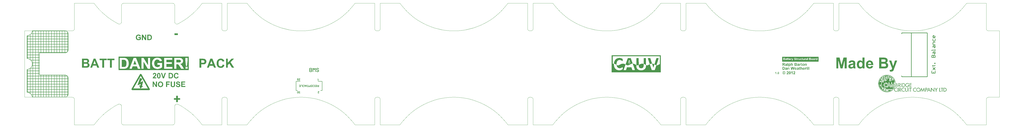
<source format=gto>
%FSDAX25Y25*%
%MOIN*%
%SFA1B1*%

%IPPOS*%
%ADD10C,0.010000*%
%ADD34C,0.008000*%
%ADD35C,0.003940*%
%ADD36C,0.007870*%
%LNbigstructuralpcb-1*%
%LPD*%
G36*
X0320674Y0357229D02*
X0320938Y0357215D01*
X0321230Y0357201*
X0321535Y0357159*
X0321826Y0357118*
X0322090Y0357048*
X0322104*
X0322132Y0357034*
X0322173Y0357021*
X0322229Y0357007*
X0322395Y0356937*
X0322590Y0356840*
X0322812Y0356715*
X0323062Y0356563*
X0323298Y0356382*
X0323534Y0356160*
X0323548*
X0323561Y0356132*
X0323631Y0356049*
X0323742Y0355910*
X0323867Y0355730*
X0324020Y0355508*
X0324172Y0355244*
X0324325Y0354939*
X0324450Y0354606*
Y0354592*
X0324464Y0354564*
X0324478Y0354508*
X0324505Y0354439*
X0324519Y0354356*
X0324547Y0354245*
X0324575Y0354120*
X0324616Y0353981*
X0324644Y0353828*
X0324672Y0353648*
X0324700Y0353467*
X0324713Y0353259*
X0324755Y0352829*
X0324769Y0352343*
Y0352329*
Y0352288*
Y0352232*
Y0352149*
X0324755Y0352038*
Y0351927*
X0324741Y0351788*
X0324727Y0351635*
X0324700Y0351316*
X0324644Y0350983*
X0324561Y0350636*
X0324464Y0350303*
Y0350289*
X0324450Y0350261*
X0324422Y0350206*
X0324394Y0350122*
X0324366Y0350039*
X0324311Y0349942*
X0324200Y0349692*
X0324061Y0349428*
X0323881Y0349137*
X0323673Y0348859*
X0323436Y0348595*
X0323409Y0348568*
X0323339Y0348512*
X0323228Y0348429*
X0323076Y0348318*
X0322881Y0348193*
X0322659Y0348068*
X0322382Y0347943*
X0322076Y0347832*
X0322062*
X0322048Y0347818*
X0322007*
X0321965Y0347804*
X0321813Y0347777*
X0321618Y0347735*
X0321382Y0347693*
X0321091Y0347666*
X0320744Y0347652*
X0320369Y0347638*
X0316733*
Y0357243*
X0320563*
X0320674Y0357229*
G37*
G36*
X0589256Y0264190D02*
X0586456D01*
Y0264829*
X0588492*
Y0265664*
X0586597*
Y0266303*
X0588492*
Y0267330*
X0586385*
Y0267969*
X0589256*
Y0264190*
G37*
G36*
X0602481Y0264829D02*
X0603600D01*
Y0264190*
X0600602*
Y0264829*
X0601716*
Y0267969*
X0602481*
Y0264829*
G37*
G36*
X1466117Y0292074D02*
X1466183Y0292067D01*
X1466256Y0292060*
X1466336Y0292045*
X1466424Y0292031*
X1466613Y0291980*
X1466803Y0291907*
X1466905Y0291863*
X1466992Y0291812*
X1467087Y0291746*
X1467167Y0291673*
X1467174Y0291666*
X1467189Y0291659*
X1467204Y0291630*
X1467233Y0291600*
X1467269Y0291564*
X1467306Y0291513*
X1467342Y0291462*
X1467386Y0291396*
X1467459Y0291251*
X1467532Y0291083*
X1467561Y0290988*
X1467575Y0290886*
X1467590Y0290777*
X1467597Y0290667*
Y0290653*
Y0290609*
X1467590Y0290544*
X1467583Y0290463*
X1467568Y0290361*
X1467546Y0290252*
X1467517Y0290135*
X1467473Y0290019*
X1467466Y0290004*
X1467451Y0289968*
X1467422Y0289902*
X1467379Y0289822*
X1467327Y0289727*
X1467262Y0289618*
X1467182Y0289501*
X1467087Y0289377*
X1467080Y0289370*
X1467050Y0289333*
X1467007Y0289282*
X1466941Y0289209*
X1466854Y0289122*
X1466744Y0289005*
X1466613Y0288881*
X1466453Y0288728*
X1466445Y0288721*
X1466431Y0288714*
X1466409Y0288692*
X1466380Y0288663*
X1466300Y0288590*
X1466205Y0288502*
X1466110Y0288407*
X1466015Y0288313*
X1465928Y0288233*
X1465899Y0288196*
X1465869Y0288167*
X1465862Y0288160*
X1465848Y0288145*
X1465826Y0288116*
X1465797Y0288080*
X1465731Y0287999*
X1465673Y0287905*
X1467597*
Y0287008*
X1464207*
Y0287015*
Y0287030*
X1464215Y0287059*
X1464222Y0287095*
X1464229Y0287139*
X1464237Y0287190*
X1464266Y0287321*
X1464309Y0287467*
X1464368Y0287628*
X1464441Y0287802*
X1464535Y0287970*
Y0287977*
X1464550Y0287992*
X1464565Y0288021*
X1464594Y0288050*
X1464623Y0288101*
X1464667Y0288152*
X1464718Y0288218*
X1464776Y0288291*
X1464842Y0288378*
X1464922Y0288466*
X1465009Y0288568*
X1465111Y0288677*
X1465221Y0288787*
X1465345Y0288911*
X1465476Y0289042*
X1465622Y0289180*
X1465629Y0289188*
X1465651Y0289209*
X1465680Y0289239*
X1465724Y0289282*
X1465782Y0289326*
X1465840Y0289384*
X1465971Y0289516*
X1466103Y0289654*
X1466234Y0289793*
X1466292Y0289851*
X1466351Y0289917*
X1466394Y0289968*
X1466424Y0290011*
X1466431Y0290026*
X1466453Y0290062*
X1466489Y0290121*
X1466525Y0290201*
X1466562Y0290288*
X1466599Y0290390*
X1466620Y0290493*
X1466628Y0290602*
Y0290609*
Y0290616*
Y0290653*
X1466620Y0290718*
X1466606Y0290791*
X1466584Y0290872*
X1466555Y0290952*
X1466511Y0291032*
X1466453Y0291105*
X1466445Y0291112*
X1466424Y0291134*
X1466380Y0291163*
X1466329Y0291192*
X1466256Y0291221*
X1466176Y0291251*
X1466081Y0291272*
X1465971Y0291280*
X1465921*
X1465862Y0291272*
X1465797Y0291258*
X1465716Y0291236*
X1465636Y0291200*
X1465556Y0291156*
X1465483Y0291097*
X1465476Y0291090*
X1465454Y0291061*
X1465425Y0291017*
X1465396Y0290952*
X1465359Y0290872*
X1465330Y0290762*
X1465301Y0290638*
X1465286Y0290493*
X1464324Y0290587*
Y0290595*
X1464331Y0290624*
Y0290660*
X1464346Y0290718*
X1464353Y0290784*
X1464375Y0290857*
X1464397Y0290937*
X1464419Y0291032*
X1464492Y0291214*
X1464579Y0291404*
X1464637Y0291498*
X1464703Y0291586*
X1464776Y0291659*
X1464856Y0291732*
X1464863Y0291739*
X1464878Y0291746*
X1464900Y0291761*
X1464936Y0291790*
X1464980Y0291812*
X1465038Y0291841*
X1465097Y0291878*
X1465170Y0291907*
X1465250Y0291943*
X1465337Y0291972*
X1465527Y0292031*
X1465753Y0292067*
X1465869Y0292074*
X1465993Y0292082*
X1466066*
X1466117Y0292074*
G37*
G36*
X0415407Y0314415D02*
X0416009D01*
X0416657Y0314369*
X0417305Y0314322*
X0417582Y0314299*
X0417860Y0314276*
X0418091Y0314230*
X0418277Y0314183*
X0418300*
X0418346Y0314160*
X0418415Y0314137*
X0418508Y0314114*
X0418762Y0313998*
X0419087Y0313860*
X0419434Y0313651*
X0419827Y0313374*
X0420197Y0313026*
X0420567Y0312610*
Y0312587*
X0420614Y0312564*
X0420660Y0312494*
X0420706Y0312402*
X0420799Y0312263*
X0420868Y0312124*
X0420961Y0311962*
X0421053Y0311777*
X0421215Y0311314*
X0421377Y0310805*
X0421470Y0310180*
X0421516Y0309509*
Y0309486*
Y0309440*
Y0309370*
Y0309255*
X0421493Y0309139*
Y0308977*
X0421447Y0308653*
X0421377Y0308260*
X0421285Y0307820*
X0421146Y0307403*
X0420961Y0307010*
X0420938Y0306964*
X0420868Y0306848*
X0420752Y0306663*
X0420591Y0306432*
X0420405Y0306200*
X0420151Y0305923*
X0419896Y0305668*
X0419596Y0305437*
X0419549Y0305414*
X0419457Y0305344*
X0419295Y0305252*
X0419087Y0305136*
X0418832Y0304997*
X0418554Y0304881*
X0418253Y0304766*
X0417930Y0304673*
X0417883*
X0417814Y0304650*
X0417721*
X0417605Y0304627*
X0417444Y0304604*
X0417281Y0304580*
X0417073*
X0416865Y0304557*
X0416610Y0304534*
X0416333Y0304511*
X0416032Y0304488*
X0415708*
X0415361Y0304465*
X0412492*
Y0298425*
X0409252*
Y0314438*
X0415153*
X0415407Y0314415*
G37*
G36*
X0301312Y0357409D02*
X0301465Y0357395D01*
X0301645Y0357382*
X0301839Y0357368*
X0302047Y0357326*
X0302492Y0357243*
X0302950Y0357104*
X0303186Y0357021*
X0303408Y0356924*
X0303616Y0356812*
X0303810Y0356674*
X0303824Y0356660*
X0303852Y0356646*
X0303907Y0356590*
X0303977Y0356535*
X0304060Y0356466*
X0304143Y0356368*
X0304240Y0356257*
X0304351Y0356132*
X0304463Y0355994*
X0304574Y0355841*
X0304685Y0355674*
X0304782Y0355480*
X0304893Y0355286*
X0304976Y0355077*
X0305059Y0354841*
X0305115Y0354606*
X0303186Y0354245*
Y0354258*
X0303172Y0354272*
X0303144Y0354356*
X0303088Y0354481*
X0303005Y0354647*
X0302908Y0354828*
X0302769Y0355008*
X0302603Y0355188*
X0302408Y0355355*
X0302380Y0355369*
X0302311Y0355424*
X0302186Y0355494*
X0302034Y0355563*
X0301825Y0355646*
X0301589Y0355702*
X0301326Y0355758*
X0301020Y0355771*
X0300895*
X0300812Y0355758*
X0300701Y0355744*
X0300576Y0355730*
X0300437Y0355702*
X0300285Y0355674*
X0299965Y0355577*
X0299799Y0355508*
X0299632Y0355424*
X0299466Y0355327*
X0299299Y0355230*
X0299147Y0355091*
X0298994Y0354953*
X0298980Y0354939*
X0298966Y0354911*
X0298924Y0354869*
X0298883Y0354800*
X0298827Y0354717*
X0298758Y0354619*
X0298689Y0354495*
X0298633Y0354356*
X0298564Y0354189*
X0298494Y0354009*
X0298425Y0353814*
X0298369Y0353606*
X0298328Y0353370*
X0298286Y0353106*
X0298272Y0352843*
X0298258Y0352551*
Y0352537*
Y0352482*
Y0352385*
X0298272Y0352274*
X0298286Y0352121*
X0298300Y0351968*
X0298328Y0351774*
X0298355Y0351580*
X0298439Y0351163*
X0298577Y0350733*
X0298661Y0350525*
X0298758Y0350330*
X0298883Y0350136*
X0299008Y0349970*
X0299022Y0349956*
X0299049Y0349928*
X0299091Y0349886*
X0299147Y0349831*
X0299230Y0349775*
X0299313Y0349692*
X0299424Y0349623*
X0299549Y0349539*
X0299688Y0349456*
X0299827Y0349387*
X0300174Y0349248*
X0300368Y0349192*
X0300562Y0349151*
X0300784Y0349123*
X0301006Y0349109*
X0301117*
X0301228Y0349123*
X0301395Y0349137*
X0301575Y0349165*
X0301784Y0349206*
X0302006Y0349262*
X0302228Y0349345*
X0302242*
X0302256Y0349359*
X0302325Y0349387*
X0302450Y0349442*
X0302589Y0349512*
X0302755Y0349595*
X0302936Y0349692*
X0303116Y0349803*
X0303283Y0349928*
Y0351163*
X0301062*
Y0352787*
X0305240*
Y0348929*
X0305212Y0348901*
X0305170Y0348873*
X0305129Y0348831*
X0305059Y0348776*
X0304990Y0348720*
X0304796Y0348582*
X0304532Y0348429*
X0304227Y0348249*
X0303880Y0348068*
X0303463Y0347902*
X0303449*
X0303408Y0347888*
X0303352Y0347860*
X0303269Y0347832*
X0303158Y0347804*
X0303033Y0347763*
X0302894Y0347721*
X0302741Y0347679*
X0302394Y0347596*
X0301992Y0347527*
X0301575Y0347471*
X0301131Y0347457*
X0300979*
X0300882Y0347471*
X0300743*
X0300590Y0347485*
X0300424Y0347513*
X0300229Y0347541*
X0299827Y0347610*
X0299382Y0347721*
X0298924Y0347874*
X0298716Y0347971*
X0298494Y0348082*
X0298480Y0348096*
X0298452Y0348110*
X0298383Y0348151*
X0298314Y0348207*
X0298217Y0348262*
X0298119Y0348346*
X0297994Y0348443*
X0297869Y0348554*
X0297592Y0348804*
X0297314Y0349123*
X0297051Y0349484*
X0296815Y0349900*
Y0349914*
X0296787Y0349956*
X0296759Y0350025*
X0296731Y0350108*
X0296690Y0350219*
X0296634Y0350344*
X0296593Y0350497*
X0296537Y0350664*
X0296482Y0350844*
X0296440Y0351052*
X0296343Y0351483*
X0296287Y0351954*
X0296259Y0352468*
Y0352482*
Y0352537*
Y0352621*
X0296273Y0352718*
Y0352857*
X0296287Y0353009*
X0296315Y0353176*
X0296343Y0353370*
X0296412Y0353773*
X0296523Y0354231*
X0296676Y0354689*
X0296773Y0354911*
X0296884Y0355133*
X0296898Y0355147*
X0296912Y0355188*
X0296954Y0355244*
X0296995Y0355327*
X0297064Y0355424*
X0297148Y0355536*
X0297245Y0355660*
X0297342Y0355799*
X0297467Y0355938*
X0297606Y0356091*
X0297759Y0356243*
X0297925Y0356396*
X0298106Y0356535*
X0298286Y0356687*
X0298716Y0356937*
X0298730*
X0298758Y0356965*
X0298813Y0356979*
X0298883Y0357021*
X0298980Y0357048*
X0299077Y0357090*
X0299216Y0357132*
X0299355Y0357187*
X0299507Y0357229*
X0299688Y0357271*
X0299882Y0357312*
X0300077Y0357354*
X0300521Y0357409*
X0301020Y0357423*
X0301187*
X0301312Y0357409*
G37*
G36*
X0314678Y0347638D02*
X0312735D01*
X0308835Y0353967*
Y0347638*
X0307044*
Y0357243*
X0308918*
X0312888Y0350775*
Y0357243*
X0314678*
Y0347638*
G37*
G36*
X0606854Y0264190D02*
X0605462D01*
X0605402Y0264196*
X0605260*
X0605107Y0264207*
X0604954Y0264217*
X0604888Y0264223*
X0604823Y0264228*
X0604768Y0264239*
X0604725Y0264250*
X0604719*
X0604708Y0264256*
X0604692Y0264261*
X0604670Y0264267*
X0604610Y0264294*
X0604534Y0264327*
X0604452Y0264376*
X0604359Y0264441*
X0604272Y0264523*
X0604184Y0264621*
Y0264627*
X0604173Y0264632*
X0604162Y0264649*
X0604151Y0264671*
X0604130Y0264703*
X0604113Y0264736*
X0604091Y0264774*
X0604070Y0264818*
X0604031Y0264927*
X0603993Y0265047*
X0603971Y0265195*
X0603960Y0265353*
Y0265359*
Y0265370*
Y0265386*
Y0265413*
X0603966Y0265441*
Y0265479*
X0603977Y0265555*
X0603993Y0265648*
X0604015Y0265752*
X0604048Y0265850*
X0604091Y0265943*
X0604097Y0265954*
X0604113Y0265981*
X0604141Y0266025*
X0604179Y0266079*
X0604222Y0266134*
X0604283Y0266199*
X0604343Y0266260*
X0604414Y0266314*
X0604424Y0266320*
X0604446Y0266336*
X0604485Y0266358*
X0604534Y0266385*
X0604594Y0266418*
X0604659Y0266445*
X0604730Y0266473*
X0604807Y0266494*
X0604818*
X0604834Y0266500*
X0604856*
X0604883Y0266505*
X0604921Y0266511*
X0604959Y0266516*
X0605009*
X0605058Y0266522*
X0605118Y0266527*
X0605183Y0266532*
X0605254Y0266538*
X0605331*
X0605413Y0266543*
X0606090*
Y0267969*
X0606854*
Y0264190*
G37*
G36*
X0612680Y0268029D02*
X0612735Y0268023D01*
X0612795Y0268018*
X0612871Y0268007*
X0612953Y0267990*
X0613046Y0267969*
X0613139Y0267941*
X0613237Y0267908*
X0613341Y0267865*
X0613444Y0267816*
X0613548Y0267761*
X0613652Y0267690*
X0613750Y0267614*
X0613843Y0267521*
X0613848Y0267515*
X0613865Y0267499*
X0613887Y0267466*
X0613919Y0267428*
X0613952Y0267373*
X0613996Y0267313*
X0614040Y0267237*
X0614083Y0267149*
X0614127Y0267057*
X0614171Y0266953*
X0614214Y0266833*
X0614247Y0266707*
X0614280Y0266576*
X0614302Y0266429*
X0614318Y0266276*
X0614323Y0266112*
Y0266107*
Y0266101*
Y0266068*
X0614318Y0266019*
Y0265954*
X0614307Y0265877*
X0614296Y0265785*
X0614285Y0265686*
X0614263Y0265572*
X0614236Y0265457*
X0614203Y0265337*
X0614165Y0265217*
X0614116Y0265091*
X0614061Y0264971*
X0613996Y0264856*
X0613925Y0264747*
X0613837Y0264643*
X0613832Y0264638*
X0613816Y0264621*
X0613788Y0264594*
X0613750Y0264562*
X0613701Y0264523*
X0613641Y0264480*
X0613575Y0264430*
X0613493Y0264381*
X0613406Y0264332*
X0613313Y0264283*
X0613204Y0264239*
X0613095Y0264201*
X0612969Y0264168*
X0612844Y0264141*
X0612702Y0264125*
X0612560Y0264119*
X0612494*
X0612445Y0264125*
X0612385Y0264130*
X0612320Y0264141*
X0612243Y0264152*
X0612161Y0264168*
X0612074Y0264190*
X0611981Y0264217*
X0611888Y0264250*
X0611790Y0264294*
X0611697Y0264338*
X0611610Y0264392*
X0611517Y0264458*
X0611435Y0264529*
X0611430*
X0611424Y0264540*
X0611408Y0264556*
X0611391Y0264572*
X0611370Y0264600*
X0611348Y0264632*
X0611288Y0264709*
X0611228Y0264807*
X0611162Y0264927*
X0611102Y0265064*
X0611047Y0265222*
X0611801Y0265402*
Y0265397*
X0611806Y0265391*
Y0265375*
X0611817Y0265353*
X0611834Y0265304*
X0611861Y0265238*
X0611899Y0265162*
X0611948Y0265086*
X0612014Y0265009*
X0612085Y0264944*
X0612096Y0264938*
X0612123Y0264916*
X0612167Y0264889*
X0612227Y0264856*
X0612303Y0264824*
X0612391Y0264796*
X0612489Y0264774*
X0612598Y0264769*
X0612636*
X0612669Y0264774*
X0612702Y0264780*
X0612746Y0264785*
X0612838Y0264807*
X0612948Y0264845*
X0613062Y0264900*
X0613122Y0264933*
X0613177Y0264971*
X0613231Y0265020*
X0613281Y0265075*
Y0265080*
X0613292Y0265091*
X0613302Y0265107*
X0613319Y0265135*
X0613341Y0265167*
X0613362Y0265206*
X0613384Y0265255*
X0613406Y0265310*
X0613433Y0265375*
X0613455Y0265446*
X0613477Y0265528*
X0613499Y0265615*
X0613515Y0265714*
X0613526Y0265817*
X0613532Y0265932*
X0613537Y0266057*
Y0266063*
Y0266090*
Y0266128*
X0613532Y0266172*
Y0266232*
X0613521Y0266303*
X0613515Y0266374*
X0613504Y0266456*
X0613472Y0266625*
X0613428Y0266795*
X0613401Y0266877*
X0613362Y0266953*
X0613324Y0267024*
X0613281Y0267084*
X0613275Y0267089*
X0613270Y0267095*
X0613253Y0267111*
X0613231Y0267133*
X0613177Y0267177*
X0613100Y0267231*
X0613007Y0267291*
X0612893Y0267335*
X0612762Y0267373*
X0612691Y0267379*
X0612614Y0267384*
X0612587*
X0612565Y0267379*
X0612505Y0267373*
X0612434Y0267362*
X0612358Y0267335*
X0612270Y0267302*
X0612183Y0267259*
X0612096Y0267193*
X0612085Y0267182*
X0612057Y0267155*
X0612019Y0267111*
X0611976Y0267046*
X0611921Y0266958*
X0611872Y0266855*
X0611823Y0266729*
X0611779Y0266582*
X0611036Y0266811*
Y0266816*
X0611042Y0266838*
X0611053Y0266871*
X0611069Y0266915*
X0611091Y0266964*
X0611113Y0267024*
X0611140Y0267089*
X0611173Y0267160*
X0611249Y0267308*
X0611348Y0267461*
X0611468Y0267608*
X0611533Y0267674*
X0611604Y0267734*
X0611610Y0267739*
X0611621Y0267745*
X0611643Y0267761*
X0611675Y0267783*
X0611714Y0267805*
X0611763Y0267827*
X0611817Y0267854*
X0611877Y0267881*
X0611948Y0267914*
X0612025Y0267941*
X0612107Y0267963*
X0612194Y0267985*
X0612287Y0268007*
X0612391Y0268023*
X0612494Y0268029*
X0612609Y0268034*
X0612642*
X0612680Y0268029*
G37*
G36*
X0621520Y0264190D02*
X0619816D01*
X0619767Y0264196*
X0619707*
X0619647Y0264201*
X0619576*
X0619434Y0264217*
X0619286Y0264234*
X0619150Y0264261*
X0619090Y0264278*
X0619035Y0264294*
X0619030*
X0619025Y0264299*
X0618992Y0264316*
X0618943Y0264343*
X0618877Y0264376*
X0618806Y0264430*
X0618735Y0264491*
X0618664Y0264567*
X0618599Y0264660*
Y0264665*
X0618593Y0264671*
X0618582Y0264687*
X0618571Y0264703*
X0618544Y0264758*
X0618511Y0264829*
X0618484Y0264916*
X0618457Y0265015*
X0618435Y0265129*
X0618429Y0265249*
Y0265255*
Y0265266*
Y0265293*
X0618435Y0265320*
Y0265359*
X0618440Y0265397*
X0618462Y0265495*
X0618489Y0265610*
X0618533Y0265724*
X0618599Y0265845*
X0618637Y0265899*
X0618680Y0265954*
X0618686Y0265959*
X0618691Y0265965*
X0618708Y0265981*
X0618730Y0265997*
X0618751Y0266019*
X0618784Y0266047*
X0618822Y0266074*
X0618866Y0266101*
X0618915Y0266134*
X0618975Y0266161*
X0619035Y0266189*
X0619101Y0266216*
X0619177Y0266243*
X0619254Y0266265*
X0619336Y0266287*
X0619428Y0266303*
X0619423*
X0619418Y0266309*
X0619385Y0266331*
X0619341Y0266358*
X0619286Y0266396*
X0619221Y0266445*
X0619156Y0266494*
X0619085Y0266554*
X0619025Y0266620*
X0619019Y0266625*
X0618992Y0266653*
X0618959Y0266696*
X0618910Y0266762*
X0618844Y0266844*
X0618812Y0266898*
X0618773Y0266953*
X0618730Y0267013*
X0618686Y0267078*
X0618637Y0267155*
X0618588Y0267231*
X0618124Y0267969*
X0619041*
X0619587Y0267149*
X0619592Y0267144*
X0619598Y0267128*
X0619614Y0267106*
X0619636Y0267078*
X0619658Y0267046*
X0619685Y0267002*
X0619745Y0266915*
X0619816Y0266816*
X0619882Y0266729*
X0619942Y0266647*
X0619969Y0266620*
X0619991Y0266593*
X0619996Y0266587*
X0620007Y0266576*
X0620029Y0266554*
X0620056Y0266527*
X0620095Y0266505*
X0620133Y0266478*
X0620177Y0266456*
X0620220Y0266434*
X0620226*
X0620242Y0266429*
X0620269Y0266418*
X0620313Y0266412*
X0620368Y0266402*
X0620433Y0266396*
X0620510Y0266391*
X0620755*
Y0267969*
X0621520*
Y0264190*
G37*
G36*
X0599030D02*
X0598222D01*
X0596704Y0267969*
X0597528*
X0597856Y0267111*
X0599374*
X0599685Y0267969*
X0600493*
X0599030Y0264190*
G37*
G36*
X0594788Y0268029D02*
X0594842Y0268023D01*
X0594902Y0268018*
X0594979Y0268007*
X0595060Y0267990*
X0595153Y0267969*
X0595246Y0267941*
X0595344Y0267908*
X0595448Y0267865*
X0595552Y0267816*
X0595656Y0267761*
X0595759Y0267690*
X0595858Y0267614*
X0595951Y0267521*
X0595956Y0267515*
X0595972Y0267499*
X0595994Y0267466*
X0596027Y0267428*
X0596060Y0267373*
X0596103Y0267313*
X0596147Y0267237*
X0596191Y0267149*
X0596234Y0267057*
X0596278Y0266953*
X0596322Y0266833*
X0596355Y0266707*
X0596387Y0266576*
X0596409Y0266429*
X0596425Y0266276*
X0596431Y0266112*
Y0266107*
Y0266101*
Y0266068*
X0596425Y0266019*
Y0265954*
X0596415Y0265877*
X0596404Y0265785*
X0596393Y0265686*
X0596371Y0265572*
X0596344Y0265457*
X0596311Y0265337*
X0596273Y0265217*
X0596223Y0265091*
X0596169Y0264971*
X0596103Y0264856*
X0596032Y0264747*
X0595945Y0264643*
X0595940Y0264638*
X0595923Y0264621*
X0595896Y0264594*
X0595858Y0264562*
X0595809Y0264523*
X0595749Y0264480*
X0595683Y0264430*
X0595601Y0264381*
X0595514Y0264332*
X0595421Y0264283*
X0595312Y0264239*
X0595202Y0264201*
X0595077Y0264168*
X0594951Y0264141*
X0594809Y0264125*
X0594667Y0264119*
X0594602*
X0594553Y0264125*
X0594493Y0264130*
X0594427Y0264141*
X0594351Y0264152*
X0594269Y0264168*
X0594181Y0264190*
X0594089Y0264217*
X0593996Y0264250*
X0593897Y0264294*
X0593805Y0264338*
X0593717Y0264392*
X0593624Y0264458*
X0593543Y0264529*
X0593537*
X0593532Y0264540*
X0593515Y0264556*
X0593499Y0264572*
X0593477Y0264600*
X0593455Y0264632*
X0593395Y0264709*
X0593335Y0264807*
X0593270Y0264927*
X0593210Y0265064*
X0593155Y0265222*
X0593909Y0265402*
Y0265397*
X0593914Y0265391*
Y0265375*
X0593925Y0265353*
X0593941Y0265304*
X0593968Y0265238*
X0594007Y0265162*
X0594056Y0265086*
X0594121Y0265009*
X0594192Y0264944*
X0594203Y0264938*
X0594231Y0264916*
X0594274Y0264889*
X0594334Y0264856*
X0594411Y0264824*
X0594498Y0264796*
X0594596Y0264774*
X0594706Y0264769*
X0594744*
X0594777Y0264774*
X0594809Y0264780*
X0594853Y0264785*
X0594946Y0264807*
X0595055Y0264845*
X0595170Y0264900*
X0595230Y0264933*
X0595284Y0264971*
X0595339Y0265020*
X0595388Y0265075*
Y0265080*
X0595399Y0265091*
X0595410Y0265107*
X0595426Y0265135*
X0595448Y0265167*
X0595470Y0265206*
X0595492Y0265255*
X0595514Y0265310*
X0595541Y0265375*
X0595563Y0265446*
X0595585Y0265528*
X0595607Y0265615*
X0595623Y0265714*
X0595634Y0265817*
X0595639Y0265932*
X0595645Y0266057*
Y0266063*
Y0266090*
Y0266128*
X0595639Y0266172*
Y0266232*
X0595628Y0266303*
X0595623Y0266374*
X0595612Y0266456*
X0595579Y0266625*
X0595536Y0266795*
X0595508Y0266877*
X0595470Y0266953*
X0595432Y0267024*
X0595388Y0267084*
X0595383Y0267089*
X0595377Y0267095*
X0595361Y0267111*
X0595339Y0267133*
X0595284Y0267177*
X0595208Y0267231*
X0595115Y0267291*
X0595001Y0267335*
X0594869Y0267373*
X0594798Y0267379*
X0594722Y0267384*
X0594695*
X0594673Y0267379*
X0594613Y0267373*
X0594542Y0267362*
X0594465Y0267335*
X0594378Y0267302*
X0594291Y0267259*
X0594203Y0267193*
X0594192Y0267182*
X0594165Y0267155*
X0594127Y0267111*
X0594083Y0267046*
X0594029Y0266958*
X0593979Y0266855*
X0593930Y0266729*
X0593887Y0266582*
X0593144Y0266811*
Y0266816*
X0593150Y0266838*
X0593160Y0266871*
X0593177Y0266915*
X0593199Y0266964*
X0593221Y0267024*
X0593248Y0267089*
X0593281Y0267160*
X0593357Y0267308*
X0593455Y0267461*
X0593575Y0267608*
X0593641Y0267674*
X0593712Y0267734*
X0593717Y0267739*
X0593728Y0267745*
X0593750Y0267761*
X0593783Y0267783*
X0593821Y0267805*
X0593870Y0267827*
X0593925Y0267854*
X0593985Y0267881*
X0594056Y0267914*
X0594132Y0267941*
X0594214Y0267963*
X0594302Y0267985*
X0594394Y0268007*
X0594498Y0268023*
X0594602Y0268029*
X0594717Y0268034*
X0594749*
X0594788Y0268029*
G37*
G36*
X0610376Y0264190D02*
X0607575D01*
Y0264829*
X0609611*
Y0265664*
X0607717*
Y0266303*
X0609611*
Y0267330*
X0607504*
Y0267969*
X0610376*
Y0264190*
G37*
G36*
X0617709D02*
X0614908D01*
Y0264829*
X0616944*
Y0265664*
X0615050*
Y0266303*
X0616944*
Y0267330*
X0614837*
Y0267969*
X0617709*
Y0264190*
G37*
G36*
X0592467Y0264217D02*
X0591703D01*
Y0267330*
X0589803*
Y0267969*
X0592467*
Y0264217*
G37*
G36*
X0438593Y0298425D02*
X0435099D01*
X0433711Y0302058*
X0427278*
X0425959Y0298425*
X0422534*
X0428736Y0314438*
X0432161*
X0438593Y0298425*
G37*
G36*
X1489132Y0299030D02*
X1488162D01*
Y0299926*
X1489132*
Y0299030*
G37*
G36*
X1447834Y0292147D02*
X1447892D01*
X1447965Y0292140*
X1448045Y0292125*
X1448133Y0292111*
X1448330Y0292074*
X1448548Y0292009*
X1448782Y0291929*
X1448898Y0291870*
X1449015Y0291812*
X1449022Y0291805*
X1449044Y0291797*
X1449073Y0291775*
X1449117Y0291746*
X1449168Y0291710*
X1449234Y0291673*
X1449299Y0291622*
X1449372Y0291564*
X1449452Y0291498*
X1449533Y0291426*
X1449693Y0291258*
X1449853Y0291061*
X1449999Y0290835*
X1450006Y0290828*
X1450014Y0290806*
X1450036Y0290770*
X1450057Y0290726*
X1450079Y0290667*
X1450116Y0290602*
X1450145Y0290522*
X1450181Y0290434*
X1450210Y0290339*
X1450247Y0290237*
X1450298Y0290011*
X1450342Y0289771*
X1450349Y0289647*
X1450356Y0289516*
Y0289508*
Y0289486*
Y0289450*
X1450349Y0289399*
Y0289341*
X1450342Y0289268*
X1450327Y0289188*
X1450313Y0289093*
X1450291Y0288998*
X1450269Y0288896*
X1450210Y0288670*
X1450123Y0288437*
X1450065Y0288320*
X1450006Y0288203*
X1449999Y0288196*
X1449992Y0288174*
X1449970Y0288145*
X1449941Y0288101*
X1449904Y0288050*
X1449861Y0287985*
X1449810Y0287919*
X1449751Y0287846*
X1449686Y0287766*
X1449613Y0287693*
X1449445Y0287525*
X1449248Y0287372*
X1449030Y0287227*
X1449022*
X1449000Y0287212*
X1448964Y0287197*
X1448920Y0287175*
X1448862Y0287146*
X1448796Y0287117*
X1448716Y0287088*
X1448629Y0287059*
X1448534Y0287022*
X1448432Y0286993*
X1448213Y0286935*
X1447972Y0286898*
X1447849Y0286891*
X1447717Y0286884*
X1447652*
X1447601Y0286891*
X1447535*
X1447462Y0286906*
X1447382Y0286913*
X1447295Y0286928*
X1447192Y0286942*
X1447090Y0286971*
X1446872Y0287030*
X1446638Y0287117*
X1446515Y0287168*
X1446398Y0287227*
X1446391Y0287234*
X1446369Y0287241*
X1446340Y0287263*
X1446296Y0287292*
X1446245Y0287329*
X1446179Y0287372*
X1446114Y0287423*
X1446041Y0287482*
X1445961Y0287547*
X1445888Y0287620*
X1445720Y0287788*
X1445567Y0287985*
X1445421Y0288203*
Y0288211*
X1445406Y0288233*
X1445392Y0288269*
X1445370Y0288313*
X1445341Y0288371*
X1445312Y0288437*
X1445282Y0288517*
X1445253Y0288604*
X1445217Y0288699*
X1445188Y0288801*
X1445129Y0289020*
X1445093Y0289260*
X1445086Y0289392*
X1445078Y0289516*
Y0289523*
Y0289545*
Y0289581*
X1445086Y0289632*
Y0289698*
X1445100Y0289771*
X1445107Y0289851*
X1445122Y0289938*
X1445144Y0290040*
X1445166Y0290142*
X1445224Y0290361*
X1445312Y0290602*
X1445370Y0290718*
X1445428Y0290835*
X1445436Y0290842*
X1445443Y0290864*
X1445465Y0290893*
X1445494Y0290937*
X1445530Y0290996*
X1445574Y0291054*
X1445625Y0291119*
X1445683Y0291192*
X1445822Y0291353*
X1445990Y0291513*
X1446186Y0291673*
X1446405Y0291812*
X1446412Y0291819*
X1446434Y0291827*
X1446471Y0291841*
X1446515Y0291863*
X1446573Y0291892*
X1446638Y0291921*
X1446719Y0291950*
X1446806Y0291987*
X1446901Y0292016*
X1447003Y0292045*
X1447222Y0292104*
X1447462Y0292140*
X1447593Y0292155*
X1447783*
X1447834Y0292147*
G37*
G36*
X1458244Y0292074D02*
X1458302Y0292067D01*
X1458375Y0292053*
X1458448Y0292038*
X1458536Y0292016*
X1458630Y0291987*
X1458718Y0291950*
X1458813Y0291914*
X1458908Y0291863*
X1459002Y0291797*
X1459097Y0291732*
X1459184Y0291652*
X1459265Y0291557*
X1459272Y0291549*
X1459287Y0291528*
X1459309Y0291491*
X1459345Y0291440*
X1459381Y0291367*
X1459425Y0291280*
X1459469Y0291185*
X1459513Y0291061*
X1459556Y0290930*
X1459607Y0290777*
X1459644Y0290609*
X1459680Y0290420*
X1459717Y0290215*
X1459739Y0289997*
X1459753Y0289756*
X1459760Y0289494*
Y0289486*
Y0289479*
Y0289457*
Y0289428*
Y0289355*
X1459753Y0289260*
X1459746Y0289144*
X1459731Y0289005*
X1459717Y0288860*
X1459702Y0288699*
X1459673Y0288531*
X1459636Y0288356*
X1459600Y0288189*
X1459549Y0288021*
X1459498Y0287854*
X1459425Y0287700*
X1459352Y0287555*
X1459265Y0287431*
X1459257Y0287423*
X1459243Y0287409*
X1459221Y0287380*
X1459192Y0287351*
X1459148Y0287314*
X1459097Y0287270*
X1459031Y0287219*
X1458966Y0287175*
X1458886Y0287124*
X1458805Y0287073*
X1458711Y0287030*
X1458609Y0286993*
X1458499Y0286964*
X1458375Y0286935*
X1458251Y0286920*
X1458120Y0286913*
X1458091*
X1458047Y0286920*
X1457996*
X1457938Y0286928*
X1457865Y0286942*
X1457785Y0286957*
X1457697Y0286986*
X1457603Y0287015*
X1457508Y0287052*
X1457406Y0287095*
X1457311Y0287154*
X1457209Y0287212*
X1457114Y0287292*
X1457019Y0287372*
X1456932Y0287474*
X1456925Y0287482*
X1456910Y0287504*
X1456888Y0287540*
X1456866Y0287584*
X1456830Y0287649*
X1456793Y0287730*
X1456750Y0287832*
X1456713Y0287941*
X1456670Y0288072*
X1456626Y0288218*
X1456589Y0288386*
X1456560Y0288568*
X1456531Y0288772*
X1456509Y0288998*
X1456495Y0289239*
X1456487Y0289501*
Y0289508*
Y0289516*
Y0289538*
Y0289567*
Y0289639*
X1456495Y0289734*
X1456502Y0289851*
X1456516Y0289989*
X1456531Y0290135*
X1456546Y0290296*
X1456575Y0290463*
X1456604Y0290631*
X1456648Y0290806*
X1456691Y0290974*
X1456750Y0291134*
X1456815Y0291287*
X1456888Y0291433*
X1456976Y0291557*
X1456983Y0291564*
X1456997Y0291579*
X1457019Y0291608*
X1457056Y0291637*
X1457092Y0291681*
X1457143Y0291724*
X1457209Y0291768*
X1457275Y0291819*
X1457355Y0291870*
X1457435Y0291914*
X1457530Y0291958*
X1457632Y0292002*
X1457741Y0292031*
X1457865Y0292060*
X1457989Y0292074*
X1458120Y0292082*
X1458193*
X1458244Y0292074*
G37*
G36*
X1708995Y0262923D02*
X1709065D01*
Y0262853*
X1709135*
Y0262783*
X1709205*
Y0262713*
X1709275*
Y0262643*
X1709345*
Y0262572*
X1709415*
Y0262502*
X1709485*
Y0262432*
X1709555*
Y0262362*
X1709625*
Y0262292*
X1709695*
Y0262222*
X1709765*
Y0262152*
X1709835*
Y0262082*
X1709905*
Y0262012*
X1709975*
Y0261942*
X1710045*
Y0261872*
X1710115*
Y0261802*
Y0261732*
X1710256*
Y0261662*
X1710326*
Y0261592*
X1710396*
Y0261522*
Y0261452*
X1710536*
Y0261381*
Y0261311*
X1710676*
Y0261241*
X1710606*
Y0261171*
X1710816*
Y0261101*
X1710746*
Y0261031*
X1710816*
Y0260961*
X1710886*
Y0260891*
X1711026*
Y0260821*
Y0260751*
X1711096*
Y0260681*
X1711166*
Y0260611*
X1711237*
Y0260541*
X1711307*
Y0260471*
X1711377*
Y0260401*
X1711447*
Y0260331*
X1711517*
Y0260261*
X1711587*
Y0260190*
X1711657*
Y0260120*
X1711727*
Y0260050*
X1711797*
Y0259980*
X1711867*
Y0259910*
X1711937*
Y0259840*
X1712007*
Y0259770*
X1712077*
Y0259700*
X1712147*
Y0259630*
X1712217*
Y0259560*
X1712287*
Y0259490*
X1712357*
Y0259420*
X1712428*
Y0259350*
X1712498*
Y0259280*
X1712568*
Y0259210*
X1712638*
Y0259140*
X1712708*
Y0259069*
X1712778*
Y0258999*
Y0258929*
X1712918*
Y0258859*
X1712988*
Y0258789*
X1713058*
Y0258719*
X1712988*
Y0258649*
X1713198*
Y0258579*
Y0258509*
X1713268*
Y0258439*
Y0258369*
X1713478*
Y0258299*
X1713408*
Y0258229*
X1713548*
Y0258159*
Y0258089*
X1713689*
Y0258019*
Y0257948*
X1713829*
Y0257878*
Y0257808*
X1713969*
Y0257738*
Y0257668*
X1714039*
Y0257738*
X1714109*
Y0257808*
X1714039*
Y0257878*
X1714109*
Y0257948*
X1714039*
Y0258019*
X1714109*
Y0258089*
X1714039*
Y0258159*
Y0258229*
Y0258299*
X1714109*
Y0258369*
X1714039*
Y0258439*
X1714109*
Y0258509*
X1714039*
Y0258579*
X1714109*
Y0258649*
X1714039*
Y0258719*
Y0258789*
Y0258859*
X1714109*
Y0258929*
X1714039*
Y0258999*
X1714109*
Y0259069*
X1714039*
Y0259140*
X1714109*
Y0259210*
X1714039*
Y0259280*
Y0259350*
Y0259420*
X1714109*
Y0259490*
X1714039*
Y0259560*
X1714109*
Y0259630*
X1714039*
Y0259700*
X1714109*
Y0259770*
X1714039*
Y0259840*
Y0259910*
Y0259980*
X1714109*
Y0260050*
X1714039*
Y0260120*
X1714109*
Y0260190*
X1714039*
Y0260261*
X1714109*
Y0260331*
X1714039*
Y0260401*
Y0260471*
Y0260541*
X1714109*
Y0260611*
X1714039*
Y0260681*
X1714109*
Y0260751*
X1714039*
Y0260821*
X1714109*
Y0260891*
X1714039*
Y0260961*
Y0261031*
Y0261101*
X1714109*
Y0261171*
X1714039*
Y0261241*
X1714109*
Y0261311*
X1714039*
Y0261381*
X1714109*
Y0261452*
X1714039*
Y0261522*
Y0261592*
Y0261662*
X1714109*
Y0261732*
X1714039*
Y0261802*
X1714109*
Y0261872*
X1714039*
Y0261942*
X1714109*
Y0262012*
X1714039*
Y0262082*
Y0262152*
Y0262222*
X1714109*
Y0262292*
X1714039*
Y0262362*
X1714109*
Y0262432*
X1714039*
Y0262502*
X1714109*
Y0262572*
X1714039*
Y0262643*
X1714109*
Y0262713*
X1714179*
Y0262643*
X1714249*
Y0262713*
X1714319*
Y0262643*
X1714389*
Y0262713*
X1714459*
Y0262643*
X1714529*
Y0262713*
X1714739*
Y0262643*
X1714809*
Y0262713*
X1714880*
Y0262643*
X1714950*
Y0262572*
X1714880*
Y0262502*
X1714950*
Y0262432*
X1714880*
Y0262362*
X1714950*
Y0262292*
X1714880*
Y0262222*
X1714950*
Y0262152*
X1714880*
Y0262082*
X1714950*
Y0262012*
X1714880*
Y0261942*
X1714950*
Y0261872*
X1714880*
Y0261802*
X1714950*
Y0261732*
X1714880*
Y0261662*
X1714950*
Y0261592*
X1714880*
Y0261522*
X1714950*
Y0261452*
X1714880*
Y0261381*
X1714950*
Y0261311*
X1714880*
Y0261241*
X1714950*
Y0261171*
X1714880*
Y0261101*
X1714950*
Y0261031*
X1714880*
Y0260961*
X1714950*
Y0260891*
X1714880*
Y0260821*
X1714950*
Y0260751*
X1714880*
Y0260681*
X1714950*
Y0260611*
X1714880*
Y0260541*
X1714950*
Y0260471*
X1714880*
Y0260401*
X1714950*
Y0260331*
X1714880*
Y0260261*
X1714950*
Y0260190*
X1714880*
Y0260120*
X1714950*
Y0260050*
X1714880*
Y0259980*
X1714950*
Y0259910*
X1714880*
Y0259840*
X1714950*
Y0259770*
X1714880*
Y0259700*
X1714950*
Y0259630*
X1714880*
Y0259560*
X1714950*
Y0259490*
X1714880*
Y0259420*
X1714950*
Y0259350*
X1714880*
Y0259280*
X1714950*
Y0259210*
X1714880*
Y0259140*
X1714950*
Y0259069*
X1714880*
Y0258999*
X1714950*
Y0258929*
X1714880*
Y0258859*
X1714950*
Y0258789*
X1714880*
Y0258719*
X1714950*
Y0258649*
X1714880*
Y0258579*
X1714950*
Y0258509*
X1714880*
Y0258439*
X1714950*
Y0258369*
X1714880*
Y0258299*
X1714950*
Y0258229*
X1714880*
Y0258159*
X1714950*
Y0258089*
X1714880*
Y0258019*
X1714950*
Y0257948*
X1714880*
Y0257878*
X1714950*
Y0257808*
X1714880*
Y0257738*
X1714950*
Y0257668*
X1714880*
Y0257598*
X1714950*
Y0257528*
X1714880*
Y0257458*
X1714950*
Y0257388*
X1714880*
Y0257318*
X1714950*
Y0257248*
X1714880*
Y0257178*
X1714950*
Y0257108*
X1714880*
Y0257038*
X1714950*
Y0256968*
X1714880*
Y0256898*
X1714950*
Y0256828*
X1714880*
Y0256757*
X1714950*
Y0256687*
X1714880*
Y0256617*
X1714950*
Y0256547*
X1714880*
Y0256477*
X1714950*
Y0256407*
X1714880*
Y0256337*
X1714950*
Y0256267*
X1714880*
Y0256197*
X1714950*
Y0256127*
X1714880*
Y0256057*
X1714950*
Y0255987*
X1714880*
Y0255917*
X1714950*
Y0255847*
X1714880*
Y0255777*
X1714950*
Y0255707*
X1714880*
Y0255637*
X1714809*
Y0255707*
X1714739*
Y0255777*
X1714669*
Y0255847*
X1714599*
Y0255917*
X1714529*
Y0255987*
X1714459*
Y0256057*
X1714389*
Y0256127*
X1714319*
Y0256197*
X1714249*
Y0256267*
X1714179*
Y0256337*
X1714109*
Y0256407*
X1714179*
Y0256477*
X1713969*
Y0256547*
Y0256617*
X1713829*
Y0256687*
X1713899*
Y0256757*
X1713689*
Y0256828*
X1713759*
Y0256898*
X1713548*
Y0256968*
X1713618*
Y0257038*
X1713478*
Y0257108*
Y0257178*
X1713268*
Y0257248*
X1713338*
Y0257318*
X1713268*
Y0257388*
X1713198*
Y0257458*
X1713128*
Y0257528*
X1713058*
Y0257598*
X1712988*
Y0257668*
X1712918*
Y0257738*
X1712848*
Y0257808*
X1712778*
Y0257878*
X1712708*
Y0257948*
X1712638*
Y0258019*
X1712568*
Y0258089*
X1712498*
Y0258159*
X1712428*
Y0258229*
X1712357*
Y0258299*
X1712287*
Y0258369*
X1712217*
Y0258439*
X1712147*
Y0258509*
X1712077*
Y0258579*
X1712007*
Y0258649*
X1711937*
Y0258719*
X1711867*
Y0258789*
X1711797*
Y0258859*
X1711727*
Y0258929*
Y0258999*
X1711587*
Y0259069*
X1711517*
Y0259140*
X1711447*
Y0259210*
Y0259280*
X1711307*
Y0259350*
Y0259420*
X1711166*
Y0259490*
Y0259560*
X1711096*
Y0259630*
X1711026*
Y0259700*
X1710886*
Y0259770*
X1710956*
Y0259840*
X1710816*
Y0259910*
Y0259980*
X1710676*
Y0260050*
Y0260120*
X1710606*
Y0260190*
X1710536*
Y0260261*
X1710466*
Y0260331*
X1710396*
Y0260401*
X1710326*
Y0260471*
X1710256*
Y0260541*
X1710186*
Y0260611*
X1710115*
Y0260681*
X1710045*
Y0260751*
X1709975*
Y0260821*
X1709905*
Y0260891*
X1709835*
Y0260961*
X1709765*
Y0260891*
X1709835*
Y0260821*
X1709765*
Y0260751*
X1709835*
Y0260681*
X1709765*
Y0260611*
X1709835*
Y0260541*
X1709765*
Y0260471*
X1709835*
Y0260401*
X1709765*
Y0260331*
X1709835*
Y0260261*
X1709765*
Y0260190*
X1709835*
Y0260120*
X1709765*
Y0260050*
X1709835*
Y0259980*
X1709765*
Y0259910*
X1709835*
Y0259840*
X1709765*
Y0259770*
X1709835*
Y0259700*
X1709765*
Y0259630*
X1709835*
Y0259560*
X1709765*
Y0259490*
X1709835*
Y0259420*
X1709765*
Y0259350*
X1709835*
Y0259280*
X1709765*
Y0259210*
X1709835*
Y0259140*
X1709765*
Y0259069*
X1709835*
Y0258999*
X1709765*
Y0258929*
X1709835*
Y0258859*
X1709765*
Y0258789*
X1709835*
Y0258719*
X1709765*
Y0258649*
X1709835*
Y0258579*
X1709765*
Y0258509*
X1709835*
Y0258439*
X1709765*
Y0258369*
X1709835*
Y0258299*
X1709765*
Y0258229*
X1709835*
Y0258159*
X1709765*
Y0258089*
X1709835*
Y0258019*
X1709765*
Y0257948*
X1709835*
Y0257878*
X1709765*
Y0257808*
X1709835*
Y0257738*
X1709765*
Y0257668*
X1709835*
Y0257598*
X1709765*
Y0257528*
X1709835*
Y0257458*
X1709765*
Y0257388*
X1709835*
Y0257318*
X1709765*
Y0257248*
X1709835*
Y0257178*
X1709765*
Y0257108*
X1709835*
Y0257038*
X1709765*
Y0256968*
X1709835*
Y0256898*
X1709765*
Y0256828*
X1709835*
Y0256757*
X1709765*
Y0256687*
X1709835*
Y0256617*
X1709765*
Y0256547*
X1709835*
Y0256477*
X1709765*
Y0256407*
X1709835*
Y0256337*
X1709765*
Y0256267*
X1709835*
Y0256197*
X1709765*
Y0256127*
X1709835*
Y0256057*
X1709765*
Y0255987*
X1709835*
Y0255917*
X1709765*
Y0255847*
X1709695*
Y0255917*
X1709625*
Y0255847*
X1709555*
Y0255917*
X1709485*
Y0255847*
X1709415*
Y0255917*
X1709345*
Y0255847*
X1709275*
Y0255917*
X1709205*
Y0255847*
X1709135*
Y0255917*
X1709065*
Y0255847*
X1708995*
Y0255917*
X1708924*
Y0255987*
X1708995*
Y0256057*
X1708924*
Y0256127*
X1708995*
Y0256197*
X1708924*
Y0256267*
X1708995*
Y0256337*
X1708924*
Y0256407*
X1708995*
Y0256477*
X1708924*
Y0256547*
X1708995*
Y0256617*
X1708924*
Y0256687*
X1708995*
Y0256757*
X1708924*
Y0256828*
X1708995*
Y0256898*
X1708924*
Y0256968*
X1708995*
Y0257038*
X1708924*
Y0257108*
X1708995*
Y0257178*
X1708924*
Y0257248*
X1708995*
Y0257318*
X1708924*
Y0257388*
X1708995*
Y0257458*
X1708924*
Y0257528*
X1708995*
Y0257598*
X1708924*
Y0257668*
X1708995*
Y0257738*
X1708924*
Y0257808*
X1708995*
Y0257878*
X1708924*
Y0257948*
X1708995*
Y0258019*
X1708924*
Y0258089*
X1708995*
Y0258159*
X1708924*
Y0258229*
X1708995*
Y0258299*
X1708924*
Y0258369*
X1708995*
Y0258439*
X1708924*
Y0258509*
X1708995*
Y0258579*
X1708924*
Y0258649*
X1708995*
Y0258719*
X1708924*
Y0258789*
X1708995*
Y0258859*
X1708924*
Y0258929*
X1708995*
Y0258999*
X1708924*
Y0259069*
X1708995*
Y0259140*
X1708924*
Y0259210*
X1708995*
Y0259280*
X1708924*
Y0259350*
X1708995*
Y0259420*
X1708924*
Y0259490*
X1708995*
Y0259560*
X1708924*
Y0259630*
X1708995*
Y0259700*
X1708924*
Y0259770*
X1708995*
Y0259840*
X1708924*
Y0259910*
X1708995*
Y0259980*
X1708924*
Y0260050*
X1708995*
Y0260120*
X1708924*
Y0260190*
X1708995*
Y0260261*
X1708924*
Y0260331*
X1708995*
Y0260401*
X1708924*
Y0260471*
X1708995*
Y0260541*
X1708924*
Y0260611*
X1708995*
Y0260681*
X1708924*
Y0260751*
X1708995*
Y0260821*
X1708924*
Y0260891*
X1708995*
Y0260961*
X1708924*
Y0261031*
X1708995*
Y0261101*
X1708924*
Y0261171*
X1708995*
Y0261241*
X1708924*
Y0261311*
X1708995*
Y0261381*
X1708924*
Y0261452*
X1708995*
Y0261522*
X1708924*
Y0261592*
X1708995*
Y0261662*
X1708924*
Y0261732*
X1708995*
Y0261802*
X1708924*
Y0261872*
X1708995*
Y0261942*
X1708924*
Y0262012*
X1708995*
Y0262082*
X1708924*
Y0262152*
X1708995*
Y0262222*
X1708924*
Y0262292*
X1708995*
Y0262362*
X1708924*
Y0262432*
X1708995*
Y0262502*
X1708924*
Y0262572*
X1708995*
Y0262643*
X1708924*
Y0262713*
X1708995*
Y0262783*
X1708924*
Y0262853*
X1708995*
Y0262923*
X1708924*
Y0262993*
X1708995*
Y0262923*
G37*
G36*
X1487229Y0298614D02*
X1487309Y0298600D01*
X1487411Y0298578*
X1487521Y0298541*
X1487630Y0298498*
X1487747Y0298432*
X1487441Y0297594*
X1487433Y0297601*
X1487397Y0297616*
X1487353Y0297645*
X1487295Y0297674*
X1487222Y0297703*
X1487149Y0297732*
X1487069Y0297747*
X1486989Y0297754*
X1486959*
X1486916Y0297747*
X1486872Y0297740*
X1486821Y0297725*
X1486763Y0297703*
X1486704Y0297674*
X1486646Y0297638*
X1486639Y0297630*
X1486624Y0297616*
X1486595Y0297586*
X1486566Y0297543*
X1486529Y0297492*
X1486493Y0297419*
X1486456Y0297331*
X1486427Y0297229*
Y0297215*
X1486420Y0297193*
X1486413Y0297171*
Y0297134*
X1486405Y0297091*
X1486398Y0297032*
X1486391Y0296967*
X1486384Y0296894*
X1486376Y0296799*
X1486369Y0296704*
Y0296588*
X1486362Y0296464*
X1486354Y0296325*
Y0296172*
Y0296005*
Y0294882*
X1485385*
Y0298541*
X1486281*
Y0298024*
X1486289Y0298031*
X1486318Y0298075*
X1486362Y0298141*
X1486420Y0298221*
X1486478Y0298301*
X1486551Y0298381*
X1486617Y0298454*
X1486690Y0298505*
X1486697Y0298512*
X1486719Y0298527*
X1486763Y0298541*
X1486814Y0298563*
X1486872Y0298585*
X1486945Y0298607*
X1487018Y0298614*
X1487105Y0298622*
X1487164*
X1487229Y0298614*
G37*
G36*
X1705211Y0262783D02*
X1705281D01*
Y0262713*
X1705351*
Y0262643*
X1705281*
Y0262572*
X1705351*
Y0262502*
X1705422*
Y0262432*
Y0262362*
Y0262292*
X1705492*
Y0262222*
X1705562*
Y0262152*
Y0262082*
Y0262012*
X1705632*
Y0261942*
Y0261872*
X1705702*
Y0261802*
Y0261732*
X1705772*
Y0261662*
Y0261592*
Y0261522*
X1705842*
Y0261452*
X1705912*
Y0261381*
X1705842*
Y0261311*
X1705912*
Y0261241*
X1705982*
Y0261171*
X1706052*
Y0261101*
X1705982*
Y0261031*
X1706052*
Y0260961*
X1706122*
Y0260891*
X1706192*
Y0260821*
X1706122*
Y0260751*
X1706192*
Y0260681*
X1706262*
Y0260611*
X1706332*
Y0260541*
X1706262*
Y0260471*
X1706332*
Y0260401*
Y0260331*
X1706402*
Y0260261*
Y0260190*
X1706473*
Y0260120*
Y0260050*
Y0259980*
X1706543*
Y0259910*
X1706613*
Y0259840*
X1706543*
Y0259770*
X1706613*
Y0259700*
X1706683*
Y0259630*
X1706753*
Y0259560*
X1706683*
Y0259490*
X1706753*
Y0259420*
X1706823*
Y0259350*
X1706893*
Y0259280*
X1706823*
Y0259210*
X1706893*
Y0259140*
X1706963*
Y0259069*
X1707033*
Y0258999*
X1706963*
Y0258929*
X1707033*
Y0258859*
Y0258789*
X1707103*
Y0258719*
Y0258649*
X1707173*
Y0258579*
Y0258509*
Y0258439*
X1707243*
Y0258369*
X1707313*
Y0258299*
Y0258229*
Y0258159*
X1707383*
Y0258089*
X1707453*
Y0258019*
Y0257948*
Y0257878*
X1707523*
Y0257808*
X1707593*
Y0257738*
X1707523*
Y0257668*
X1707593*
Y0257598*
X1707664*
Y0257528*
X1707734*
Y0257458*
X1707664*
Y0257388*
X1707734*
Y0257318*
Y0257248*
X1707804*
Y0257178*
Y0257108*
X1707874*
Y0257038*
Y0256968*
X1707944*
Y0256898*
Y0256828*
X1708014*
Y0256757*
X1707944*
Y0256687*
X1708084*
Y0256617*
Y0256547*
X1708154*
Y0256477*
X1708084*
Y0256407*
X1708154*
Y0256337*
X1708224*
Y0256267*
X1708294*
Y0256197*
X1708224*
Y0256127*
X1708294*
Y0256057*
X1708364*
Y0255987*
X1708434*
Y0255917*
X1708364*
Y0255847*
X1708294*
Y0255917*
X1708224*
Y0255847*
X1708154*
Y0255917*
X1708084*
Y0255847*
X1708014*
Y0255917*
X1707944*
Y0255847*
X1707874*
Y0255917*
X1707804*
Y0255847*
X1707734*
Y0255917*
X1707664*
Y0255847*
X1707593*
Y0255917*
X1707453*
Y0255987*
Y0256057*
X1707383*
Y0256127*
Y0256197*
X1707313*
Y0256267*
Y0256337*
X1707243*
Y0256407*
Y0256477*
Y0256547*
X1707173*
Y0256617*
X1707103*
Y0256687*
X1707173*
Y0256757*
X1707103*
Y0256828*
X1707033*
Y0256898*
X1706963*
Y0256968*
X1707033*
Y0257038*
X1706963*
Y0257108*
X1706893*
Y0257178*
X1706823*
Y0257248*
X1706893*
Y0257318*
X1706823*
Y0257388*
Y0257458*
X1706753*
Y0257528*
Y0257598*
X1706543*
Y0257528*
X1706473*
Y0257598*
X1706262*
Y0257528*
X1706192*
Y0257598*
X1705982*
Y0257528*
X1705912*
Y0257598*
X1705702*
Y0257528*
X1705632*
Y0257598*
X1705422*
Y0257528*
X1705351*
Y0257598*
X1705141*
Y0257528*
X1705071*
Y0257598*
X1704861*
Y0257528*
X1704791*
Y0257598*
X1704581*
Y0257528*
X1704511*
Y0257598*
X1704301*
Y0257528*
X1704231*
Y0257598*
X1704020*
Y0257528*
X1703950*
Y0257598*
X1703740*
Y0257528*
X1703670*
Y0257598*
X1703600*
Y0257528*
X1703530*
Y0257458*
Y0257388*
Y0257318*
X1703460*
Y0257248*
X1703390*
Y0257178*
Y0257108*
Y0257038*
X1703320*
Y0256968*
Y0256898*
Y0256828*
X1703250*
Y0256757*
X1703180*
Y0256687*
X1703250*
Y0256617*
X1703180*
Y0256547*
X1703110*
Y0256477*
X1703040*
Y0256407*
X1703110*
Y0256337*
X1703040*
Y0256267*
X1702970*
Y0256197*
X1702899*
Y0256127*
X1702970*
Y0256057*
X1702899*
Y0255987*
X1702829*
Y0255917*
X1702759*
Y0255847*
X1702689*
Y0255917*
X1702619*
Y0255847*
X1702549*
Y0255917*
X1702479*
Y0255847*
X1702409*
Y0255917*
X1702339*
Y0255847*
X1702269*
Y0255917*
X1702199*
Y0255847*
X1702129*
Y0255917*
X1702059*
Y0255847*
X1701989*
Y0255917*
X1701919*
Y0255987*
X1701989*
Y0256057*
X1702059*
Y0256127*
X1702129*
Y0256197*
X1702059*
Y0256267*
X1702129*
Y0256337*
Y0256407*
X1702199*
Y0256477*
Y0256547*
X1702269*
Y0256617*
Y0256687*
Y0256757*
X1702339*
Y0256828*
X1702409*
Y0256898*
X1702339*
Y0256968*
X1702409*
Y0257038*
X1702479*
Y0257108*
X1702549*
Y0257178*
X1702479*
Y0257248*
X1702549*
Y0257318*
X1702619*
Y0257388*
Y0257458*
Y0257528*
X1702689*
Y0257598*
X1702759*
Y0257668*
Y0257738*
Y0257808*
X1702829*
Y0257878*
Y0257948*
X1702899*
Y0258019*
Y0258089*
X1702970*
Y0258159*
Y0258229*
Y0258299*
X1703040*
Y0258369*
X1703110*
Y0258439*
X1703040*
Y0258509*
X1703110*
Y0258579*
X1703180*
Y0258649*
X1703250*
Y0258719*
X1703180*
Y0258789*
X1703250*
Y0258859*
X1703320*
Y0258929*
X1703390*
Y0258999*
X1703320*
Y0259069*
X1703390*
Y0259140*
X1703460*
Y0259210*
X1703530*
Y0259280*
X1703460*
Y0259350*
X1703530*
Y0259420*
Y0259490*
X1703600*
Y0259560*
Y0259630*
X1703670*
Y0259700*
Y0259770*
Y0259840*
X1703740*
Y0259910*
X1703810*
Y0259980*
X1703740*
Y0260050*
X1703810*
Y0260120*
X1703880*
Y0260190*
X1703950*
Y0260261*
X1703880*
Y0260331*
X1703950*
Y0260401*
X1704020*
Y0260471*
X1704090*
Y0260541*
X1704020*
Y0260611*
X1704090*
Y0260681*
X1704160*
Y0260751*
X1704231*
Y0260821*
X1704160*
Y0260891*
X1704231*
Y0260961*
Y0261031*
X1704301*
Y0261101*
Y0261171*
X1704371*
Y0261241*
Y0261311*
Y0261381*
X1704441*
Y0261452*
X1704511*
Y0261522*
X1704441*
Y0261592*
X1704511*
Y0261662*
X1704581*
Y0261732*
X1704651*
Y0261802*
Y0261872*
Y0261942*
X1704721*
Y0262012*
X1704791*
Y0262082*
X1704721*
Y0262152*
X1704791*
Y0262222*
X1704861*
Y0262292*
X1704931*
Y0262362*
X1704861*
Y0262432*
X1704931*
Y0262502*
Y0262572*
X1705001*
Y0262643*
Y0262713*
X1705071*
Y0262783*
Y0262853*
X1705211*
Y0262783*
G37*
G36*
X1691970Y0262853D02*
X1692040D01*
Y0262783*
X1692110*
Y0262713*
X1692040*
Y0262643*
X1692110*
Y0262572*
X1692180*
Y0262502*
X1692110*
Y0262432*
X1692180*
Y0262362*
X1692250*
Y0262292*
X1692320*
Y0262222*
X1692250*
Y0262152*
X1692320*
Y0262082*
X1692390*
Y0262012*
Y0261942*
Y0261872*
X1692461*
Y0261802*
X1692531*
Y0261732*
X1692601*
Y0261662*
X1692531*
Y0261592*
X1692601*
Y0261522*
X1692531*
Y0261452*
X1692601*
Y0261381*
X1692671*
Y0261311*
X1692741*
Y0261241*
X1692671*
Y0261171*
X1692741*
Y0261101*
X1692811*
Y0261031*
Y0260961*
Y0260891*
X1692881*
Y0260821*
X1692951*
Y0260751*
Y0260681*
Y0260611*
X1693021*
Y0260541*
Y0260471*
X1693091*
Y0260401*
Y0260331*
X1693161*
Y0260261*
Y0260190*
Y0260120*
X1693231*
Y0260050*
X1693301*
Y0259980*
X1693231*
Y0259910*
X1693301*
Y0259840*
X1693371*
Y0259770*
X1693441*
Y0259700*
X1693371*
Y0259630*
X1693441*
Y0259560*
Y0259490*
X1693512*
Y0259420*
Y0259350*
X1693582*
Y0259280*
Y0259210*
Y0259140*
X1693652*
Y0259069*
X1693722*
Y0258999*
X1693652*
Y0258929*
X1693722*
Y0258859*
X1693792*
Y0258789*
X1693862*
Y0258719*
X1693792*
Y0258649*
X1693862*
Y0258579*
Y0258509*
X1693932*
Y0258439*
Y0258369*
X1694002*
Y0258299*
Y0258229*
Y0258159*
X1694072*
Y0258089*
X1694142*
Y0258019*
X1694072*
Y0257948*
X1694142*
Y0257878*
X1694212*
Y0257808*
X1694282*
Y0257738*
X1694212*
Y0257668*
X1694352*
Y0257738*
Y0257808*
X1694422*
Y0257878*
Y0257948*
X1694492*
Y0258019*
Y0258089*
X1694562*
Y0258159*
Y0258229*
Y0258299*
X1694632*
Y0258369*
X1694703*
Y0258439*
X1694632*
Y0258509*
X1694703*
Y0258579*
X1694773*
Y0258649*
X1694843*
Y0258719*
X1694773*
Y0258789*
X1694843*
Y0258859*
X1694773*
Y0258929*
X1694913*
Y0258999*
Y0259069*
X1694983*
Y0259140*
Y0259210*
Y0259280*
X1695053*
Y0259350*
X1695123*
Y0259420*
X1695053*
Y0259490*
X1695123*
Y0259560*
X1695193*
Y0259630*
X1695263*
Y0259700*
X1695193*
Y0259770*
X1695263*
Y0259840*
Y0259910*
X1695333*
Y0259980*
Y0260050*
X1695403*
Y0260120*
Y0260190*
Y0260261*
X1695473*
Y0260331*
X1695543*
Y0260401*
X1695473*
Y0260471*
X1695543*
Y0260541*
X1695613*
Y0260611*
X1695683*
Y0260681*
X1695613*
Y0260751*
X1695683*
Y0260821*
X1695753*
Y0260891*
Y0260961*
Y0261031*
X1695823*
Y0261101*
Y0261171*
Y0261241*
X1695893*
Y0261311*
X1695964*
Y0261381*
X1695893*
Y0261452*
X1695964*
Y0261522*
X1696034*
Y0261592*
X1696104*
Y0261662*
X1696034*
Y0261732*
X1696104*
Y0261802*
X1696174*
Y0261872*
Y0261942*
Y0262012*
X1696244*
Y0262082*
X1696314*
Y0262152*
Y0262222*
Y0262292*
X1696384*
Y0262362*
Y0262432*
Y0262502*
X1696454*
Y0262572*
X1696524*
Y0262643*
X1696454*
Y0262713*
X1696524*
Y0262783*
X1696594*
Y0262853*
X1696664*
Y0262783*
Y0262713*
Y0262643*
X1696734*
Y0262572*
X1696804*
Y0262502*
X1696734*
Y0262432*
X1696804*
Y0262362*
X1696734*
Y0262292*
X1696804*
Y0262222*
Y0262152*
Y0262082*
X1696734*
Y0262012*
X1696804*
Y0261942*
X1696874*
Y0261872*
Y0261802*
Y0261732*
X1696944*
Y0261662*
X1696874*
Y0261592*
X1696944*
Y0261522*
X1696874*
Y0261452*
X1696944*
Y0261381*
Y0261311*
Y0261241*
X1697014*
Y0261171*
X1697084*
Y0261101*
X1697014*
Y0261031*
X1697084*
Y0260961*
X1697014*
Y0260891*
X1697084*
Y0260821*
X1697014*
Y0260751*
X1697084*
Y0260681*
X1697014*
Y0260611*
X1697084*
Y0260541*
X1697155*
Y0260471*
Y0260401*
Y0260331*
X1697225*
Y0260261*
X1697155*
Y0260190*
X1697225*
Y0260120*
X1697155*
Y0260050*
X1697225*
Y0259980*
Y0259910*
Y0259840*
X1697295*
Y0259770*
X1697225*
Y0259700*
X1697295*
Y0259630*
Y0259560*
Y0259490*
X1697365*
Y0259420*
X1697295*
Y0259350*
X1697365*
Y0259280*
X1697295*
Y0259210*
X1697365*
Y0259140*
X1697435*
Y0259069*
X1697365*
Y0258999*
X1697435*
Y0258929*
Y0258859*
Y0258789*
X1697505*
Y0258719*
X1697435*
Y0258649*
X1697505*
Y0258579*
Y0258509*
Y0258439*
X1697575*
Y0258369*
X1697505*
Y0258299*
X1697575*
Y0258229*
Y0258159*
Y0258089*
X1697645*
Y0258019*
X1697575*
Y0257948*
X1697645*
Y0257878*
X1697575*
Y0257808*
X1697645*
Y0257738*
X1697715*
Y0257668*
X1697645*
Y0257598*
X1697715*
Y0257528*
Y0257458*
Y0257388*
X1697785*
Y0257318*
X1697715*
Y0257248*
X1697785*
Y0257178*
X1697715*
Y0257108*
X1697785*
Y0257038*
X1697855*
Y0256968*
X1697785*
Y0256898*
X1697855*
Y0256828*
Y0256757*
Y0256687*
X1697925*
Y0256617*
X1697855*
Y0256547*
X1697925*
Y0256477*
X1697855*
Y0256407*
X1697925*
Y0256337*
X1697995*
Y0256267*
X1697925*
Y0256197*
X1697995*
Y0256127*
Y0256057*
Y0255987*
X1698065*
Y0255917*
X1697995*
Y0255847*
X1697925*
Y0255917*
X1697855*
Y0255847*
X1697785*
Y0255917*
X1697715*
Y0255847*
X1697645*
Y0255917*
X1697575*
Y0255847*
X1697505*
Y0255917*
X1697435*
Y0255847*
X1697365*
Y0255917*
X1697295*
Y0255847*
X1697225*
Y0255917*
X1697155*
Y0255987*
X1697084*
Y0256057*
Y0256127*
Y0256197*
Y0256267*
Y0256337*
X1697014*
Y0256407*
X1697084*
Y0256477*
X1697014*
Y0256547*
Y0256617*
Y0256687*
X1697084*
Y0256757*
X1697014*
Y0256828*
X1696944*
Y0256898*
Y0256968*
Y0257038*
X1696874*
Y0257108*
X1696944*
Y0257178*
X1696874*
Y0257248*
X1696944*
Y0257318*
X1696874*
Y0257388*
X1696944*
Y0257458*
X1696874*
Y0257528*
Y0257598*
Y0257668*
X1696804*
Y0257738*
Y0257808*
Y0257878*
Y0257948*
Y0258019*
X1696734*
Y0258089*
X1696804*
Y0258159*
X1696734*
Y0258229*
Y0258299*
Y0258369*
X1696664*
Y0258439*
X1696734*
Y0258509*
X1696664*
Y0258579*
Y0258649*
Y0258719*
X1696594*
Y0258789*
X1696664*
Y0258859*
X1696594*
Y0258929*
X1696664*
Y0258999*
X1696594*
Y0259069*
Y0259140*
Y0259210*
X1696524*
Y0259280*
X1696594*
Y0259350*
X1696524*
Y0259420*
X1696454*
Y0259490*
X1696524*
Y0259560*
X1696454*
Y0259630*
X1696524*
Y0259700*
X1696454*
Y0259770*
X1696524*
Y0259840*
X1696454*
Y0259910*
Y0259980*
Y0260050*
X1696384*
Y0260120*
Y0260190*
Y0260261*
X1696314*
Y0260190*
X1696244*
Y0260120*
X1696174*
Y0260050*
X1696244*
Y0259980*
X1696174*
Y0259910*
X1696104*
Y0259840*
X1696034*
Y0259770*
X1696104*
Y0259700*
X1696034*
Y0259630*
X1695964*
Y0259560*
X1695893*
Y0259490*
X1695964*
Y0259420*
X1695893*
Y0259350*
Y0259280*
Y0259210*
X1695823*
Y0259140*
X1695753*
Y0259069*
X1695823*
Y0258999*
X1695753*
Y0258929*
X1695683*
Y0258859*
X1695613*
Y0258789*
X1695683*
Y0258719*
X1695613*
Y0258649*
X1695543*
Y0258579*
X1695473*
Y0258509*
X1695543*
Y0258439*
X1695473*
Y0258369*
Y0258299*
X1695403*
Y0258229*
Y0258159*
X1695333*
Y0258089*
X1695403*
Y0258019*
X1695333*
Y0257948*
X1695263*
Y0257878*
X1695193*
Y0257808*
X1695263*
Y0257738*
X1695193*
Y0257668*
X1695123*
Y0257598*
X1695053*
Y0257528*
X1695123*
Y0257458*
X1695053*
Y0257388*
X1694983*
Y0257318*
Y0257248*
Y0257178*
X1694913*
Y0257108*
Y0257038*
X1694843*
Y0256968*
Y0256898*
X1694773*
Y0256828*
Y0256757*
Y0256687*
X1694703*
Y0256617*
X1694632*
Y0256547*
X1694703*
Y0256477*
X1694632*
Y0256407*
X1694562*
Y0256337*
Y0256267*
Y0256197*
X1694492*
Y0256127*
X1694422*
Y0256057*
Y0255987*
Y0255917*
X1694352*
Y0255847*
Y0255777*
X1694212*
Y0255847*
X1694282*
Y0255917*
X1694212*
Y0255987*
X1694142*
Y0256057*
Y0256127*
Y0256197*
X1694072*
Y0256267*
X1694002*
Y0256337*
X1693932*
Y0256407*
X1694002*
Y0256477*
X1693932*
Y0256547*
Y0256617*
Y0256687*
X1693862*
Y0256757*
X1693792*
Y0256828*
X1693862*
Y0256898*
X1693792*
Y0256968*
X1693722*
Y0257038*
X1693652*
Y0257108*
X1693722*
Y0257178*
X1693652*
Y0257248*
X1693582*
Y0257318*
X1693512*
Y0257388*
X1693582*
Y0257458*
X1693512*
Y0257528*
Y0257598*
Y0257668*
X1693441*
Y0257738*
X1693371*
Y0257808*
X1693441*
Y0257878*
X1693371*
Y0257948*
X1693301*
Y0258019*
X1693231*
Y0258089*
X1693301*
Y0258159*
X1693231*
Y0258229*
X1693161*
Y0258299*
X1693091*
Y0258369*
X1693161*
Y0258439*
X1693091*
Y0258509*
X1693021*
Y0258579*
Y0258649*
Y0258719*
X1692951*
Y0258789*
Y0258859*
X1692881*
Y0258929*
Y0258999*
X1692811*
Y0259069*
Y0259140*
Y0259210*
X1692741*
Y0259280*
X1692671*
Y0259350*
X1692741*
Y0259420*
X1692671*
Y0259490*
X1692601*
Y0259560*
Y0259630*
Y0259700*
X1692531*
Y0259770*
X1692461*
Y0259840*
Y0259910*
Y0259980*
X1692390*
Y0260050*
Y0260120*
Y0260190*
X1692320*
Y0260261*
X1692250*
Y0260331*
X1692180*
Y0260261*
X1692250*
Y0260190*
X1692180*
Y0260120*
Y0260050*
Y0259980*
X1692110*
Y0259910*
X1692180*
Y0259840*
X1692110*
Y0259770*
X1692180*
Y0259700*
X1692110*
Y0259630*
Y0259560*
Y0259490*
Y0259420*
Y0259350*
X1692040*
Y0259280*
X1691970*
Y0259210*
X1692040*
Y0259140*
X1691970*
Y0259069*
X1692040*
Y0258999*
X1691970*
Y0258929*
X1692040*
Y0258859*
X1691970*
Y0258789*
Y0258719*
Y0258649*
X1691900*
Y0258579*
Y0258509*
Y0258439*
X1691830*
Y0258369*
X1691900*
Y0258299*
X1691830*
Y0258229*
X1691900*
Y0258159*
X1691830*
Y0258089*
Y0258019*
Y0257948*
X1691760*
Y0257878*
X1691830*
Y0257808*
X1691760*
Y0257738*
Y0257668*
Y0257598*
X1691690*
Y0257528*
X1691760*
Y0257458*
X1691690*
Y0257388*
X1691760*
Y0257318*
X1691690*
Y0257248*
X1691760*
Y0257178*
X1691690*
Y0257108*
X1691620*
Y0257038*
X1691690*
Y0256968*
X1691620*
Y0256898*
X1691550*
Y0256828*
X1691620*
Y0256757*
X1691550*
Y0256687*
X1691620*
Y0256617*
X1691550*
Y0256547*
X1691620*
Y0256477*
X1691550*
Y0256407*
Y0256337*
Y0256267*
X1691480*
Y0256197*
Y0256127*
Y0256057*
Y0255987*
Y0255917*
X1691410*
Y0255847*
X1691340*
Y0255917*
X1691270*
Y0255847*
X1691199*
Y0255917*
X1691129*
Y0255847*
X1691059*
Y0255917*
X1690989*
Y0255847*
X1690919*
Y0255917*
X1690849*
Y0255847*
X1690779*
Y0255917*
X1690709*
Y0255847*
X1690639*
Y0255917*
X1690569*
Y0255987*
X1690639*
Y0256057*
X1690569*
Y0256127*
X1690639*
Y0256197*
Y0256267*
Y0256337*
Y0256407*
X1690709*
Y0256477*
Y0256547*
X1690779*
Y0256617*
X1690709*
Y0256687*
X1690779*
Y0256757*
X1690709*
Y0256828*
X1690779*
Y0256898*
Y0256968*
Y0257038*
Y0257108*
Y0257178*
X1690849*
Y0257248*
X1690919*
Y0257318*
X1690849*
Y0257388*
X1690919*
Y0257458*
X1690849*
Y0257528*
X1690919*
Y0257598*
Y0257668*
Y0257738*
Y0257808*
X1690989*
Y0257878*
Y0257948*
X1691059*
Y0258019*
X1690989*
Y0258089*
X1691059*
Y0258159*
X1690989*
Y0258229*
X1691059*
Y0258299*
X1690989*
Y0258369*
X1691059*
Y0258439*
Y0258509*
Y0258579*
X1691129*
Y0258649*
X1691199*
Y0258719*
X1691129*
Y0258789*
X1691199*
Y0258859*
X1691129*
Y0258929*
X1691199*
Y0258999*
X1691129*
Y0259069*
X1691199*
Y0259140*
Y0259210*
Y0259280*
X1691270*
Y0259350*
Y0259420*
Y0259490*
X1691340*
Y0259560*
X1691270*
Y0259630*
X1691340*
Y0259700*
X1691270*
Y0259770*
X1691340*
Y0259840*
Y0259910*
Y0259980*
X1691410*
Y0260050*
X1691480*
Y0260120*
X1691410*
Y0260190*
X1691480*
Y0260261*
X1691410*
Y0260331*
X1691480*
Y0260401*
X1691410*
Y0260471*
X1691480*
Y0260541*
X1691410*
Y0260611*
X1691480*
Y0260681*
X1691550*
Y0260751*
Y0260821*
Y0260891*
X1691620*
Y0260961*
X1691550*
Y0261031*
X1691620*
Y0261101*
X1691550*
Y0261171*
X1691620*
Y0261241*
Y0261311*
Y0261381*
X1691690*
Y0261452*
X1691620*
Y0261522*
X1691690*
Y0261592*
Y0261662*
Y0261732*
X1691760*
Y0261802*
X1691690*
Y0261872*
X1691760*
Y0261942*
X1691690*
Y0262012*
X1691760*
Y0262082*
X1691830*
Y0262152*
X1691760*
Y0262222*
X1691830*
Y0262292*
Y0262362*
Y0262432*
X1691900*
Y0262502*
X1691830*
Y0262572*
X1691900*
Y0262643*
X1691830*
Y0262713*
X1691900*
Y0262783*
X1691970*
Y0262853*
X1691900*
Y0262923*
X1691970*
Y0262853*
G37*
G36*
X0258140Y0311928D02*
X0253419D01*
Y0298622*
X0250180*
Y0311928*
X0245436*
Y0314635*
X0258140*
Y0311928*
G37*
G36*
X0464580Y0308190D02*
X0470943Y0298425D01*
X0466755*
X0462335Y0305946*
X0459720Y0303261*
Y0298425*
X0456481*
Y0314438*
X0459720*
Y0307311*
X0466292Y0314438*
X0470642*
X0464580Y0308190*
G37*
G36*
X1454351Y0292074D02*
X1454417Y0292067D01*
X1454490Y0292060*
X1454570Y0292045*
X1454657Y0292031*
X1454847Y0291980*
X1455037Y0291907*
X1455139Y0291863*
X1455226Y0291812*
X1455321Y0291746*
X1455401Y0291673*
X1455408Y0291666*
X1455423Y0291659*
X1455437Y0291630*
X1455467Y0291600*
X1455503Y0291564*
X1455540Y0291513*
X1455576Y0291462*
X1455620Y0291396*
X1455693Y0291251*
X1455766Y0291083*
X1455795Y0290988*
X1455809Y0290886*
X1455824Y0290777*
X1455831Y0290667*
Y0290653*
Y0290609*
X1455824Y0290544*
X1455816Y0290463*
X1455802Y0290361*
X1455780Y0290252*
X1455751Y0290135*
X1455707Y0290019*
X1455700Y0290004*
X1455685Y0289968*
X1455656Y0289902*
X1455612Y0289822*
X1455561Y0289727*
X1455496Y0289618*
X1455416Y0289501*
X1455321Y0289377*
X1455313Y0289370*
X1455284Y0289333*
X1455241Y0289282*
X1455175Y0289209*
X1455087Y0289122*
X1454978Y0289005*
X1454847Y0288881*
X1454687Y0288728*
X1454679Y0288721*
X1454665Y0288714*
X1454643Y0288692*
X1454614Y0288663*
X1454533Y0288590*
X1454439Y0288502*
X1454344Y0288407*
X1454249Y0288313*
X1454162Y0288233*
X1454133Y0288196*
X1454103Y0288167*
X1454096Y0288160*
X1454082Y0288145*
X1454060Y0288116*
X1454031Y0288080*
X1453965Y0287999*
X1453907Y0287905*
X1455831*
Y0287008*
X1452441*
Y0287015*
Y0287030*
X1452449Y0287059*
X1452456Y0287095*
X1452463Y0287139*
X1452470Y0287190*
X1452500Y0287321*
X1452543Y0287467*
X1452602Y0287628*
X1452675Y0287802*
X1452769Y0287970*
Y0287977*
X1452784Y0287992*
X1452798Y0288021*
X1452828Y0288050*
X1452857Y0288101*
X1452901Y0288152*
X1452952Y0288218*
X1453010Y0288291*
X1453076Y0288378*
X1453156Y0288466*
X1453243Y0288568*
X1453345Y0288677*
X1453455Y0288787*
X1453578Y0288911*
X1453710Y0289042*
X1453856Y0289180*
X1453863Y0289188*
X1453885Y0289209*
X1453914Y0289239*
X1453958Y0289282*
X1454016Y0289326*
X1454074Y0289384*
X1454206Y0289516*
X1454337Y0289654*
X1454468Y0289793*
X1454526Y0289851*
X1454585Y0289917*
X1454628Y0289968*
X1454657Y0290011*
X1454665Y0290026*
X1454687Y0290062*
X1454723Y0290121*
X1454760Y0290201*
X1454796Y0290288*
X1454832Y0290390*
X1454854Y0290493*
X1454862Y0290602*
Y0290609*
Y0290616*
Y0290653*
X1454854Y0290718*
X1454840Y0290791*
X1454818Y0290872*
X1454789Y0290952*
X1454745Y0291032*
X1454687Y0291105*
X1454679Y0291112*
X1454657Y0291134*
X1454614Y0291163*
X1454563Y0291192*
X1454490Y0291221*
X1454410Y0291251*
X1454315Y0291272*
X1454206Y0291280*
X1454154*
X1454096Y0291272*
X1454031Y0291258*
X1453950Y0291236*
X1453870Y0291200*
X1453790Y0291156*
X1453717Y0291097*
X1453710Y0291090*
X1453688Y0291061*
X1453659Y0291017*
X1453629Y0290952*
X1453593Y0290872*
X1453564Y0290762*
X1453535Y0290638*
X1453520Y0290493*
X1452558Y0290587*
Y0290595*
X1452565Y0290624*
Y0290660*
X1452580Y0290718*
X1452587Y0290784*
X1452609Y0290857*
X1452631Y0290937*
X1452653Y0291032*
X1452726Y0291214*
X1452813Y0291404*
X1452871Y0291498*
X1452937Y0291586*
X1453010Y0291659*
X1453090Y0291732*
X1453097Y0291739*
X1453112Y0291746*
X1453134Y0291761*
X1453170Y0291790*
X1453214Y0291812*
X1453272Y0291841*
X1453331Y0291878*
X1453403Y0291907*
X1453484Y0291943*
X1453571Y0291972*
X1453761Y0292031*
X1453987Y0292067*
X1454103Y0292074*
X1454227Y0292082*
X1454300*
X1454351Y0292074*
G37*
G36*
X1462881Y0287008D02*
X1461911D01*
Y0290660*
X1461904Y0290653*
X1461889Y0290638*
X1461860Y0290616*
X1461816Y0290580*
X1461765Y0290536*
X1461707Y0290493*
X1461634Y0290441*
X1461554Y0290383*
X1461466Y0290325*
X1461372Y0290266*
X1461269Y0290201*
X1461160Y0290142*
X1460927Y0290033*
X1460664Y0289931*
Y0290806*
X1460672*
X1460679Y0290813*
X1460701Y0290821*
X1460730Y0290828*
X1460803Y0290864*
X1460905Y0290908*
X1461029Y0290966*
X1461167Y0291047*
X1461320Y0291149*
X1461481Y0291265*
X1461488Y0291272*
X1461503Y0291280*
X1461525Y0291302*
X1461554Y0291331*
X1461634Y0291404*
X1461721Y0291498*
X1461823Y0291615*
X1461926Y0291761*
X1462020Y0291914*
X1462093Y0292082*
X1462881*
Y0287008*
G37*
G36*
X0447711Y0314716D02*
X0447965Y0314693D01*
X0448243Y0314646*
X0448567Y0314600*
X0448914Y0314531*
X0449284Y0314438*
X0449678Y0314322*
X0450071Y0314183*
X0450487Y0313998*
X0450881Y0313813*
X0451251Y0313582*
X0451644Y0313304*
X0451992Y0313003*
X0452015*
X0452038Y0312957*
X0452107Y0312888*
X0452177Y0312818*
X0452269Y0312703*
X0452362Y0312564*
X0452616Y0312240*
X0452871Y0311823*
X0453149Y0311314*
X0453403Y0310736*
X0453635Y0310065*
X0450441Y0309301*
Y0309324*
X0450418Y0309347*
Y0309417*
X0450372Y0309509*
X0450302Y0309717*
X0450187Y0309995*
X0450025Y0310319*
X0449816Y0310643*
X0449539Y0310967*
X0449238Y0311245*
X0449192Y0311268*
X0449076Y0311361*
X0448891Y0311476*
X0448636Y0311615*
X0448312Y0311754*
X0447942Y0311870*
X0447526Y0311962*
X0447063Y0311985*
X0446901*
X0446762Y0311962*
X0446623Y0311939*
X0446438Y0311916*
X0446045Y0311823*
X0445582Y0311661*
X0445096Y0311430*
X0444841Y0311291*
X0444610Y0311129*
X0444379Y0310921*
X0444170Y0310689*
Y0310666*
X0444124Y0310620*
X0444078Y0310551*
X0444008Y0310435*
X0443916Y0310296*
X0443823Y0310134*
X0443731Y0309926*
X0443638Y0309694*
X0443522Y0309417*
X0443430Y0309116*
X0443337Y0308769*
X0443245Y0308399*
X0443175Y0307982*
X0443129Y0307542*
X0443106Y0307056*
X0443083Y0306524*
Y0306501*
Y0306385*
Y0306223*
X0443106Y0306038*
Y0305784*
X0443152Y0305483*
X0443175Y0305182*
X0443222Y0304835*
X0443360Y0304118*
X0443545Y0303400*
X0443661Y0303053*
X0443823Y0302729*
X0443985Y0302428*
X0444170Y0302174*
X0444193Y0302151*
X0444216Y0302128*
X0444286Y0302058*
X0444379Y0301966*
X0444610Y0301781*
X0444934Y0301549*
X0445327Y0301295*
X0445813Y0301109*
X0446369Y0300947*
X0446669Y0300924*
X0446993Y0300901*
X0447109*
X0447202Y0300924*
X0447456Y0300947*
X0447757Y0300994*
X0448081Y0301109*
X0448451Y0301248*
X0448821Y0301433*
X0449192Y0301711*
X0449238Y0301757*
X0449354Y0301873*
X0449516Y0302058*
X0449701Y0302336*
X0449932Y0302706*
X0450140Y0303146*
X0450349Y0303678*
X0450534Y0304303*
X0453681Y0303331*
Y0303308*
X0453658Y0303215*
X0453611Y0303076*
X0453542Y0302891*
X0453449Y0302683*
X0453357Y0302428*
X0453241Y0302151*
X0453102Y0301850*
X0452778Y0301225*
X0452362Y0300577*
X0451853Y0299952*
X0451575Y0299675*
X0451274Y0299420*
X0451251Y0299397*
X0451205Y0299374*
X0451112Y0299305*
X0450973Y0299212*
X0450811Y0299119*
X0450603Y0299027*
X0450372Y0298911*
X0450117Y0298795*
X0449816Y0298657*
X0449492Y0298541*
X0449145Y0298448*
X0448775Y0298356*
X0448382Y0298263*
X0447942Y0298194*
X0447502Y0298171*
X0447016Y0298148*
X0446878*
X0446716Y0298171*
X0446484Y0298194*
X0446230Y0298217*
X0445906Y0298263*
X0445559Y0298333*
X0445165Y0298425*
X0444772Y0298541*
X0444355Y0298680*
X0443916Y0298865*
X0443476Y0299073*
X0443036Y0299305*
X0442597Y0299605*
X0442180Y0299929*
X0441787Y0300323*
X0441764Y0300346*
X0441694Y0300415*
X0441602Y0300554*
X0441463Y0300716*
X0441324Y0300947*
X0441139Y0301202*
X0440954Y0301526*
X0440769Y0301896*
X0440584Y0302290*
X0440398Y0302729*
X0440213Y0303238*
X0440074Y0303770*
X0439936Y0304326*
X0439843Y0304951*
X0439774Y0305599*
X0439750Y0306293*
Y0306316*
Y0306339*
Y0306478*
X0439774Y0306686*
Y0306964*
X0439820Y0307288*
X0439866Y0307681*
X0439913Y0308098*
X0440005Y0308584*
X0440121Y0309070*
X0440260Y0309579*
X0440422Y0310088*
X0440630Y0310620*
X0440861Y0311129*
X0441139Y0311615*
X0441440Y0312078*
X0441810Y0312517*
X0441833Y0312541*
X0441902Y0312610*
X0442018Y0312726*
X0442180Y0312865*
X0442388Y0313026*
X0442643Y0313212*
X0442921Y0313420*
X0443268Y0313628*
X0443638Y0313836*
X0444031Y0314045*
X0444494Y0314230*
X0444957Y0314392*
X0445489Y0314531*
X0446021Y0314646*
X0446623Y0314716*
X0447225Y0314739*
X0447502*
X0447711Y0314716*
G37*
G36*
X0244464Y0311928D02*
X0239743D01*
Y0298622*
X0236504*
Y0311928*
X0231760*
Y0314635*
X0244464*
Y0311928*
G37*
G36*
X0231158Y0298622D02*
X0227664D01*
X0226276Y0302255*
X0219843*
X0218524Y0298622*
X0215099*
X0221301Y0314635*
X0224726*
X0231158Y0298622*
G37*
G36*
X0208042Y0314612D02*
X0208504Y0314589D01*
X0208967Y0314565*
X0209407Y0314519*
X0209800Y0314473*
X0209846*
X0209962Y0314450*
X0210124Y0314404*
X0210356Y0314334*
X0210610Y0314242*
X0210888Y0314126*
X0211189Y0313987*
X0211466Y0313802*
X0211490Y0313779*
X0211582Y0313709*
X0211721Y0313594*
X0211906Y0313455*
X0212091Y0313246*
X0212299Y0313015*
X0212508Y0312761*
X0212693Y0312460*
X0212716Y0312414*
X0212762Y0312321*
X0212855Y0312136*
X0212947Y0311904*
X0213040Y0311627*
X0213132Y0311326*
X0213179Y0310956*
X0213202Y0310585*
Y0310562*
Y0310539*
Y0310400*
X0213179Y0310192*
X0213132Y0309914*
X0213040Y0309590*
X0212947Y0309243*
X0212785Y0308896*
X0212577Y0308526*
X0212554Y0308480*
X0212461Y0308364*
X0212322Y0308202*
X0212161Y0307994*
X0211929Y0307786*
X0211651Y0307531*
X0211328Y0307323*
X0210957Y0307114*
X0210980*
X0211027Y0307091*
X0211096Y0307068*
X0211189Y0307045*
X0211466Y0306929*
X0211790Y0306767*
X0212137Y0306582*
X0212531Y0306328*
X0212878Y0306027*
X0213202Y0305657*
X0213225Y0305610*
X0213317Y0305471*
X0213456Y0305263*
X0213595Y0304986*
X0213734Y0304615*
X0213873Y0304222*
X0213966Y0303759*
X0213989Y0303250*
Y0303227*
Y0303204*
Y0303065*
X0213966Y0302857*
X0213919Y0302579*
X0213873Y0302255*
X0213780Y0301885*
X0213642Y0301515*
X0213479Y0301121*
X0213456Y0301075*
X0213387Y0300959*
X0213271Y0300774*
X0213109Y0300543*
X0212924Y0300265*
X0212670Y0300010*
X0212415Y0299733*
X0212091Y0299478*
X0212045Y0299455*
X0211929Y0299386*
X0211744Y0299270*
X0211490Y0299154*
X0211165Y0299015*
X0210795Y0298900*
X0210379Y0298784*
X0209916Y0298715*
X0209823*
X0209731Y0298692*
X0209499*
X0209337Y0298668*
X0208898*
X0208620Y0298645*
X0207926*
X0207533Y0298622*
X0200591*
Y0314635*
X0207625*
X0208042Y0314612*
G37*
G36*
X0329817Y0289174D02*
X0329942Y0289160D01*
X0330081Y0289146*
X0330234Y0289119*
X0330400Y0289091*
X0330761Y0288994*
X0331122Y0288855*
X0331316Y0288772*
X0331483Y0288674*
X0331663Y0288549*
X0331816Y0288411*
X0331830Y0288397*
X0331858Y0288383*
X0331885Y0288327*
X0331941Y0288272*
X0332010Y0288203*
X0332080Y0288105*
X0332149Y0288008*
X0332232Y0287883*
X0332371Y0287606*
X0332510Y0287286*
X0332565Y0287106*
X0332593Y0286912*
X0332621Y0286703*
X0332635Y0286495*
Y0286468*
Y0286384*
X0332621Y0286259*
X0332607Y0286107*
X0332579Y0285912*
X0332538Y0285704*
X0332482Y0285482*
X0332399Y0285260*
X0332385Y0285232*
X0332357Y0285163*
X0332302Y0285038*
X0332219Y0284885*
X0332121Y0284705*
X0331996Y0284497*
X0331844Y0284275*
X0331663Y0284038*
X0331649Y0284025*
X0331594Y0283955*
X0331511Y0283858*
X0331386Y0283719*
X0331219Y0283553*
X0331011Y0283331*
X0330761Y0283095*
X0330456Y0282803*
X0330442Y0282789*
X0330414Y0282775*
X0330373Y0282734*
X0330317Y0282678*
X0330164Y0282540*
X0329984Y0282373*
X0329803Y0282192*
X0329623Y0282012*
X0329456Y0281859*
X0329401Y0281790*
X0329345Y0281734*
X0329331Y0281721*
X0329304Y0281693*
X0329262Y0281637*
X0329207Y0281568*
X0329082Y0281415*
X0328971Y0281235*
X0332635*
Y0279527*
X0326181*
Y0279541*
Y0279569*
X0326195Y0279625*
X0326208Y0279694*
X0326222Y0279777*
X0326236Y0279874*
X0326292Y0280124*
X0326375Y0280402*
X0326486Y0280707*
X0326625Y0281041*
X0326805Y0281360*
Y0281374*
X0326833Y0281401*
X0326861Y0281457*
X0326916Y0281512*
X0326972Y0281610*
X0327055Y0281707*
X0327152Y0281832*
X0327263Y0281970*
X0327388Y0282137*
X0327541Y0282304*
X0327708Y0282498*
X0327902Y0282706*
X0328110Y0282914*
X0328346Y0283150*
X0328596Y0283400*
X0328873Y0283664*
X0328887Y0283678*
X0328929Y0283719*
X0328984Y0283775*
X0329068Y0283858*
X0329179Y0283941*
X0329290Y0284052*
X0329540Y0284302*
X0329789Y0284566*
X0330039Y0284830*
X0330150Y0284941*
X0330261Y0285066*
X0330345Y0285163*
X0330400Y0285246*
X0330414Y0285274*
X0330456Y0285343*
X0330525Y0285454*
X0330595Y0285607*
X0330664Y0285773*
X0330733Y0285968*
X0330775Y0286162*
X0330789Y0286370*
Y0286384*
Y0286398*
Y0286468*
X0330775Y0286593*
X0330747Y0286731*
X0330706Y0286884*
X0330650Y0287037*
X0330567Y0287189*
X0330456Y0287328*
X0330442Y0287342*
X0330400Y0287384*
X0330317Y0287439*
X0330220Y0287495*
X0330081Y0287550*
X0329928Y0287606*
X0329748Y0287647*
X0329540Y0287661*
X0329443*
X0329331Y0287647*
X0329207Y0287620*
X0329054Y0287578*
X0328901Y0287509*
X0328748Y0287425*
X0328610Y0287314*
X0328596Y0287300*
X0328554Y0287245*
X0328499Y0287161*
X0328443Y0287037*
X0328374Y0286884*
X0328318Y0286676*
X0328263Y0286440*
X0328235Y0286162*
X0326403Y0286343*
Y0286356*
X0326417Y0286412*
Y0286481*
X0326445Y0286593*
X0326458Y0286717*
X0326500Y0286856*
X0326542Y0287009*
X0326583Y0287189*
X0326722Y0287536*
X0326889Y0287897*
X0327000Y0288078*
X0327125Y0288244*
X0327263Y0288383*
X0327416Y0288522*
X0327430Y0288536*
X0327458Y0288549*
X0327499Y0288577*
X0327569Y0288633*
X0327652Y0288674*
X0327763Y0288730*
X0327874Y0288799*
X0328013Y0288855*
X0328166Y0288924*
X0328332Y0288980*
X0328693Y0289091*
X0329123Y0289160*
X0329345Y0289174*
X0329581Y0289188*
X0329720*
X0329817Y0289174*
G37*
G36*
X0358396Y0289119D02*
X0358660Y0289105D01*
X0358951Y0289091*
X0359257Y0289049*
X0359548Y0289008*
X0359812Y0288938*
X0359826*
X0359854Y0288924*
X0359895Y0288910*
X0359951Y0288896*
X0360117Y0288827*
X0360312Y0288730*
X0360534Y0288605*
X0360784Y0288452*
X0361019Y0288272*
X0361256Y0288050*
X0361269*
X0361283Y0288022*
X0361353Y0287939*
X0361464Y0287800*
X0361589Y0287620*
X0361741Y0287398*
X0361894Y0287134*
X0362047Y0286828*
X0362172Y0286495*
Y0286481*
X0362185Y0286454*
X0362199Y0286398*
X0362227Y0286329*
X0362241Y0286245*
X0362269Y0286134*
X0362297Y0286010*
X0362338Y0285871*
X0362366Y0285718*
X0362394Y0285538*
X0362421Y0285357*
X0362435Y0285149*
X0362477Y0284719*
X0362491Y0284233*
Y0284219*
Y0284177*
Y0284122*
Y0284038*
X0362477Y0283927*
Y0283816*
X0362463Y0283678*
X0362449Y0283525*
X0362421Y0283206*
X0362366Y0282873*
X0362283Y0282526*
X0362185Y0282192*
Y0282179*
X0362172Y0282151*
X0362144Y0282095*
X0362116Y0282012*
X0362088Y0281929*
X0362033Y0281832*
X0361922Y0281582*
X0361783Y0281318*
X0361602Y0281027*
X0361394Y0280749*
X0361158Y0280485*
X0361131Y0280457*
X0361061Y0280402*
X0360950Y0280319*
X0360797Y0280208*
X0360603Y0280083*
X0360381Y0279958*
X0360104Y0279833*
X0359798Y0279722*
X0359784*
X0359770Y0279708*
X0359729*
X0359687Y0279694*
X0359534Y0279666*
X0359340Y0279625*
X0359104Y0279583*
X0358813Y0279555*
X0358466Y0279541*
X0358091Y0279527*
X0354454*
Y0289132*
X0358285*
X0358396Y0289119*
G37*
G36*
X1559243Y0297244D02*
X1555660D01*
X1555632Y0312351*
X1551856Y0297244*
X1548107*
X1544330Y0312351*
Y0297244*
X1540748*
Y0316461*
X1546552*
X1549995Y0303326*
X1553411Y0316461*
X1559243*
Y0297244*
G37*
G36*
X1590872D02*
X1587457D01*
Y0299271*
X1587429Y0299216*
X1587318Y0299077*
X1587124Y0298855*
X1586874Y0298605*
X1586596Y0298327*
X1586235Y0298022*
X1585846Y0297744*
X1585430Y0297494*
X1585374Y0297466*
X1585235Y0297411*
X1584985Y0297327*
X1584708Y0297216*
X1584347Y0297105*
X1583930Y0297022*
X1583514Y0296966*
X1583069Y0296939*
X1582847*
X1582680Y0296966*
X1582458Y0296994*
X1582236Y0297050*
X1581958Y0297105*
X1581653Y0297188*
X1581347Y0297272*
X1581014Y0297411*
X1580681Y0297550*
X1580320Y0297744*
X1579987Y0297966*
X1579626Y0298216*
X1579292Y0298521*
X1578959Y0298855*
X1578931Y0298883*
X1578876Y0298938*
X1578793Y0299049*
X1578709Y0299216*
X1578570Y0299410*
X1578432Y0299660*
X1578265Y0299938*
X1578126Y0300271*
X1577960Y0300632*
X1577793Y0301021*
X1577654Y0301465*
X1577543Y0301937*
X1577432Y0302465*
X1577349Y0303020*
X1577293Y0303603*
X1577265Y0304242*
Y0304270*
Y0304409*
Y0304575*
X1577293Y0304825*
X1577321Y0305131*
X1577349Y0305464*
X1577404Y0305853*
X1577460Y0306241*
X1577654Y0307130*
X1577793Y0307575*
X1577960Y0308019*
X1578154Y0308463*
X1578376Y0308880*
X1578626Y0309268*
X1578904Y0309630*
X1578931Y0309657*
X1578987Y0309713*
X1579070Y0309796*
X1579209Y0309935*
X1579376Y0310074*
X1579570Y0310213*
X1579792Y0310379*
X1580070Y0310574*
X1580348Y0310740*
X1580681Y0310907*
X1581375Y0311212*
X1581792Y0311323*
X1582208Y0311407*
X1582653Y0311462*
X1583125Y0311490*
X1583347*
X1583514Y0311462*
X1583708Y0311435*
X1583958Y0311379*
X1584208Y0311323*
X1584513Y0311240*
X1584819Y0311157*
X1585152Y0311018*
X1585485Y0310851*
X1585818Y0310685*
X1586179Y0310435*
X1586513Y0310185*
X1586846Y0309879*
X1587179Y0309546*
Y0316461*
X1590872*
Y0297244*
G37*
G36*
X1435909Y0287205D02*
X1435183D01*
Y0287931*
X1435909*
Y0287205*
G37*
G36*
X1433943D02*
X1433217D01*
Y0289940*
X1433212Y0289935*
X1433201Y0289924*
X1433179Y0289907*
X1433146Y0289880*
X1433108Y0289847*
X1433064Y0289815*
X1433010Y0289776*
X1432950Y0289733*
X1432884Y0289689*
X1432813Y0289645*
X1432737Y0289596*
X1432655Y0289552*
X1432480Y0289471*
X1432283Y0289394*
Y0290049*
X1432289*
X1432294Y0290055*
X1432311Y0290060*
X1432333Y0290066*
X1432387Y0290093*
X1432464Y0290126*
X1432557Y0290170*
X1432660Y0290230*
X1432775Y0290306*
X1432895Y0290393*
X1432900Y0290399*
X1432911Y0290404*
X1432928Y0290421*
X1432950Y0290442*
X1433010Y0290497*
X1433075Y0290568*
X1433152Y0290655*
X1433228Y0290765*
X1433299Y0290879*
X1433354Y0291005*
X1433943*
Y0287205*
G37*
G36*
X1437814Y0290999D02*
X1437858Y0290994D01*
X1437913Y0290983*
X1437967Y0290972*
X1438033Y0290956*
X1438104Y0290934*
X1438169Y0290907*
X1438240Y0290879*
X1438311Y0290841*
X1438382Y0290792*
X1438453Y0290743*
X1438519Y0290683*
X1438579Y0290612*
X1438584Y0290606*
X1438595Y0290590*
X1438612Y0290563*
X1438639Y0290524*
X1438666Y0290470*
X1438699Y0290404*
X1438732Y0290333*
X1438764Y0290241*
X1438797Y0290142*
X1438836Y0290027*
X1438863Y0289902*
X1438890Y0289760*
X1438917Y0289607*
X1438934Y0289443*
X1438945Y0289263*
X1438950Y0289067*
Y0289061*
Y0289056*
Y0289039*
Y0289017*
Y0288963*
X1438945Y0288892*
X1438939Y0288805*
X1438928Y0288701*
X1438917Y0288592*
X1438906Y0288471*
X1438885Y0288346*
X1438857Y0288215*
X1438830Y0288089*
X1438792Y0287964*
X1438754Y0287838*
X1438699Y0287723*
X1438644Y0287614*
X1438579Y0287521*
X1438573Y0287516*
X1438562Y0287505*
X1438546Y0287483*
X1438524Y0287461*
X1438492Y0287434*
X1438453Y0287401*
X1438404Y0287363*
X1438355Y0287330*
X1438295Y0287292*
X1438235Y0287254*
X1438164Y0287221*
X1438087Y0287194*
X1438006Y0287172*
X1437913Y0287150*
X1437820Y0287139*
X1437722Y0287134*
X1437700*
X1437667Y0287139*
X1437629*
X1437585Y0287145*
X1437531Y0287156*
X1437471Y0287167*
X1437405Y0287188*
X1437334Y0287210*
X1437263Y0287238*
X1437187Y0287270*
X1437116Y0287314*
X1437039Y0287358*
X1436968Y0287418*
X1436897Y0287478*
X1436832Y0287554*
X1436826Y0287560*
X1436815Y0287576*
X1436799Y0287603*
X1436782Y0287636*
X1436755Y0287685*
X1436728Y0287745*
X1436695Y0287822*
X1436668Y0287904*
X1436635Y0288002*
X1436602Y0288111*
X1436575Y0288237*
X1436553Y0288373*
X1436531Y0288526*
X1436515Y0288695*
X1436504Y0288876*
X1436499Y0289072*
Y0289077*
Y0289083*
Y0289099*
Y0289121*
Y0289176*
X1436504Y0289247*
X1436510Y0289334*
X1436520Y0289438*
X1436531Y0289547*
X1436542Y0289667*
X1436564Y0289793*
X1436586Y0289918*
X1436619Y0290049*
X1436652Y0290175*
X1436695Y0290295*
X1436744Y0290410*
X1436799Y0290519*
X1436864Y0290612*
X1436870Y0290617*
X1436881Y0290628*
X1436897Y0290650*
X1436924Y0290672*
X1436952Y0290705*
X1436990Y0290737*
X1437039Y0290770*
X1437088Y0290808*
X1437148Y0290846*
X1437208Y0290879*
X1437279Y0290912*
X1437356Y0290945*
X1437438Y0290967*
X1437531Y0290988*
X1437623Y0290999*
X1437722Y0291005*
X1437776*
X1437814Y0290999*
G37*
G36*
X1643941Y0297744D02*
X1643052Y0295356D01*
X1643025Y0295300*
X1642969Y0295161*
X1642858Y0294939*
X1642747Y0294661*
X1642608Y0294356*
X1642441Y0294051*
X1642275Y0293773*
X1642108Y0293495*
X1642080Y0293467*
X1642025Y0293384*
X1641941Y0293273*
X1641830Y0293106*
X1641525Y0292773*
X1641108Y0292440*
X1641081Y0292412*
X1640997Y0292384*
X1640886Y0292301*
X1640720Y0292218*
X1640525Y0292134*
X1640303Y0292023*
X1640025Y0291912*
X1639720Y0291829*
X1639692*
X1639581Y0291801*
X1639414Y0291746*
X1639165Y0291718*
X1638887Y0291662*
X1638581Y0291607*
X1638220Y0291579*
X1637665*
X1637443Y0291607*
X1637193*
X1636860Y0291634*
X1636526Y0291690*
X1635777Y0291829*
X1635443Y0294717*
X1635471*
X1635582Y0294689*
X1635749Y0294661*
X1635971Y0294634*
X1636193Y0294578*
X1636471Y0294550*
X1636999Y0294523*
X1637221*
X1637443Y0294578*
X1637720Y0294634*
X1638026Y0294717*
X1638331Y0294856*
X1638637Y0295050*
X1638887Y0295300*
X1638915Y0295328*
X1638998Y0295439*
X1639109Y0295606*
X1639248Y0295828*
X1639387Y0296106*
X1639553Y0296439*
X1639692Y0296800*
X1639831Y0297216*
X1634555Y0311185*
X1638470*
X1641775Y0301271*
X1645052Y0311185*
X1648856*
X1643941Y0297744*
G37*
G36*
X0368570Y0289299D02*
X0368723Y0289285D01*
X0368889Y0289257*
X0369084Y0289230*
X0369292Y0289188*
X0369514Y0289132*
X0369750Y0289063*
X0369986Y0288980*
X0370236Y0288869*
X0370472Y0288758*
X0370694Y0288619*
X0370930Y0288452*
X0371138Y0288272*
X0371152*
X0371166Y0288244*
X0371207Y0288203*
X0371249Y0288161*
X0371305Y0288091*
X0371360Y0288008*
X0371513Y0287814*
X0371666Y0287564*
X0371832Y0287259*
X0371985Y0286912*
X0372124Y0286509*
X0370208Y0286051*
Y0286065*
X0370194Y0286079*
Y0286121*
X0370166Y0286176*
X0370125Y0286301*
X0370055Y0286468*
X0369958Y0286662*
X0369833Y0286856*
X0369667Y0287051*
X0369486Y0287217*
X0369459Y0287231*
X0369389Y0287286*
X0369278Y0287356*
X0369126Y0287439*
X0368931Y0287522*
X0368709Y0287592*
X0368459Y0287647*
X0368182Y0287661*
X0368085*
X0368001Y0287647*
X0367918Y0287633*
X0367807Y0287620*
X0367571Y0287564*
X0367293Y0287467*
X0367002Y0287328*
X0366849Y0287245*
X0366710Y0287148*
X0366571Y0287023*
X0366447Y0286884*
Y0286870*
X0366419Y0286842*
X0366391Y0286801*
X0366349Y0286731*
X0366294Y0286648*
X0366238Y0286551*
X0366183Y0286426*
X0366127Y0286287*
X0366058Y0286121*
X0366002Y0285940*
X0365947Y0285732*
X0365891Y0285510*
X0365850Y0285260*
X0365822Y0284996*
X0365808Y0284705*
X0365794Y0284385*
Y0284372*
Y0284302*
Y0284205*
X0365808Y0284094*
Y0283941*
X0365836Y0283761*
X0365850Y0283580*
X0365878Y0283372*
X0365961Y0282942*
X0366072Y0282512*
X0366141Y0282304*
X0366238Y0282109*
X0366336Y0281929*
X0366447Y0281776*
X0366460Y0281762*
X0366474Y0281748*
X0366516Y0281707*
X0366571Y0281651*
X0366710Y0281540*
X0366905Y0281401*
X0367141Y0281249*
X0367432Y0281138*
X0367765Y0281041*
X0367946Y0281027*
X0368140Y0281013*
X0368209*
X0368265Y0281027*
X0368418Y0281041*
X0368598Y0281068*
X0368792Y0281138*
X0369014Y0281221*
X0369236Y0281332*
X0369459Y0281499*
X0369486Y0281526*
X0369556Y0281596*
X0369653Y0281707*
X0369764Y0281873*
X0369903Y0282095*
X0370028Y0282359*
X0370153Y0282678*
X0370264Y0283053*
X0372151Y0282470*
Y0282456*
X0372137Y0282401*
X0372110Y0282317*
X0372068Y0282206*
X0372012Y0282081*
X0371957Y0281929*
X0371888Y0281762*
X0371804Y0281582*
X0371610Y0281207*
X0371360Y0280818*
X0371055Y0280444*
X0370888Y0280277*
X0370708Y0280124*
X0370694Y0280111*
X0370666Y0280097*
X0370611Y0280055*
X0370527Y0279999*
X0370430Y0279944*
X0370305Y0279888*
X0370166Y0279819*
X0370014Y0279750*
X0369833Y0279666*
X0369639Y0279597*
X0369431Y0279541*
X0369209Y0279486*
X0368973Y0279430*
X0368709Y0279389*
X0368445Y0279375*
X0368154Y0279361*
X0368071*
X0367973Y0279375*
X0367835Y0279389*
X0367682Y0279403*
X0367488Y0279430*
X0367279Y0279472*
X0367043Y0279527*
X0366808Y0279597*
X0366558Y0279680*
X0366294Y0279791*
X0366030Y0279916*
X0365767Y0280055*
X0365503Y0280235*
X0365253Y0280430*
X0365017Y0280666*
X0365003Y0280680*
X0364962Y0280721*
X0364906Y0280804*
X0364823Y0280902*
X0364739Y0281041*
X0364628Y0281193*
X0364517Y0281387*
X0364406Y0281610*
X0364295Y0281845*
X0364184Y0282109*
X0364073Y0282415*
X0363990Y0282734*
X0363907Y0283067*
X0363851Y0283442*
X0363809Y0283830*
X0363795Y0284247*
Y0284261*
Y0284275*
Y0284358*
X0363809Y0284483*
Y0284649*
X0363837Y0284844*
X0363865Y0285080*
X0363893Y0285329*
X0363948Y0285621*
X0364018Y0285912*
X0364101Y0286218*
X0364198Y0286523*
X0364323Y0286842*
X0364462Y0287148*
X0364628Y0287439*
X0364809Y0287717*
X0365031Y0287981*
X0365045Y0287994*
X0365086Y0288036*
X0365156Y0288105*
X0365253Y0288189*
X0365378Y0288286*
X0365530Y0288397*
X0365697Y0288522*
X0365905Y0288647*
X0366127Y0288772*
X0366363Y0288896*
X0366641Y0289008*
X0366918Y0289105*
X0367238Y0289188*
X0367557Y0289257*
X0367918Y0289299*
X0368279Y0289313*
X0368445*
X0368570Y0289299*
G37*
G36*
X0390291Y0294292D02*
X0265520D01*
Y0318231*
X0390291*
Y0294292*
G37*
G36*
X0305293Y0287454D02*
X0305571Y0287407D01*
X0305849Y0287222*
X0305895Y0287176*
X0305988Y0287084*
X0306127Y0286898*
X0306265Y0286759*
X0320939Y0260976*
X0320986Y0260930*
X0321032Y0260745*
X0321078Y0260513*
X0321125Y0260235*
Y0260189*
X0321078Y0260004*
X0321032Y0259726*
X0320893Y0259448*
X0320847Y0259402*
X0320754Y0259217*
X0320569Y0259032*
X0320338Y0258847*
X0320291*
X0320106Y0258754*
X0319828Y0258708*
X0319504Y0258661*
X0289971*
X0289786Y0258708*
X0289509Y0258754*
X0289277Y0258893*
X0289231Y0258939*
X0289092Y0259032*
X0288953Y0259217*
X0288768Y0259448*
X0288721Y0259495*
X0288675Y0259680*
X0288629Y0259911*
X0288583Y0260189*
Y0260282*
Y0260420*
Y0260652*
X0288629Y0260837*
Y0260883*
X0288675Y0260976*
X0288768Y0261069*
X0288814Y0261115*
X0303534Y0286759*
X0303581Y0286806*
X0303673Y0286898*
X0303858Y0287037*
X0304044Y0287222*
X0304090Y0287269*
X0304275Y0287361*
X0304553Y0287454*
X0304923Y0287500*
X0305016*
X0305293Y0287454*
G37*
G36*
X1600314Y0311462D02*
X1600564Y0311435D01*
X1600870Y0311379*
X1601203Y0311323*
X1601564Y0311240*
X1601953Y0311129*
X1602341Y0310990*
X1602758Y0310824*
X1603175Y0310601*
X1603563Y0310379*
X1603952Y0310102*
X1604341Y0309768*
X1604674Y0309407*
X1604702Y0309380*
X1604757Y0309324*
X1604841Y0309185*
X1604952Y0309018*
X1605091Y0308796*
X1605230Y0308546*
X1605396Y0308213*
X1605563Y0307852*
X1605729Y0307436*
X1605896Y0306964*
X1606035Y0306464*
X1606174Y0305880*
X1606285Y0305270*
X1606368Y0304603*
X1606424Y0303909*
Y0303131*
X1597204*
Y0303103*
Y0303048*
Y0302965*
X1597232Y0302854*
X1597260Y0302576*
X1597315Y0302187*
X1597426Y0301798*
X1597593Y0301354*
X1597787Y0300938*
X1598065Y0300576*
X1598093Y0300549*
X1598232Y0300438*
X1598398Y0300299*
X1598648Y0300132*
X1598954Y0299966*
X1599342Y0299827*
X1599759Y0299716*
X1600203Y0299688*
X1600342*
X1600509Y0299716*
X1600703Y0299743*
X1600925Y0299799*
X1601175Y0299882*
X1601425Y0299993*
X1601647Y0300160*
X1601675Y0300188*
X1601758Y0300243*
X1601869Y0300354*
X1601981Y0300521*
X1602147Y0300743*
X1602286Y0300993*
X1602425Y0301326*
X1602564Y0301687*
X1606229Y0301076*
Y0301048*
X1606202Y0300993*
X1606146Y0300882*
X1606091Y0300743*
X1606007Y0300576*
X1605924Y0300382*
X1605674Y0299938*
X1605368Y0299438*
X1604980Y0298910*
X1604508Y0298438*
X1603980Y0297994*
X1603952*
X1603924Y0297938*
X1603813Y0297910*
X1603702Y0297827*
X1603563Y0297744*
X1603369Y0297661*
X1603175Y0297577*
X1602925Y0297466*
X1602369Y0297272*
X1601731Y0297105*
X1600981Y0296994*
X1600175Y0296939*
X1600009*
X1599842Y0296966*
X1599592*
X1599287Y0297022*
X1598926Y0297077*
X1598537Y0297133*
X1598148Y0297244*
X1597704Y0297355*
X1597260Y0297522*
X1596815Y0297716*
X1596371Y0297938*
X1595927Y0298216*
X1595510Y0298521*
X1595149Y0298883*
X1594788Y0299299*
X1594760Y0299327*
X1594732Y0299382*
X1594677Y0299493*
X1594566Y0299632*
X1594483Y0299827*
X1594372Y0300049*
X1594233Y0300299*
X1594122Y0300604*
X1593983Y0300938*
X1593872Y0301298*
X1593733Y0301687*
X1593649Y0302132*
X1593566Y0302576*
X1593483Y0303048*
X1593455Y0303576*
X1593427Y0304103*
Y0304131*
Y0304242*
Y0304436*
X1593455Y0304686*
X1593483Y0304964*
X1593511Y0305297*
X1593566Y0305658*
X1593649Y0306075*
X1593872Y0306936*
X1594011Y0307380*
X1594177Y0307852*
X1594399Y0308296*
X1594649Y0308713*
X1594927Y0309130*
X1595232Y0309518*
X1595260Y0309546*
X1595316Y0309602*
X1595427Y0309713*
X1595566Y0309824*
X1595732Y0309963*
X1595954Y0310129*
X1596204Y0310324*
X1596482Y0310518*
X1596787Y0310685*
X1597149Y0310879*
X1597509Y0311046*
X1597926Y0311185*
X1598343Y0311296*
X1598815Y0311407*
X1599287Y0311462*
X1599787Y0311490*
X1600092*
X1600314Y0311462*
G37*
G36*
X0346321Y0279527D02*
X0344225D01*
X0340782Y0289132*
X0342878*
X0345321Y0282026*
X0347667Y0289132*
X0349735*
X0346321Y0279527*
G37*
G36*
X1625891Y0316433D02*
X1626446Y0316405D01*
X1627001Y0316378*
X1627529Y0316322*
X1628001Y0316266*
X1628057*
X1628195Y0316239*
X1628390Y0316183*
X1628667Y0316100*
X1628973Y0315989*
X1629306Y0315850*
X1629667Y0315683*
X1630000Y0315461*
X1630028Y0315433*
X1630139Y0315350*
X1630306Y0315211*
X1630528Y0315045*
X1630750Y0314795*
X1631000Y0314517*
X1631250Y0314212*
X1631472Y0313850*
X1631500Y0313795*
X1631556Y0313684*
X1631667Y0313462*
X1631778Y0313184*
X1631889Y0312851*
X1632000Y0312490*
X1632055Y0312046*
X1632083Y0311601*
Y0311573*
Y0311546*
Y0311379*
X1632055Y0311129*
X1632000Y0310796*
X1631889Y0310407*
X1631778Y0309991*
X1631583Y0309574*
X1631333Y0309130*
X1631306Y0309074*
X1631194Y0308935*
X1631028Y0308741*
X1630833Y0308491*
X1630556Y0308241*
X1630223Y0307936*
X1629834Y0307686*
X1629390Y0307436*
X1629417*
X1629473Y0307408*
X1629556Y0307380*
X1629667Y0307352*
X1630000Y0307213*
X1630389Y0307019*
X1630806Y0306797*
X1631278Y0306491*
X1631694Y0306131*
X1632083Y0305686*
X1632111Y0305631*
X1632222Y0305464*
X1632389Y0305214*
X1632555Y0304881*
X1632722Y0304436*
X1632888Y0303964*
X1633000Y0303409*
X1633027Y0302798*
Y0302770*
Y0302743*
Y0302576*
X1633000Y0302326*
X1632944Y0301993*
X1632888Y0301604*
X1632777Y0301160*
X1632611Y0300715*
X1632416Y0300243*
X1632389Y0300188*
X1632305Y0300049*
X1632166Y0299827*
X1631972Y0299549*
X1631750Y0299216*
X1631445Y0298910*
X1631139Y0298577*
X1630750Y0298271*
X1630695Y0298244*
X1630556Y0298161*
X1630334Y0298022*
X1630028Y0297883*
X1629639Y0297716*
X1629195Y0297577*
X1628695Y0297439*
X1628140Y0297355*
X1628029*
X1627918Y0297327*
X1627640*
X1627446Y0297300*
X1626918*
X1626585Y0297272*
X1625752*
X1625279Y0297244*
X1616949*
Y0316461*
X1625391*
X1625891Y0316433*
G37*
G36*
X1569184Y0311462D02*
X1569406D01*
X1569962Y0311407*
X1570545Y0311351*
X1571156Y0311240*
X1571739Y0311073*
X1571989Y0310990*
X1572239Y0310879*
X1572267*
X1572294Y0310851*
X1572433Y0310768*
X1572655Y0310657*
X1572905Y0310490*
X1573211Y0310268*
X1573489Y0310018*
X1573738Y0309713*
X1573961Y0309407*
X1573988Y0309352*
X1574044Y0309241*
X1574127Y0308991*
X1574155Y0308852*
X1574210Y0308658*
X1574266Y0308463*
X1574294Y0308213*
X1574349Y0307936*
X1574377Y0307630*
X1574405Y0307297*
X1574433Y0306936*
X1574460Y0306547*
Y0306103*
X1574405Y0301798*
Y0301771*
Y0301715*
Y0301632*
Y0301493*
Y0301160*
X1574433Y0300771*
Y0300326*
X1574488Y0299882*
X1574516Y0299438*
X1574572Y0299077*
Y0299049*
X1574599Y0298938*
X1574655Y0298744*
X1574710Y0298521*
X1574821Y0298244*
X1574932Y0297938*
X1575071Y0297605*
X1575238Y0297244*
X1571600*
Y0297272*
X1571572Y0297300*
X1571545Y0297411*
X1571489Y0297522*
X1571434Y0297661*
X1571378Y0297855*
X1571322Y0298077*
X1571239Y0298327*
Y0298355*
X1571211Y0298383*
X1571184Y0298494*
X1571128Y0298633*
X1571100Y0298744*
X1571045Y0298716*
X1570934Y0298605*
X1570739Y0298438*
X1570489Y0298244*
X1570184Y0298022*
X1569851Y0297772*
X1569462Y0297577*
X1569073Y0297383*
X1569018Y0297355*
X1568879Y0297327*
X1568657Y0297244*
X1568379Y0297161*
X1568046Y0297077*
X1567657Y0297022*
X1567212Y0296966*
X1566768Y0296939*
X1566574*
X1566407Y0296966*
X1566241*
X1566018Y0296994*
X1565546Y0297077*
X1564991Y0297216*
X1564435Y0297411*
X1563880Y0297688*
X1563380Y0298077*
Y0298105*
X1563325Y0298133*
X1563186Y0298299*
X1562991Y0298549*
X1562769Y0298883*
X1562547Y0299299*
X1562353Y0299799*
X1562214Y0300382*
X1562186Y0300688*
X1562158Y0301021*
Y0301076*
Y0301215*
X1562186Y0301437*
X1562242Y0301715*
X1562297Y0302048*
X1562381Y0302381*
X1562519Y0302743*
X1562714Y0303103*
X1562741Y0303159*
X1562825Y0303270*
X1562936Y0303437*
X1563130Y0303631*
X1563325Y0303853*
X1563602Y0304103*
X1563908Y0304325*
X1564269Y0304520*
X1564324Y0304548*
X1564463Y0304603*
X1564685Y0304686*
X1565019Y0304825*
X1565435Y0304964*
X1565935Y0305103*
X1566546Y0305242*
X1567212Y0305381*
X1567240*
X1567324Y0305408*
X1567462Y0305436*
X1567629Y0305464*
X1567851Y0305492*
X1568101Y0305547*
X1568657Y0305686*
X1569240Y0305825*
X1569851Y0305964*
X1570378Y0306131*
X1570628Y0306214*
X1570823Y0306297*
Y0306658*
Y0306714*
Y0306825*
X1570795Y0307019*
X1570767Y0307269*
X1570684Y0307519*
X1570600Y0307769*
X1570462Y0307991*
X1570267Y0308185*
X1570239Y0308213*
X1570156Y0308269*
X1570017Y0308324*
X1569823Y0308435*
X1569545Y0308519*
X1569212Y0308574*
X1568795Y0308630*
X1568295Y0308658*
X1568129*
X1567962Y0308630*
X1567740Y0308602*
X1567490Y0308546*
X1567212Y0308491*
X1566963Y0308380*
X1566740Y0308241*
X1566713Y0308213*
X1566657Y0308158*
X1566546Y0308074*
X1566435Y0307936*
X1566268Y0307741*
X1566129Y0307491*
X1565991Y0307213*
X1565852Y0306880*
X1562547Y0307491*
Y0307519*
X1562575Y0307575*
X1562603Y0307686*
X1562658Y0307824*
X1562714Y0307991*
X1562797Y0308185*
X1562991Y0308630*
X1563269Y0309102*
X1563602Y0309602*
X1563991Y0310074*
X1564463Y0310490*
X1564491*
X1564519Y0310546*
X1564602Y0310574*
X1564713Y0310657*
X1564880Y0310713*
X1565046Y0310796*
X1565269Y0310907*
X1565491Y0310990*
X1565768Y0311073*
X1566074Y0311185*
X1566407Y0311268*
X1566796Y0311323*
X1567185Y0311407*
X1567629Y0311435*
X1568073Y0311490*
X1568990*
X1569184Y0311462*
G37*
G36*
X0337229Y0289174D02*
X0337340Y0289160D01*
X0337479Y0289132*
X0337618Y0289105*
X0337784Y0289063*
X0337965Y0289008*
X0338131Y0288938*
X0338312Y0288869*
X0338492Y0288772*
X0338673Y0288647*
X0338853Y0288522*
X0339020Y0288369*
X0339172Y0288189*
X0339186Y0288175*
X0339214Y0288133*
X0339256Y0288064*
X0339325Y0287967*
X0339394Y0287828*
X0339478Y0287661*
X0339561Y0287481*
X0339644Y0287245*
X0339728Y0286995*
X0339825Y0286703*
X0339894Y0286384*
X0339964Y0286023*
X0340033Y0285635*
X0340075Y0285218*
X0340102Y0284760*
X0340116Y0284261*
Y0284247*
Y0284233*
Y0284191*
Y0284136*
Y0283997*
X0340102Y0283816*
X0340089Y0283594*
X0340061Y0283331*
X0340033Y0283053*
X0340005Y0282748*
X0339950Y0282429*
X0339880Y0282095*
X0339811Y0281776*
X0339714Y0281457*
X0339617Y0281138*
X0339478Y0280846*
X0339339Y0280569*
X0339172Y0280333*
X0339159Y0280319*
X0339131Y0280291*
X0339089Y0280235*
X0339034Y0280180*
X0338950Y0280111*
X0338853Y0280027*
X0338728Y0279930*
X0338603Y0279847*
X0338451Y0279750*
X0338298Y0279652*
X0338118Y0279569*
X0337923Y0279500*
X0337715Y0279444*
X0337479Y0279389*
X0337243Y0279361*
X0336993Y0279347*
X0336938*
X0336854Y0279361*
X0336757*
X0336646Y0279375*
X0336508Y0279403*
X0336355Y0279430*
X0336188Y0279486*
X0336008Y0279541*
X0335827Y0279611*
X0335633Y0279694*
X0335453Y0279805*
X0335258Y0279916*
X0335078Y0280069*
X0334897Y0280222*
X0334731Y0280416*
X0334717Y0280430*
X0334689Y0280471*
X0334647Y0280541*
X0334606Y0280624*
X0334537Y0280749*
X0334467Y0280902*
X0334384Y0281096*
X0334314Y0281304*
X0334231Y0281554*
X0334148Y0281832*
X0334079Y0282151*
X0334023Y0282498*
X0333967Y0282887*
X0333926Y0283317*
X0333898Y0283775*
X0333884Y0284275*
Y0284288*
Y0284302*
Y0284344*
Y0284399*
Y0284538*
X0333898Y0284719*
X0333912Y0284941*
X0333940Y0285204*
X0333967Y0285482*
X0333995Y0285787*
X0334051Y0286107*
X0334106Y0286426*
X0334190Y0286759*
X0334273Y0287078*
X0334384Y0287384*
X0334509Y0287675*
X0334647Y0287953*
X0334814Y0288189*
X0334828Y0288203*
X0334856Y0288230*
X0334897Y0288286*
X0334967Y0288341*
X0335036Y0288425*
X0335133Y0288508*
X0335258Y0288591*
X0335383Y0288688*
X0335536Y0288786*
X0335688Y0288869*
X0335869Y0288952*
X0336063Y0289035*
X0336272Y0289091*
X0336508Y0289146*
X0336743Y0289174*
X0336993Y0289188*
X0337132*
X0337229Y0289174*
G37*
G36*
X0584119Y0256617D02*
X0584157D01*
X0584201Y0256611*
X0584255Y0256600*
X0584315Y0256589*
X0584381Y0256568*
X0584452Y0256546*
X0584523Y0256518*
X0584599Y0256486*
X0584670Y0256442*
X0584747Y0256398*
X0584818Y0256338*
X0584889Y0256278*
X0584954Y0256202*
X0584960Y0256196*
X0584971Y0256180*
X0584987Y0256153*
X0585003Y0256120*
X0585031Y0256071*
X0585058Y0256011*
X0585091Y0255934*
X0585118Y0255852*
X0585151Y0255754*
X0585183Y0255645*
X0585211Y0255519*
X0585233Y0255383*
X0585254Y0255230*
X0585271Y0255061*
X0585282Y0254880*
X0585287Y0254684*
Y0254678*
Y0254673*
Y0254657*
Y0254635*
Y0254580*
X0585282Y0254509*
X0585276Y0254422*
X0585265Y0254318*
X0585254Y0254209*
X0585244Y0254089*
X0585222Y0253963*
X0585200Y0253838*
X0585167Y0253707*
X0585134Y0253581*
X0585091Y0253461*
X0585042Y0253346*
X0584987Y0253237*
X0584921Y0253144*
X0584916Y0253139*
X0584905Y0253128*
X0584889Y0253106*
X0584861Y0253084*
X0584834Y0253051*
X0584796Y0253019*
X0584747Y0252986*
X0584697Y0252948*
X0584637Y0252909*
X0584577Y0252877*
X0584506Y0252844*
X0584430Y0252811*
X0584348Y0252789*
X0584255Y0252767*
X0584162Y0252757*
X0584064Y0252751*
X0584010*
X0583971Y0252757*
X0583928Y0252762*
X0583873Y0252773*
X0583818Y0252784*
X0583753Y0252800*
X0583682Y0252822*
X0583616Y0252849*
X0583545Y0252877*
X0583474Y0252915*
X0583403Y0252964*
X0583332Y0253013*
X0583267Y0253073*
X0583207Y0253144*
X0583202Y0253150*
X0583190Y0253166*
X0583174Y0253193*
X0583147Y0253232*
X0583120Y0253286*
X0583087Y0253352*
X0583054Y0253423*
X0583021Y0253515*
X0582989Y0253614*
X0582950Y0253728*
X0582923Y0253854*
X0582896Y0253996*
X0582868Y0254149*
X0582852Y0254313*
X0582841Y0254493*
X0582836Y0254689*
Y0254695*
Y0254700*
Y0254717*
Y0254738*
Y0254793*
X0582841Y0254864*
X0582847Y0254951*
X0582858Y0255055*
X0582868Y0255164*
X0582879Y0255285*
X0582901Y0255410*
X0582929Y0255541*
X0582956Y0255667*
X0582994Y0255792*
X0583032Y0255918*
X0583087Y0256032*
X0583141Y0256142*
X0583207Y0256235*
X0583212Y0256240*
X0583223Y0256251*
X0583240Y0256273*
X0583261Y0256295*
X0583294Y0256322*
X0583332Y0256355*
X0583382Y0256393*
X0583431Y0256426*
X0583491Y0256464*
X0583551Y0256502*
X0583622Y0256535*
X0583698Y0256562*
X0583780Y0256584*
X0583873Y0256606*
X0583966Y0256617*
X0584064Y0256622*
X0584086*
X0584119Y0256617*
G37*
G36*
X0587100D02*
X0587144Y0256611D01*
X0587193Y0256606*
X0587247Y0256595*
X0587313Y0256584*
X0587444Y0256551*
X0587586Y0256497*
X0587662Y0256464*
X0587728Y0256426*
X0587799Y0256377*
X0587864Y0256327*
X0587870Y0256322*
X0587881Y0256311*
X0587897Y0256295*
X0587919Y0256273*
X0587946Y0256245*
X0587973Y0256207*
X0588006Y0256169*
X0588039Y0256120*
X0588072Y0256065*
X0588110Y0256011*
X0588170Y0255880*
X0588219Y0255727*
X0588241Y0255645*
X0588252Y0255557*
X0587553Y0255470*
Y0255476*
Y0255481*
X0587548Y0255514*
X0587537Y0255563*
X0587520Y0255623*
X0587493Y0255689*
X0587466Y0255760*
X0587422Y0255825*
X0587373Y0255885*
X0587367Y0255890*
X0587346Y0255907*
X0587313Y0255929*
X0587275Y0255951*
X0587220Y0255978*
X0587160Y0256000*
X0587094Y0256016*
X0587018Y0256022*
X0587007*
X0586980Y0256016*
X0586942Y0256011*
X0586887Y0256000*
X0586827Y0255978*
X0586767Y0255951*
X0586701Y0255907*
X0586641Y0255852*
X0586636Y0255847*
X0586614Y0255820*
X0586592Y0255781*
X0586559Y0255732*
X0586532Y0255667*
X0586505Y0255585*
X0586488Y0255492*
X0586483Y0255388*
Y0255383*
Y0255377*
Y0255345*
X0586488Y0255295*
X0586499Y0255230*
X0586521Y0255159*
X0586548Y0255088*
X0586587Y0255017*
X0586636Y0254951*
X0586641Y0254946*
X0586663Y0254924*
X0586696Y0254897*
X0586734Y0254870*
X0586789Y0254837*
X0586849Y0254815*
X0586914Y0254793*
X0586991Y0254788*
X0587045*
X0587083Y0254793*
X0587133Y0254799*
X0587193Y0254809*
X0587253Y0254826*
X0587324Y0254842*
X0587247Y0254258*
X0587198*
X0587144Y0254253*
X0587078Y0254247*
X0587007Y0254231*
X0586931Y0254209*
X0586860Y0254176*
X0586794Y0254132*
X0586789Y0254127*
X0586767Y0254105*
X0586745Y0254078*
X0586712Y0254034*
X0586685Y0253985*
X0586658Y0253925*
X0586641Y0253854*
X0586636Y0253772*
Y0253761*
Y0253739*
X0586641Y0253707*
X0586652Y0253663*
X0586663Y0253614*
X0586685Y0253565*
X0586712Y0253510*
X0586751Y0253466*
X0586756Y0253461*
X0586772Y0253450*
X0586794Y0253428*
X0586832Y0253406*
X0586876Y0253390*
X0586925Y0253368*
X0586991Y0253357*
X0587056Y0253352*
X0587089*
X0587122Y0253357*
X0587165Y0253368*
X0587215Y0253384*
X0587269Y0253406*
X0587324Y0253439*
X0587373Y0253483*
X0587378Y0253488*
X0587395Y0253504*
X0587417Y0253537*
X0587444Y0253581*
X0587471Y0253630*
X0587493Y0253696*
X0587515Y0253772*
X0587531Y0253859*
X0588197Y0253750*
Y0253745*
X0588192Y0253734*
Y0253717*
X0588186Y0253690*
X0588170Y0253630*
X0588148Y0253548*
X0588116Y0253461*
X0588083Y0253368*
X0588039Y0253281*
X0587990Y0253199*
X0587984Y0253188*
X0587963Y0253166*
X0587930Y0253128*
X0587886Y0253079*
X0587831Y0253029*
X0587766Y0252975*
X0587684Y0252920*
X0587597Y0252871*
X0587591*
X0587586Y0252866*
X0587553Y0252855*
X0587499Y0252833*
X0587433Y0252811*
X0587351Y0252789*
X0587253Y0252767*
X0587149Y0252757*
X0587034Y0252751*
X0586985*
X0586947Y0252757*
X0586898Y0252762*
X0586849Y0252767*
X0586789Y0252778*
X0586729Y0252795*
X0586592Y0252833*
X0586521Y0252860*
X0586445Y0252898*
X0586374Y0252937*
X0586308Y0252980*
X0586237Y0253035*
X0586177Y0253095*
X0586172Y0253100*
X0586166Y0253106*
X0586150Y0253122*
X0586133Y0253144*
X0586090Y0253199*
X0586041Y0253275*
X0585991Y0253368*
X0585953Y0253477*
X0585921Y0253597*
X0585915Y0253657*
X0585910Y0253723*
Y0253728*
Y0253745*
X0585915Y0253772*
X0585921Y0253805*
X0585926Y0253849*
X0585937Y0253898*
X0585953Y0253952*
X0585975Y0254012*
X0586008Y0254072*
X0586041Y0254138*
X0586084Y0254203*
X0586139Y0254269*
X0586204Y0254334*
X0586275Y0254400*
X0586357Y0254460*
X0586456Y0254520*
X0586450*
X0586439Y0254525*
X0586423*
X0586401Y0254536*
X0586341Y0254553*
X0586270Y0254586*
X0586188Y0254629*
X0586101Y0254684*
X0586013Y0254755*
X0585937Y0254837*
X0585926Y0254848*
X0585904Y0254880*
X0585877Y0254930*
X0585839Y0255000*
X0585800Y0255082*
X0585773Y0255186*
X0585751Y0255295*
X0585740Y0255421*
Y0255426*
Y0255443*
Y0255470*
X0585746Y0255503*
X0585751Y0255546*
X0585762Y0255596*
X0585773Y0255656*
X0585784Y0255716*
X0585828Y0255847*
X0585860Y0255918*
X0585893Y0255994*
X0585937Y0256065*
X0585986Y0256136*
X0586041Y0256207*
X0586106Y0256273*
X0586112Y0256278*
X0586123Y0256289*
X0586144Y0256306*
X0586172Y0256327*
X0586210Y0256355*
X0586248Y0256382*
X0586303Y0256415*
X0586357Y0256447*
X0586417Y0256480*
X0586488Y0256513*
X0586565Y0256540*
X0586641Y0256568*
X0586729Y0256589*
X0586816Y0256606*
X0586914Y0256617*
X0587013Y0256622*
X0587062*
X0587100Y0256617*
G37*
G36*
X0371000Y0356643D02*
X0364961D01*
Y0359721*
X0371000*
Y0356643*
G37*
G36*
X0584206Y0279451D02*
X0584244D01*
X0584288Y0279446*
X0584392Y0279430*
X0584506Y0279397*
X0584621Y0279359*
X0584741Y0279298*
X0584796Y0279266*
X0584850Y0279222*
X0584856Y0279217*
X0584861Y0279211*
X0584878Y0279195*
X0584894Y0279178*
X0584916Y0279151*
X0584943Y0279124*
X0584965Y0279085*
X0584998Y0279047*
X0585025Y0278998*
X0585058Y0278949*
X0585085Y0278889*
X0585112Y0278823*
X0585140Y0278758*
X0585162Y0278681*
X0585183Y0278605*
X0585200Y0278518*
X0584501Y0278436*
Y0278447*
X0584495Y0278474*
X0584490Y0278512*
X0584474Y0278556*
X0584457Y0278610*
X0584435Y0278665*
X0584408Y0278714*
X0584370Y0278758*
X0584365Y0278763*
X0584348Y0278774*
X0584326Y0278791*
X0584294Y0278807*
X0584250Y0278823*
X0584206Y0278840*
X0584146Y0278851*
X0584086Y0278856*
X0584075*
X0584048Y0278851*
X0584010Y0278845*
X0583955Y0278829*
X0583895Y0278807*
X0583835Y0278769*
X0583769Y0278720*
X0583709Y0278654*
X0583704Y0278643*
X0583693Y0278632*
X0583682Y0278610*
X0583671Y0278589*
X0583655Y0278556*
X0583644Y0278518*
X0583622Y0278469*
X0583605Y0278414*
X0583589Y0278354*
X0583573Y0278283*
X0583556Y0278206*
X0583540Y0278119*
X0583529Y0278021*
X0583518Y0277912*
X0583507Y0277797*
X0583513Y0277802*
X0583518Y0277808*
X0583534Y0277824*
X0583556Y0277846*
X0583584Y0277868*
X0583616Y0277895*
X0583693Y0277955*
X0583791Y0278015*
X0583911Y0278064*
X0583977Y0278086*
X0584042Y0278097*
X0584113Y0278108*
X0584190Y0278114*
X0584233*
X0584266Y0278108*
X0584304Y0278103*
X0584348Y0278097*
X0584452Y0278070*
X0584572Y0278032*
X0584632Y0277999*
X0584697Y0277966*
X0584763Y0277928*
X0584829Y0277884*
X0584894Y0277830*
X0584954Y0277770*
X0584960Y0277764*
X0584971Y0277753*
X0584981Y0277731*
X0585003Y0277710*
X0585031Y0277671*
X0585058Y0277633*
X0585085Y0277584*
X0585112Y0277529*
X0585145Y0277469*
X0585173Y0277398*
X0585200Y0277327*
X0585227Y0277245*
X0585249Y0277164*
X0585260Y0277071*
X0585271Y0276973*
X0585276Y0276874*
Y0276869*
Y0276847*
Y0276820*
X0585271Y0276776*
X0585265Y0276727*
X0585260Y0276672*
X0585249Y0276607*
X0585233Y0276541*
X0585194Y0276394*
X0585167Y0276312*
X0585134Y0276235*
X0585096Y0276159*
X0585047Y0276082*
X0584998Y0276011*
X0584938Y0275941*
X0584932Y0275935*
X0584921Y0275924*
X0584905Y0275908*
X0584878Y0275886*
X0584839Y0275859*
X0584801Y0275826*
X0584752Y0275799*
X0584697Y0275760*
X0584643Y0275728*
X0584572Y0275700*
X0584501Y0275668*
X0584424Y0275640*
X0584343Y0275618*
X0584255Y0275602*
X0584168Y0275591*
X0584070Y0275586*
X0584042*
X0584015Y0275591*
X0583971*
X0583922Y0275597*
X0583868Y0275607*
X0583802Y0275624*
X0583737Y0275640*
X0583660Y0275668*
X0583584Y0275695*
X0583507Y0275733*
X0583425Y0275777*
X0583349Y0275826*
X0583273Y0275886*
X0583196Y0275957*
X0583125Y0276033*
X0583120Y0276039*
X0583109Y0276055*
X0583092Y0276082*
X0583065Y0276121*
X0583038Y0276170*
X0583005Y0276230*
X0582972Y0276301*
X0582939Y0276383*
X0582907Y0276481*
X0582868Y0276590*
X0582841Y0276710*
X0582814Y0276841*
X0582787Y0276989*
X0582770Y0277147*
X0582759Y0277316*
X0582754Y0277502*
Y0277508*
Y0277513*
Y0277529*
Y0277546*
Y0277600*
X0582759Y0277671*
X0582765Y0277759*
X0582776Y0277857*
X0582787Y0277961*
X0582803Y0278075*
X0582825Y0278201*
X0582847Y0278321*
X0582879Y0278447*
X0582918Y0278572*
X0582961Y0278687*
X0583016Y0278802*
X0583070Y0278905*
X0583141Y0278998*
X0583147Y0279004*
X0583158Y0279020*
X0583180Y0279042*
X0583212Y0279069*
X0583251Y0279102*
X0583294Y0279146*
X0583349Y0279184*
X0583409Y0279227*
X0583474Y0279271*
X0583551Y0279309*
X0583633Y0279348*
X0583720Y0279386*
X0583818Y0279413*
X0583917Y0279435*
X0584021Y0279451*
X0584135Y0279457*
X0584179*
X0584206Y0279451*
G37*
G36*
X0620389Y0276650D02*
X0620395Y0276656D01*
X0620406Y0276667*
X0620427Y0276683*
X0620460Y0276710*
X0620498Y0276743*
X0620542Y0276776*
X0620597Y0276814*
X0620657Y0276858*
X0620722Y0276902*
X0620793Y0276945*
X0620870Y0276994*
X0620952Y0277038*
X0621126Y0277120*
X0621323Y0277196*
Y0276541*
X0621317*
X0621312Y0276536*
X0621295Y0276530*
X0621274Y0276525*
X0621219Y0276498*
X0621143Y0276465*
X0621050Y0276421*
X0620946Y0276361*
X0620831Y0276285*
X0620711Y0276197*
X0620706Y0276192*
X0620695Y0276186*
X0620679Y0276170*
X0620657Y0276148*
X0620597Y0276093*
X0620531Y0276023*
X0620455Y0275935*
X0620378Y0275826*
X0620307Y0275711*
X0620253Y0275586*
X0619663*
Y0279386*
X0620389*
Y0276650*
G37*
G36*
X0622110Y0256546D02*
Y0256535D01*
X0622105Y0256513*
X0622099Y0256486*
X0622094Y0256453*
X0622088Y0256415*
X0622067Y0256316*
X0622034Y0256207*
X0621990Y0256087*
X0621936Y0255956*
X0621865Y0255831*
Y0255825*
X0621854Y0255814*
X0621843Y0255792*
X0621821Y0255770*
X0621799Y0255732*
X0621766Y0255694*
X0621728Y0255645*
X0621684Y0255590*
X0621635Y0255525*
X0621575Y0255459*
X0621510Y0255383*
X0621433Y0255301*
X0621351Y0255219*
X0621258Y0255126*
X0621160Y0255028*
X0621051Y0254924*
X0621045Y0254919*
X0621029Y0254902*
X0621007Y0254880*
X0620975Y0254848*
X0620931Y0254815*
X0620887Y0254771*
X0620789Y0254673*
X0620691Y0254569*
X0620592Y0254466*
X0620549Y0254422*
X0620505Y0254373*
X0620472Y0254334*
X0620450Y0254302*
X0620445Y0254291*
X0620429Y0254263*
X0620401Y0254220*
X0620374Y0254160*
X0620347Y0254094*
X0620319Y0254018*
X0620303Y0253941*
X0620297Y0253859*
Y0253854*
Y0253849*
Y0253821*
X0620303Y0253772*
X0620314Y0253717*
X0620330Y0253657*
X0620352Y0253597*
X0620385Y0253537*
X0620429Y0253483*
X0620434Y0253477*
X0620450Y0253461*
X0620483Y0253439*
X0620521Y0253417*
X0620576Y0253395*
X0620636Y0253374*
X0620707Y0253357*
X0620789Y0253352*
X0620827*
X0620871Y0253357*
X0620920Y0253368*
X0620980Y0253384*
X0621040Y0253412*
X0621100Y0253444*
X0621155Y0253488*
X0621160Y0253494*
X0621177Y0253515*
X0621198Y0253548*
X0621220Y0253597*
X0621248Y0253657*
X0621269Y0253739*
X0621291Y0253832*
X0621302Y0253941*
X0622023Y0253870*
Y0253865*
X0622017Y0253843*
Y0253816*
X0622007Y0253772*
X0622001Y0253723*
X0621985Y0253668*
X0621968Y0253608*
X0621952Y0253537*
X0621897Y0253401*
X0621832Y0253259*
X0621788Y0253188*
X0621739Y0253122*
X0621684Y0253068*
X0621624Y0253013*
X0621619Y0253008*
X0621608Y0253002*
X0621592Y0252991*
X0621564Y0252969*
X0621531Y0252953*
X0621488Y0252931*
X0621444Y0252904*
X0621389Y0252882*
X0621329Y0252855*
X0621264Y0252833*
X0621122Y0252789*
X0620953Y0252762*
X0620865Y0252757*
X0620773Y0252751*
X0620718*
X0620680Y0252757*
X0620631Y0252762*
X0620576Y0252767*
X0620516Y0252778*
X0620450Y0252789*
X0620308Y0252828*
X0620166Y0252882*
X0620090Y0252915*
X0620024Y0252953*
X0619953Y0253002*
X0619894Y0253057*
X0619888Y0253062*
X0619877Y0253068*
X0619866Y0253089*
X0619844Y0253111*
X0619817Y0253139*
X0619790Y0253177*
X0619762Y0253215*
X0619730Y0253264*
X0619675Y0253374*
X0619621Y0253499*
X0619599Y0253570*
X0619588Y0253646*
X0619577Y0253728*
X0619571Y0253810*
Y0253821*
Y0253854*
X0619577Y0253903*
X0619582Y0253963*
X0619593Y0254040*
X0619610Y0254121*
X0619631Y0254209*
X0619664Y0254296*
X0619670Y0254307*
X0619681Y0254334*
X0619702Y0254384*
X0619735Y0254444*
X0619773Y0254515*
X0619823Y0254596*
X0619883Y0254684*
X0619953Y0254777*
X0619959Y0254782*
X0619981Y0254809*
X0620014Y0254848*
X0620063Y0254902*
X0620128Y0254968*
X0620210Y0255055*
X0620308Y0255148*
X0620429Y0255263*
X0620434Y0255268*
X0620445Y0255274*
X0620461Y0255290*
X0620483Y0255312*
X0620543Y0255366*
X0620614Y0255432*
X0620685Y0255503*
X0620756Y0255574*
X0620822Y0255634*
X0620844Y0255661*
X0620865Y0255683*
X0620871Y0255689*
X0620882Y0255699*
X0620898Y0255721*
X0620920Y0255749*
X0620969Y0255809*
X0621013Y0255880*
X0619571*
Y0256551*
X0622110*
Y0256546*
G37*
G36*
X0588252Y0279380D02*
Y0279369D01*
X0588246Y0279348*
X0588241Y0279320*
X0588236Y0279288*
X0588230Y0279249*
X0588208Y0279151*
X0588175Y0279042*
X0588132Y0278922*
X0588077Y0278791*
X0588006Y0278665*
Y0278660*
X0587995Y0278649*
X0587984Y0278627*
X0587963Y0278605*
X0587941Y0278567*
X0587908Y0278529*
X0587870Y0278480*
X0587826Y0278425*
X0587777Y0278359*
X0587717Y0278294*
X0587651Y0278217*
X0587575Y0278135*
X0587493Y0278054*
X0587400Y0277961*
X0587302Y0277863*
X0587193Y0277759*
X0587187Y0277753*
X0587171Y0277737*
X0587149Y0277715*
X0587116Y0277682*
X0587073Y0277649*
X0587029Y0277606*
X0586931Y0277508*
X0586832Y0277404*
X0586734Y0277300*
X0586690Y0277256*
X0586647Y0277207*
X0586614Y0277169*
X0586592Y0277136*
X0586587Y0277125*
X0586570Y0277098*
X0586543Y0277054*
X0586516Y0276994*
X0586488Y0276929*
X0586461Y0276852*
X0586445Y0276776*
X0586439Y0276694*
Y0276689*
Y0276683*
Y0276656*
X0586445Y0276607*
X0586456Y0276552*
X0586472Y0276492*
X0586494Y0276432*
X0586527Y0276372*
X0586570Y0276317*
X0586576Y0276312*
X0586592Y0276295*
X0586625Y0276274*
X0586663Y0276252*
X0586718Y0276230*
X0586778Y0276208*
X0586849Y0276192*
X0586931Y0276186*
X0586969*
X0587013Y0276192*
X0587062Y0276203*
X0587122Y0276219*
X0587182Y0276246*
X0587242Y0276279*
X0587296Y0276323*
X0587302Y0276328*
X0587318Y0276350*
X0587340Y0276383*
X0587362Y0276432*
X0587389Y0276492*
X0587411Y0276574*
X0587433Y0276667*
X0587444Y0276776*
X0588165Y0276705*
Y0276699*
X0588159Y0276678*
Y0276650*
X0588148Y0276607*
X0588143Y0276557*
X0588126Y0276503*
X0588110Y0276443*
X0588094Y0276372*
X0588039Y0276235*
X0587973Y0276093*
X0587930Y0276023*
X0587881Y0275957*
X0587826Y0275902*
X0587766Y0275848*
X0587761Y0275842*
X0587750Y0275837*
X0587733Y0275826*
X0587706Y0275804*
X0587673Y0275788*
X0587630Y0275766*
X0587586Y0275739*
X0587531Y0275717*
X0587471Y0275689*
X0587406Y0275668*
X0587264Y0275624*
X0587094Y0275597*
X0587007Y0275591*
X0586914Y0275586*
X0586860*
X0586822Y0275591*
X0586772Y0275597*
X0586718Y0275602*
X0586658Y0275613*
X0586592Y0275624*
X0586450Y0275662*
X0586308Y0275717*
X0586232Y0275749*
X0586166Y0275788*
X0586095Y0275837*
X0586035Y0275891*
X0586030Y0275897*
X0586019Y0275902*
X0586008Y0275924*
X0585986Y0275946*
X0585959Y0275973*
X0585931Y0276011*
X0585904Y0276050*
X0585871Y0276099*
X0585817Y0276208*
X0585762Y0276334*
X0585740Y0276405*
X0585729Y0276481*
X0585718Y0276563*
X0585713Y0276645*
Y0276656*
Y0276689*
X0585718Y0276738*
X0585724Y0276798*
X0585735Y0276874*
X0585751Y0276956*
X0585773Y0277044*
X0585806Y0277131*
X0585811Y0277142*
X0585822Y0277169*
X0585844Y0277218*
X0585877Y0277278*
X0585915Y0277349*
X0585964Y0277431*
X0586024Y0277519*
X0586095Y0277611*
X0586101Y0277617*
X0586123Y0277644*
X0586155Y0277682*
X0586204Y0277737*
X0586270Y0277802*
X0586352Y0277890*
X0586450Y0277983*
X0586570Y0278097*
X0586576Y0278103*
X0586587Y0278108*
X0586603Y0278125*
X0586625Y0278146*
X0586685Y0278201*
X0586756Y0278267*
X0586827Y0278338*
X0586898Y0278409*
X0586963Y0278469*
X0586985Y0278496*
X0587007Y0278518*
X0587013Y0278523*
X0587023Y0278534*
X0587040Y0278556*
X0587062Y0278583*
X0587111Y0278643*
X0587154Y0278714*
X0585713*
Y0279386*
X0588252*
Y0279380*
G37*
G36*
X0370768Y0244365D02*
X0374979D01*
Y0241495*
X0370768*
Y0237353*
X0367968*
Y0241495*
X0363779*
Y0244365*
X0367968*
Y0248507*
X0370768*
Y0244365*
G37*
G36*
X0333815Y0264173D02*
X0331872D01*
X0327971Y0270502*
Y0264173*
X0326181*
Y0273778*
X0328054*
X0332024Y0267310*
Y0273778*
X0333815*
Y0264173*
G37*
G36*
X0371568Y0273945D02*
X0371721Y0273931D01*
X0371901Y0273917*
X0372082Y0273889*
X0372290Y0273861*
X0372734Y0273764*
X0372956Y0273695*
X0373178Y0273625*
X0373400Y0273528*
X0373609Y0273417*
X0373803Y0273292*
X0373983Y0273154*
X0373997Y0273140*
X0374025Y0273112*
X0374067Y0273070*
X0374122Y0273015*
X0374192Y0272932*
X0374275Y0272834*
X0374358Y0272723*
X0374455Y0272598*
X0374539Y0272446*
X0374622Y0272293*
X0374705Y0272113*
X0374775Y0271918*
X0374844Y0271724*
X0374900Y0271502*
X0374941Y0271280*
X0374955Y0271030*
X0373012Y0270960*
Y0270974*
Y0270988*
X0372984Y0271085*
X0372956Y0271210*
X0372901Y0271363*
X0372831Y0271544*
X0372734Y0271710*
X0372609Y0271877*
X0372470Y0272015*
X0372457Y0272029*
X0372401Y0272071*
X0372304Y0272126*
X0372165Y0272182*
X0371999Y0272237*
X0371790Y0272293*
X0371541Y0272335*
X0371249Y0272348*
X0371110*
X0370958Y0272335*
X0370777Y0272307*
X0370569Y0272265*
X0370347Y0272196*
X0370139Y0272113*
X0369944Y0271988*
X0369931Y0271974*
X0369903Y0271946*
X0369847Y0271904*
X0369792Y0271835*
X0369736Y0271752*
X0369681Y0271641*
X0369653Y0271530*
X0369639Y0271391*
Y0271377*
Y0271335*
X0369653Y0271266*
X0369681Y0271197*
X0369708Y0271099*
X0369750Y0271002*
X0369819Y0270905*
X0369917Y0270808*
X0369931Y0270794*
X0370000Y0270752*
X0370041Y0270725*
X0370111Y0270697*
X0370180Y0270655*
X0370278Y0270614*
X0370389Y0270572*
X0370514Y0270516*
X0370666Y0270461*
X0370819Y0270405*
X0371013Y0270350*
X0371221Y0270294*
X0371443Y0270239*
X0371693Y0270169*
X0371707*
X0371763Y0270156*
X0371832Y0270142*
X0371929Y0270114*
X0372040Y0270086*
X0372179Y0270044*
X0372332Y0270003*
X0372484Y0269961*
X0372817Y0269850*
X0373165Y0269739*
X0373498Y0269614*
X0373637Y0269545*
X0373775Y0269475*
X0373789*
X0373803Y0269461*
X0373886Y0269406*
X0374011Y0269323*
X0374164Y0269212*
X0374330Y0269073*
X0374511Y0268906*
X0374691Y0268712*
X0374844Y0268490*
X0374858Y0268462*
X0374900Y0268379*
X0374969Y0268254*
X0375038Y0268074*
X0375108Y0267851*
X0375177Y0267588*
X0375219Y0267296*
X0375233Y0266963*
Y0266949*
Y0266921*
Y0266880*
Y0266824*
X0375219Y0266755*
X0375205Y0266658*
X0375177Y0266463*
X0375122Y0266214*
X0375038Y0265950*
X0374913Y0265686*
X0374761Y0265408*
Y0265395*
X0374733Y0265381*
X0374677Y0265298*
X0374566Y0265159*
X0374428Y0265006*
X0374247Y0264826*
X0374011Y0264659*
X0373761Y0264492*
X0373456Y0264340*
X0373442*
X0373414Y0264326*
X0373373Y0264312*
X0373303Y0264284*
X0373220Y0264257*
X0373123Y0264229*
X0373012Y0264201*
X0372887Y0264173*
X0372734Y0264132*
X0372582Y0264104*
X0372221Y0264048*
X0371818Y0264007*
X0371374Y0263993*
X0371194*
X0371069Y0264007*
X0370916Y0264020*
X0370749Y0264034*
X0370555Y0264062*
X0370347Y0264104*
X0369889Y0264201*
X0369653Y0264270*
X0369431Y0264340*
X0369195Y0264437*
X0368973Y0264548*
X0368765Y0264673*
X0368570Y0264826*
X0368556Y0264839*
X0368529Y0264867*
X0368473Y0264909*
X0368418Y0264978*
X0368334Y0265075*
X0368251Y0265186*
X0368154Y0265311*
X0368057Y0265450*
X0367959Y0265617*
X0367862Y0265797*
X0367765Y0266005*
X0367668Y0266227*
X0367599Y0266463*
X0367515Y0266727*
X0367460Y0267005*
X0367418Y0267296*
X0369306Y0267477*
Y0267463*
X0369320Y0267435*
Y0267379*
X0369334Y0267324*
X0369389Y0267157*
X0369459Y0266949*
X0369542Y0266713*
X0369667Y0266477*
X0369806Y0266269*
X0369986Y0266075*
X0370014Y0266061*
X0370083Y0266005*
X0370194Y0265936*
X0370361Y0265853*
X0370569Y0265769*
X0370805Y0265700*
X0371082Y0265645*
X0371402Y0265631*
X0371554*
X0371721Y0265658*
X0371929Y0265686*
X0372151Y0265728*
X0372387Y0265797*
X0372609Y0265894*
X0372804Y0266019*
X0372831Y0266033*
X0372887Y0266089*
X0372956Y0266172*
X0373054Y0266283*
X0373137Y0266422*
X0373220Y0266588*
X0373276Y0266755*
X0373289Y0266949*
Y0266963*
Y0267005*
X0373276Y0267074*
X0373262Y0267157*
X0373234Y0267241*
X0373206Y0267338*
X0373151Y0267435*
X0373081Y0267532*
X0373067Y0267546*
X0373040Y0267574*
X0372998Y0267615*
X0372929Y0267671*
X0372831Y0267740*
X0372707Y0267810*
X0372568Y0267879*
X0372387Y0267949*
X0372373*
X0372318Y0267976*
X0372221Y0268004*
X0372151Y0268032*
X0372068Y0268046*
X0371971Y0268074*
X0371860Y0268115*
X0371735Y0268143*
X0371596Y0268184*
X0371429Y0268226*
X0371249Y0268268*
X0371055Y0268323*
X0370833Y0268379*
X0370819*
X0370763Y0268393*
X0370680Y0268421*
X0370583Y0268448*
X0370458Y0268490*
X0370305Y0268531*
X0370153Y0268587*
X0369972Y0268643*
X0369611Y0268781*
X0369264Y0268948*
X0369084Y0269031*
X0368931Y0269128*
X0368778Y0269226*
X0368653Y0269323*
X0368640Y0269337*
X0368612Y0269364*
X0368570Y0269406*
X0368515Y0269461*
X0368445Y0269545*
X0368376Y0269642*
X0368293Y0269739*
X0368223Y0269864*
X0368057Y0270156*
X0367918Y0270489*
X0367862Y0270669*
X0367821Y0270849*
X0367793Y0271058*
X0367779Y0271266*
Y0271280*
Y0271294*
Y0271335*
Y0271391*
X0367807Y0271530*
X0367835Y0271710*
X0367876Y0271918*
X0367946Y0272154*
X0368043Y0272404*
X0368182Y0272640*
Y0272654*
X0368196Y0272668*
X0368265Y0272751*
X0368348Y0272862*
X0368487Y0273001*
X0368653Y0273154*
X0368862Y0273320*
X0369098Y0273473*
X0369375Y0273612*
X0369389*
X0369417Y0273625*
X0369459Y0273639*
X0369514Y0273667*
X0369597Y0273695*
X0369681Y0273723*
X0369792Y0273750*
X0369917Y0273792*
X0370194Y0273848*
X0370514Y0273903*
X0370874Y0273945*
X0371277Y0273959*
X0371443*
X0371568Y0273945*
G37*
G36*
X1509184Y0309091D02*
X1444578D01*
Y0318054*
X1509184*
Y0309091*
G37*
G36*
X0365878Y0268712D02*
Y0268698D01*
Y0268643*
Y0268545*
Y0268434*
Y0268296*
X0365864Y0268129*
Y0267949*
Y0267768*
X0365836Y0267366*
X0365808Y0266949*
X0365794Y0266769*
X0365767Y0266588*
X0365739Y0266422*
X0365711Y0266269*
Y0266255*
X0365697Y0266241*
Y0266200*
X0365683Y0266158*
X0365642Y0266019*
X0365586Y0265853*
X0365503Y0265658*
X0365406Y0265464*
X0365281Y0265256*
X0365128Y0265061*
X0365114Y0265034*
X0365059Y0264978*
X0364962Y0264895*
X0364837Y0264784*
X0364670Y0264659*
X0364476Y0264534*
X0364254Y0264395*
X0364004Y0264284*
X0363990*
X0363976Y0264270*
X0363934Y0264257*
X0363879Y0264243*
X0363809Y0264215*
X0363726Y0264187*
X0363615Y0264159*
X0363504Y0264145*
X0363240Y0264090*
X0362921Y0264034*
X0362560Y0264007*
X0362158Y0263993*
X0361936*
X0361811Y0264007*
X0361686*
X0361533Y0264020*
X0361380Y0264034*
X0361047Y0264062*
X0360700Y0264118*
X0360353Y0264201*
X0360201Y0264243*
X0360062Y0264298*
X0360048*
X0360034Y0264312*
X0359951Y0264354*
X0359812Y0264423*
X0359659Y0264520*
X0359479Y0264645*
X0359284Y0264784*
X0359104Y0264950*
X0358938Y0265131*
X0358924Y0265159*
X0358868Y0265214*
X0358799Y0265325*
X0358716Y0265464*
X0358632Y0265617*
X0358535Y0265797*
X0358466Y0265991*
X0358396Y0266200*
Y0266214*
X0358382Y0266241*
Y0266283*
X0358368Y0266352*
X0358355Y0266436*
X0358341Y0266547*
X0358327Y0266672*
X0358313Y0266810*
X0358285Y0266977*
X0358271Y0267157*
X0358257Y0267352*
X0358243Y0267574*
X0358230Y0267810*
Y0268074*
X0358216Y0268351*
Y0268643*
Y0273778*
X0360159*
Y0268559*
Y0268545*
Y0268504*
Y0268448*
Y0268365*
Y0268254*
Y0268143*
X0360173Y0267893*
Y0267615*
X0360187Y0267352*
X0360201Y0267227*
Y0267116*
X0360214Y0267033*
X0360228Y0266949*
Y0266921*
X0360256Y0266852*
X0360298Y0266741*
X0360353Y0266602*
X0360423Y0266449*
X0360534Y0266297*
X0360659Y0266130*
X0360811Y0265991*
X0360839Y0265978*
X0360895Y0265936*
X0361006Y0265880*
X0361144Y0265825*
X0361339Y0265756*
X0361561Y0265700*
X0361811Y0265658*
X0362102Y0265645*
X0362241*
X0362380Y0265658*
X0362560Y0265686*
X0362768Y0265728*
X0362963Y0265783*
X0363171Y0265867*
X0363337Y0265978*
X0363351Y0265991*
X0363407Y0266033*
X0363476Y0266103*
X0363560Y0266200*
X0363643Y0266325*
X0363726Y0266463*
X0363795Y0266616*
X0363837Y0266796*
Y0266824*
X0363851Y0266894*
X0363865Y0267019*
X0363893Y0267185*
Y0267296*
X0363907Y0267421*
Y0267560*
X0363920Y0267699*
Y0267865*
X0363934Y0268046*
Y0268240*
Y0268448*
Y0273778*
X0365878*
Y0268712*
G37*
G36*
X0340311Y0273945D02*
X0340449D01*
X0340630Y0273917*
X0340838Y0273889*
X0341074Y0273848*
X0341324Y0273792*
X0341587Y0273723*
X0341865Y0273639*
X0342143Y0273528*
X0342434Y0273403*
X0342712Y0273251*
X0342989Y0273070*
X0343253Y0272862*
X0343503Y0272626*
X0343517Y0272612*
X0343559Y0272571*
X0343628Y0272487*
X0343697Y0272390*
X0343794Y0272251*
X0343905Y0272085*
X0344017Y0271890*
X0344141Y0271668*
X0344266Y0271432*
X0344377Y0271155*
X0344489Y0270849*
X0344586Y0270530*
X0344669Y0270169*
X0344724Y0269795*
X0344766Y0269392*
X0344780Y0268962*
Y0268934*
Y0268865*
X0344766Y0268740*
Y0268573*
X0344738Y0268379*
X0344710Y0268157*
X0344669Y0267893*
X0344627Y0267629*
X0344558Y0267338*
X0344475Y0267033*
X0344363Y0266727*
X0344239Y0266422*
X0344100Y0266130*
X0343919Y0265839*
X0343725Y0265561*
X0343503Y0265298*
X0343489Y0265284*
X0343447Y0265242*
X0343378Y0265173*
X0343267Y0265089*
X0343142Y0264992*
X0342989Y0264881*
X0342809Y0264770*
X0342615Y0264645*
X0342379Y0264520*
X0342129Y0264409*
X0341851Y0264298*
X0341546Y0264201*
X0341227Y0264118*
X0340880Y0264048*
X0340519Y0264007*
X0340130Y0263993*
X0340033*
X0339922Y0264007*
X0339783Y0264020*
X0339603Y0264034*
X0339394Y0264062*
X0339159Y0264104*
X0338909Y0264159*
X0338631Y0264229*
X0338367Y0264312*
X0338076Y0264423*
X0337798Y0264548*
X0337507Y0264687*
X0337243Y0264867*
X0336979Y0265061*
X0336730Y0265298*
X0336716Y0265311*
X0336674Y0265353*
X0336618Y0265436*
X0336535Y0265533*
X0336438Y0265672*
X0336327Y0265839*
X0336216Y0266019*
X0336105Y0266241*
X0335980Y0266477*
X0335869Y0266755*
X0335758Y0267046*
X0335661Y0267366*
X0335578Y0267713*
X0335522Y0268087*
X0335480Y0268490*
X0335466Y0268906*
Y0268920*
Y0268976*
Y0269045*
X0335480Y0269156*
Y0269281*
X0335494Y0269420*
X0335508Y0269586*
X0335522Y0269767*
X0335578Y0270156*
X0335647Y0270572*
X0335758Y0270988*
X0335897Y0271377*
Y0271391*
X0335911Y0271405*
X0335938Y0271446*
X0335952Y0271502*
X0336035Y0271641*
X0336133Y0271821*
X0336258Y0272029*
X0336410Y0272237*
X0336591Y0272473*
X0336785Y0272695*
X0336799Y0272709*
X0336813Y0272723*
X0336882Y0272793*
X0337007Y0272904*
X0337160Y0273029*
X0337340Y0273167*
X0337548Y0273320*
X0337784Y0273459*
X0338034Y0273570*
X0338048*
X0338076Y0273584*
X0338131Y0273612*
X0338201Y0273625*
X0338284Y0273667*
X0338381Y0273695*
X0338506Y0273723*
X0338631Y0273764*
X0338936Y0273834*
X0339283Y0273903*
X0339686Y0273945*
X0340102Y0273959*
X0340199*
X0340311Y0273945*
G37*
G36*
X0356633Y0272154D02*
X0351984D01*
Y0269878*
X0355995*
Y0268254*
X0351984*
Y0264173*
X0350041*
Y0273778*
X0356633*
Y0272154*
G37*
G36*
X0384005D02*
X0378828D01*
Y0270031*
X0383644*
Y0268407*
X0378828*
Y0265797*
X0384185*
Y0264173*
X0376884*
Y0273778*
X0384005*
Y0272154*
G37*
G36*
X1487229Y0305701D02*
X1487309Y0305694D01*
X1487397Y0305679*
X1487492Y0305657*
X1487594Y0305628*
X1487696Y0305592*
X1487710Y0305584*
X1487739Y0305570*
X1487790Y0305548*
X1487849Y0305511*
X1487914Y0305468*
X1487980Y0305417*
X1488046Y0305358*
X1488104Y0305293*
X1488111Y0305285*
X1488126Y0305263*
X1488148Y0305227*
X1488177Y0305176*
X1488213Y0305118*
X1488243Y0305045*
X1488272Y0304972*
X1488293Y0304885*
Y0304877*
X1488301Y0304841*
X1488315Y0304790*
X1488323Y0304717*
X1488337Y0304629*
X1488344Y0304513*
X1488352Y0304389*
Y0304236*
Y0301969*
X1487382*
Y0303827*
Y0303835*
Y0303857*
Y0303886*
Y0303922*
Y0303973*
Y0304024*
X1487375Y0304148*
X1487368Y0304272*
X1487353Y0304403*
X1487339Y0304513*
X1487331Y0304556*
X1487317Y0304593*
Y0304600*
X1487302Y0304622*
X1487288Y0304651*
X1487266Y0304695*
X1487200Y0304782*
X1487164Y0304826*
X1487113Y0304863*
X1487105Y0304870*
X1487091Y0304877*
X1487062Y0304892*
X1487018Y0304914*
X1486967Y0304936*
X1486916Y0304950*
X1486850Y0304957*
X1486777Y0304965*
X1486733*
X1486690Y0304957*
X1486631Y0304950*
X1486559Y0304928*
X1486486Y0304906*
X1486405Y0304870*
X1486325Y0304826*
X1486318Y0304819*
X1486296Y0304804*
X1486260Y0304768*
X1486216Y0304731*
X1486172Y0304673*
X1486128Y0304615*
X1486085Y0304535*
X1486055Y0304454*
Y0304447*
X1486041Y0304411*
X1486034Y0304352*
X1486019Y0304265*
X1486012Y0304214*
X1486004Y0304148*
X1485997Y0304083*
Y0304002*
X1485990Y0303922*
X1485983Y0303827*
Y0303725*
Y0303616*
Y0301969*
X1485013*
Y0305628*
X1485910*
Y0305089*
X1485917Y0305096*
X1485931Y0305118*
X1485961Y0305147*
X1485997Y0305183*
X1486041Y0305234*
X1486099Y0305285*
X1486165Y0305344*
X1486238Y0305402*
X1486318Y0305453*
X1486413Y0305511*
X1486507Y0305562*
X1486617Y0305613*
X1486733Y0305650*
X1486850Y0305679*
X1486981Y0305701*
X1487113Y0305708*
X1487164*
X1487229Y0305701*
G37*
G36*
X1477431D02*
X1477512Y0305686D01*
X1477614Y0305664*
X1477723Y0305628*
X1477832Y0305584*
X1477949Y0305519*
X1477643Y0304680*
X1477635Y0304688*
X1477599Y0304702*
X1477555Y0304731*
X1477497Y0304761*
X1477424Y0304790*
X1477351Y0304819*
X1477271Y0304833*
X1477191Y0304841*
X1477162*
X1477118Y0304833*
X1477074Y0304826*
X1477023Y0304812*
X1476965Y0304790*
X1476906Y0304761*
X1476848Y0304724*
X1476841Y0304717*
X1476826Y0304702*
X1476797Y0304673*
X1476768Y0304629*
X1476732Y0304578*
X1476695Y0304505*
X1476659Y0304418*
X1476630Y0304316*
Y0304301*
X1476622Y0304279*
X1476615Y0304257*
Y0304221*
X1476608Y0304177*
X1476600Y0304119*
X1476593Y0304053*
X1476586Y0303980*
X1476579Y0303886*
X1476571Y0303791*
Y0303674*
X1476564Y0303550*
X1476557Y0303412*
Y0303259*
Y0303091*
Y0301969*
X1475587*
Y0305628*
X1476484*
Y0305111*
X1476491Y0305118*
X1476520Y0305161*
X1476564Y0305227*
X1476622Y0305307*
X1476680Y0305387*
X1476753Y0305468*
X1476819Y0305541*
X1476892Y0305592*
X1476899Y0305599*
X1476921Y0305613*
X1476965Y0305628*
X1477016Y0305650*
X1477074Y0305672*
X1477147Y0305694*
X1477220Y0305701*
X1477308Y0305708*
X1477366*
X1477431Y0305701*
G37*
G36*
X1468530Y0298614D02*
X1468596Y0298607D01*
X1468676Y0298592*
X1468764Y0298578*
X1468858Y0298556*
X1468960Y0298527*
X1469063Y0298490*
X1469172Y0298447*
X1469281Y0298388*
X1469383Y0298330*
X1469485Y0298257*
X1469587Y0298170*
X1469675Y0298075*
X1469682Y0298068*
X1469697Y0298053*
X1469719Y0298017*
X1469748Y0297973*
X1469784Y0297915*
X1469821Y0297849*
X1469864Y0297761*
X1469908Y0297667*
X1469952Y0297557*
X1469996Y0297433*
X1470032Y0297302*
X1470068Y0297149*
X1470098Y0296989*
X1470119Y0296814*
X1470134Y0296631*
Y0296427*
X1467714*
Y0296420*
Y0296406*
Y0296384*
X1467721Y0296354*
X1467728Y0296282*
X1467743Y0296180*
X1467772Y0296077*
X1467816Y0295961*
X1467867Y0295851*
X1467940Y0295757*
X1467947Y0295749*
X1467984Y0295720*
X1468027Y0295684*
X1468093Y0295640*
X1468173Y0295596*
X1468275Y0295560*
X1468384Y0295531*
X1468501Y0295523*
X1468538*
X1468581Y0295531*
X1468632Y0295538*
X1468691Y0295552*
X1468756Y0295574*
X1468822Y0295604*
X1468880Y0295647*
X1468888Y0295655*
X1468909Y0295669*
X1468939Y0295698*
X1468968Y0295742*
X1469011Y0295800*
X1469048Y0295866*
X1469084Y0295953*
X1469121Y0296048*
X1470083Y0295888*
Y0295881*
X1470076Y0295866*
X1470061Y0295837*
X1470047Y0295800*
X1470025Y0295757*
X1470003Y0295706*
X1469937Y0295589*
X1469857Y0295458*
X1469755Y0295319*
X1469631Y0295195*
X1469493Y0295079*
X1469485*
X1469478Y0295064*
X1469449Y0295057*
X1469420Y0295035*
X1469383Y0295013*
X1469332Y0294991*
X1469281Y0294969*
X1469216Y0294940*
X1469070Y0294889*
X1468902Y0294845*
X1468705Y0294816*
X1468494Y0294802*
X1468450*
X1468406Y0294809*
X1468341*
X1468261Y0294824*
X1468166Y0294838*
X1468064Y0294853*
X1467962Y0294882*
X1467845Y0294911*
X1467728Y0294955*
X1467612Y0295006*
X1467495Y0295064*
X1467379Y0295137*
X1467269Y0295217*
X1467174Y0295312*
X1467080Y0295421*
X1467072Y0295429*
X1467065Y0295443*
X1467050Y0295472*
X1467021Y0295509*
X1466999Y0295560*
X1466970Y0295618*
X1466934Y0295684*
X1466905Y0295764*
X1466868Y0295851*
X1466839Y0295946*
X1466803Y0296048*
X1466781Y0296165*
X1466759Y0296282*
X1466737Y0296406*
X1466730Y0296544*
X1466722Y0296683*
Y0296690*
Y0296719*
Y0296770*
X1466730Y0296836*
X1466737Y0296908*
X1466744Y0296996*
X1466759Y0297091*
X1466781Y0297200*
X1466839Y0297426*
X1466875Y0297543*
X1466919Y0297667*
X1466978Y0297783*
X1467043Y0297893*
X1467116Y0298002*
X1467196Y0298104*
X1467204Y0298111*
X1467218Y0298126*
X1467247Y0298155*
X1467284Y0298184*
X1467327Y0298221*
X1467386Y0298264*
X1467451Y0298315*
X1467524Y0298366*
X1467605Y0298410*
X1467699Y0298461*
X1467794Y0298505*
X1467903Y0298541*
X1468013Y0298571*
X1468137Y0298600*
X1468261Y0298614*
X1468392Y0298622*
X1468472*
X1468530Y0298614*
G37*
G36*
X1458164Y0305701D02*
X1458215Y0305694D01*
X1458281Y0305679*
X1458354Y0305664*
X1458426Y0305643*
X1458514Y0305621*
X1458594Y0305584*
X1458689Y0305548*
X1458776Y0305497*
X1458871Y0305438*
X1458959Y0305373*
X1459046Y0305293*
X1459134Y0305205*
X1459141Y0305198*
X1459155Y0305183*
X1459177Y0305154*
X1459206Y0305111*
X1459235Y0305067*
X1459272Y0305001*
X1459316Y0304928*
X1459359Y0304848*
X1459396Y0304753*
X1459440Y0304651*
X1459476Y0304535*
X1459513Y0304411*
X1459534Y0304272*
X1459556Y0304134*
X1459571Y0303973*
X1459578Y0303813*
Y0303805*
Y0303776*
Y0303725*
X1459571Y0303660*
X1459564Y0303587*
X1459556Y0303499*
X1459542Y0303397*
X1459520Y0303295*
X1459469Y0303062*
X1459432Y0302945*
X1459389Y0302829*
X1459338Y0302712*
X1459272Y0302603*
X1459206Y0302493*
X1459126Y0302391*
X1459119Y0302384*
X1459104Y0302369*
X1459083Y0302348*
X1459046Y0302311*
X1459002Y0302275*
X1458951Y0302231*
X1458893Y0302187*
X1458827Y0302143*
X1458747Y0302092*
X1458667Y0302049*
X1458485Y0301969*
X1458383Y0301932*
X1458273Y0301910*
X1458164Y0301896*
X1458047Y0301888*
X1457996*
X1457938Y0301896*
X1457865Y0301903*
X1457778Y0301917*
X1457683Y0301939*
X1457588Y0301969*
X1457493Y0302005*
X1457486Y0302012*
X1457450Y0302027*
X1457406Y0302063*
X1457340Y0302107*
X1457260Y0302158*
X1457180Y0302231*
X1457085Y0302318*
X1456983Y0302420*
Y0300569*
X1456013*
Y0305628*
X1456917*
Y0305089*
X1456925Y0305103*
X1456946Y0305132*
X1456990Y0305183*
X1457041Y0305249*
X1457107Y0305322*
X1457194Y0305395*
X1457282Y0305468*
X1457391Y0305533*
X1457406Y0305541*
X1457442Y0305562*
X1457508Y0305592*
X1457588Y0305621*
X1457683Y0305650*
X1457799Y0305679*
X1457923Y0305701*
X1458055Y0305708*
X1458113*
X1458164Y0305701*
G37*
G36*
X1656590Y0270910D02*
Y0270839D01*
Y0270769*
X1656660*
Y0270699*
X1656590*
Y0270629*
Y0270559*
Y0270489*
Y0270419*
Y0270349*
Y0270279*
Y0270209*
X1656660*
Y0270139*
X1656590*
Y0270069*
Y0269999*
Y0269929*
Y0269859*
Y0269789*
Y0269719*
Y0269648*
X1656660*
Y0269578*
X1656590*
Y0269508*
Y0269438*
Y0269368*
Y0269298*
Y0269228*
Y0269158*
Y0269088*
X1656660*
Y0269018*
X1656590*
Y0268948*
Y0268878*
Y0268808*
Y0268738*
Y0268668*
Y0268598*
Y0268528*
X1656660*
Y0268457*
X1656590*
Y0268387*
Y0268317*
Y0268247*
Y0268177*
Y0268107*
Y0268037*
Y0267967*
X1656660*
Y0267897*
X1656590*
Y0267827*
Y0267757*
Y0267687*
Y0267617*
Y0267547*
Y0267477*
Y0267407*
X1656660*
Y0267337*
X1656590*
Y0267266*
Y0267196*
Y0267126*
Y0267056*
Y0266986*
Y0266916*
Y0266846*
X1656660*
Y0266776*
X1656590*
Y0266706*
Y0266636*
Y0266566*
Y0266496*
Y0266426*
Y0266356*
Y0266286*
X1656660*
Y0266215*
X1656590*
Y0266145*
Y0266075*
Y0266005*
Y0265935*
Y0265865*
Y0265795*
Y0265725*
X1656660*
Y0265655*
X1656590*
Y0265585*
Y0265515*
Y0265445*
Y0265375*
Y0265305*
Y0265235*
Y0265165*
X1656660*
Y0265095*
X1656590*
Y0265024*
Y0264954*
Y0264884*
Y0264814*
Y0264744*
Y0264674*
Y0264604*
X1656660*
Y0264534*
X1656590*
Y0264464*
Y0264394*
Y0264324*
Y0264254*
Y0264184*
Y0264114*
Y0264044*
X1656520*
Y0264114*
X1656450*
Y0264044*
X1656380*
Y0264114*
X1656310*
Y0264044*
X1656240*
Y0264114*
X1656030*
Y0264044*
X1655960*
Y0264114*
X1655890*
Y0264044*
X1655820*
Y0264114*
X1655750*
Y0264184*
Y0264254*
Y0264324*
Y0264394*
Y0264464*
Y0264534*
Y0264604*
Y0264674*
Y0264744*
Y0264814*
Y0264884*
Y0264954*
Y0265024*
Y0265095*
Y0265165*
Y0265235*
Y0265305*
Y0265375*
Y0265445*
Y0265515*
Y0265585*
Y0265655*
Y0265725*
Y0265795*
Y0265865*
Y0265935*
Y0266005*
Y0266075*
Y0266145*
Y0266215*
Y0266286*
Y0266356*
Y0266426*
Y0266496*
Y0266566*
Y0266636*
Y0266706*
Y0266776*
Y0266846*
Y0266916*
Y0266986*
Y0267056*
Y0267126*
Y0267196*
Y0267266*
Y0267337*
Y0267407*
Y0267477*
Y0267547*
Y0267617*
Y0267687*
Y0267757*
Y0267827*
Y0267897*
Y0267967*
Y0268037*
Y0268107*
Y0268177*
Y0268247*
Y0268317*
Y0268387*
Y0268457*
Y0268528*
Y0268598*
Y0268668*
Y0268738*
Y0268808*
Y0268878*
Y0268948*
Y0269018*
Y0269088*
Y0269158*
Y0269228*
Y0269298*
Y0269368*
Y0269438*
Y0269508*
Y0269578*
Y0269648*
Y0269719*
Y0269789*
Y0269859*
Y0269929*
Y0269999*
Y0270069*
Y0270139*
Y0270209*
Y0270279*
Y0270349*
Y0270419*
Y0270489*
Y0270559*
Y0270629*
Y0270699*
Y0270769*
Y0270839*
Y0270910*
X1655820*
Y0270980*
X1655890*
Y0270910*
X1655960*
Y0270980*
X1656030*
Y0270910*
X1656100*
Y0270980*
X1656170*
Y0270910*
X1656240*
Y0270980*
X1656310*
Y0270910*
X1656380*
Y0270980*
X1656450*
Y0270910*
X1656520*
Y0270980*
X1656590*
Y0270910*
G37*
G36*
X1652527D02*
X1652597D01*
Y0270839*
X1652667*
Y0270910*
X1652737*
Y0270839*
X1652807*
Y0270910*
X1652877*
Y0270839*
X1653087*
Y0270769*
X1653157*
Y0270839*
X1653227*
Y0270769*
X1653297*
Y0270699*
X1653508*
Y0270629*
X1653578*
Y0270699*
X1653648*
Y0270629*
X1653718*
Y0270559*
X1653788*
Y0270489*
X1653858*
Y0270419*
X1653928*
Y0270349*
X1653998*
Y0270279*
X1654068*
Y0270209*
X1654138*
Y0270139*
X1654208*
Y0270069*
X1654278*
Y0269999*
X1654348*
Y0269929*
X1654278*
Y0269859*
X1654348*
Y0269789*
X1654418*
Y0269719*
X1654489*
Y0269648*
X1654418*
Y0269578*
X1654489*
Y0269508*
Y0269438*
Y0269368*
X1654559*
Y0269298*
Y0269228*
Y0269158*
Y0269088*
Y0269018*
X1654629*
Y0268948*
X1654559*
Y0268878*
X1654629*
Y0268808*
X1654559*
Y0268738*
Y0268668*
Y0268598*
X1654489*
Y0268528*
Y0268457*
Y0268387*
X1654418*
Y0268317*
X1654489*
Y0268247*
X1654418*
Y0268177*
X1654348*
Y0268107*
Y0268037*
Y0267967*
X1654278*
Y0267897*
X1654208*
Y0267827*
X1654138*
Y0267757*
Y0267687*
X1654068*
Y0267617*
Y0267547*
X1653928*
Y0267477*
X1653858*
Y0267407*
X1653718*
Y0267337*
X1653648*
Y0267266*
X1653438*
Y0267196*
X1653367*
Y0267126*
X1653017*
Y0267056*
X1652947*
Y0266986*
X1653017*
Y0266916*
X1653087*
Y0266846*
Y0266776*
X1653227*
Y0266706*
X1653157*
Y0266636*
X1653227*
Y0266566*
X1653297*
Y0266496*
X1653367*
Y0266426*
X1653438*
Y0266356*
X1653508*
Y0266286*
Y0266215*
X1653648*
Y0266145*
X1653578*
Y0266075*
X1653648*
Y0266005*
X1653718*
Y0265935*
X1653788*
Y0265865*
X1653858*
Y0265795*
X1653928*
Y0265725*
X1653858*
Y0265655*
X1653998*
Y0265585*
Y0265515*
X1654068*
Y0265445*
X1654138*
Y0265375*
X1654208*
Y0265305*
X1654278*
Y0265235*
X1654348*
Y0265165*
X1654278*
Y0265095*
X1654348*
Y0265024*
X1654418*
Y0264954*
X1654489*
Y0264884*
X1654559*
Y0264814*
X1654629*
Y0264744*
Y0264674*
X1654699*
Y0264604*
Y0264534*
X1654769*
Y0264464*
X1654839*
Y0264394*
X1654909*
Y0264324*
X1654979*
Y0264254*
X1655049*
Y0264184*
Y0264114*
X1654909*
Y0264044*
X1654839*
Y0264114*
X1654769*
Y0264044*
X1654699*
Y0264114*
X1654629*
Y0264044*
X1654559*
Y0264114*
X1654348*
Y0264044*
X1654278*
Y0264114*
X1654208*
Y0264044*
X1654138*
Y0264114*
X1654068*
Y0264184*
X1653998*
Y0264254*
X1653928*
Y0264324*
X1653858*
Y0264394*
X1653788*
Y0264464*
X1653718*
Y0264534*
X1653788*
Y0264604*
X1653718*
Y0264674*
X1653648*
Y0264744*
X1653578*
Y0264814*
X1653508*
Y0264884*
X1653438*
Y0264954*
X1653508*
Y0265024*
X1653297*
Y0265095*
X1653367*
Y0265165*
X1653297*
Y0265235*
X1653227*
Y0265305*
X1653157*
Y0265375*
Y0265445*
X1653087*
Y0265515*
Y0265585*
X1653017*
Y0265655*
X1652947*
Y0265725*
X1652877*
Y0265795*
X1652807*
Y0265865*
X1652737*
Y0265935*
X1652807*
Y0266005*
X1652737*
Y0266075*
X1652667*
Y0266145*
X1652597*
Y0266215*
X1652527*
Y0266286*
X1652457*
Y0266356*
Y0266426*
Y0266496*
X1652387*
Y0266566*
X1652317*
Y0266636*
X1652247*
Y0266706*
X1652176*
Y0266776*
X1652247*
Y0266846*
X1652106*
Y0266916*
Y0266986*
X1651686*
Y0266916*
Y0266846*
X1651616*
Y0266776*
X1651686*
Y0266706*
Y0266636*
Y0266566*
X1651616*
Y0266496*
X1651686*
Y0266426*
Y0266356*
Y0266286*
X1651616*
Y0266215*
X1651686*
Y0266145*
Y0266075*
Y0266005*
X1651616*
Y0265935*
X1651686*
Y0265865*
Y0265795*
Y0265725*
X1651616*
Y0265655*
X1651686*
Y0265585*
Y0265515*
Y0265445*
X1651616*
Y0265375*
X1651686*
Y0265305*
Y0265235*
Y0265165*
X1651616*
Y0265095*
X1651686*
Y0265024*
Y0264954*
Y0264884*
X1651616*
Y0264814*
X1651686*
Y0264744*
Y0264674*
Y0264604*
X1651616*
Y0264534*
X1651686*
Y0264464*
Y0264394*
Y0264324*
X1651616*
Y0264254*
X1651686*
Y0264184*
Y0264114*
X1651546*
Y0264044*
X1651476*
Y0264114*
X1651406*
Y0264044*
X1651336*
Y0264114*
X1651266*
Y0264044*
X1651196*
Y0264114*
X1650986*
Y0264044*
X1650915*
Y0264114*
X1650845*
Y0264184*
X1650775*
Y0264254*
X1650845*
Y0264324*
Y0264394*
Y0264464*
X1650775*
Y0264534*
X1650845*
Y0264604*
Y0264674*
Y0264744*
X1650775*
Y0264814*
X1650845*
Y0264884*
Y0264954*
Y0265024*
X1650775*
Y0265095*
X1650845*
Y0265165*
Y0265235*
Y0265305*
X1650775*
Y0265375*
X1650845*
Y0265445*
Y0265515*
Y0265585*
X1650775*
Y0265655*
X1650845*
Y0265725*
Y0265795*
Y0265865*
X1650775*
Y0265935*
X1650845*
Y0266005*
Y0266075*
Y0266145*
X1650775*
Y0266215*
X1650845*
Y0266286*
Y0266356*
Y0266426*
X1650775*
Y0266496*
X1650845*
Y0266566*
Y0266636*
Y0266706*
X1650775*
Y0266776*
X1650845*
Y0266846*
Y0266916*
Y0266986*
X1650775*
Y0267056*
X1650845*
Y0267126*
Y0267196*
Y0267266*
X1650775*
Y0267337*
X1650845*
Y0267407*
Y0267477*
Y0267547*
X1650775*
Y0267617*
X1650845*
Y0267687*
Y0267757*
Y0267827*
X1650775*
Y0267897*
X1650845*
Y0267967*
Y0268037*
Y0268107*
X1650775*
Y0268177*
X1650845*
Y0268247*
Y0268317*
Y0268387*
X1650775*
Y0268457*
X1650845*
Y0268528*
Y0268598*
Y0268668*
X1650775*
Y0268738*
X1650845*
Y0268808*
Y0268878*
Y0268948*
X1650775*
Y0269018*
X1650845*
Y0269088*
Y0269158*
Y0269228*
X1650775*
Y0269298*
X1650845*
Y0269368*
Y0269438*
Y0269508*
X1650775*
Y0269578*
X1650845*
Y0269648*
Y0269719*
Y0269789*
X1650775*
Y0269859*
X1650845*
Y0269929*
Y0269999*
Y0270069*
X1650775*
Y0270139*
X1650845*
Y0270209*
Y0270279*
Y0270349*
X1650775*
Y0270419*
X1650845*
Y0270489*
Y0270559*
Y0270629*
X1650775*
Y0270699*
X1650845*
Y0270769*
Y0270839*
Y0270910*
X1650775*
Y0270980*
X1650845*
Y0270910*
X1650915*
Y0270980*
X1650986*
Y0270910*
X1651056*
Y0270980*
X1651126*
Y0270910*
X1651196*
Y0270980*
X1651266*
Y0270910*
X1651336*
Y0270980*
X1651406*
Y0270910*
X1651476*
Y0270980*
X1651546*
Y0270910*
X1651616*
Y0270980*
X1651686*
Y0270910*
X1651756*
Y0270980*
X1651826*
Y0270910*
X1651896*
Y0270980*
X1651966*
Y0270910*
X1652036*
Y0270980*
X1652106*
Y0270910*
X1652176*
Y0270980*
X1652247*
Y0270910*
X1652457*
Y0270980*
X1652527*
Y0270910*
G37*
G36*
X1646782Y0270839D02*
X1647553D01*
Y0270769*
X1647903*
Y0270699*
X1648113*
Y0270629*
X1648323*
Y0270559*
X1648393*
Y0270489*
X1648533*
Y0270419*
X1648603*
Y0270349*
X1648744*
Y0270279*
X1648814*
Y0270209*
Y0270139*
X1648884*
Y0270069*
X1648954*
Y0269999*
Y0269929*
X1649024*
Y0269859*
Y0269789*
X1649094*
Y0269719*
Y0269648*
Y0269578*
Y0269508*
X1649164*
Y0269438*
Y0269368*
Y0269298*
Y0269228*
Y0269158*
Y0269088*
Y0269018*
Y0268948*
Y0268878*
Y0268808*
Y0268738*
X1649094*
Y0268668*
Y0268598*
Y0268528*
Y0268457*
X1649024*
Y0268387*
Y0268317*
X1648954*
Y0268247*
Y0268177*
X1648884*
Y0268107*
X1648814*
Y0268037*
X1648744*
Y0267967*
X1648673*
Y0267897*
X1648603*
Y0267827*
X1648463*
Y0267757*
Y0267687*
X1648673*
Y0267617*
X1648814*
Y0267547*
X1648954*
Y0267477*
X1649094*
Y0267407*
X1649164*
Y0267337*
X1649234*
Y0267266*
X1649304*
Y0267196*
X1649374*
Y0267126*
X1649444*
Y0267056*
X1649514*
Y0266986*
Y0266916*
X1649584*
Y0266846*
Y0266776*
X1649654*
Y0266706*
Y0266636*
X1649724*
Y0266566*
Y0266496*
Y0266426*
Y0266356*
X1649795*
Y0266286*
Y0266215*
Y0266145*
Y0266075*
Y0266005*
Y0265935*
Y0265865*
Y0265795*
Y0265725*
Y0265655*
Y0265585*
X1649724*
Y0265515*
Y0265445*
Y0265375*
Y0265305*
X1649654*
Y0265235*
Y0265165*
X1649584*
Y0265095*
Y0265024*
X1649514*
Y0264954*
X1649444*
Y0264884*
X1649374*
Y0264814*
X1649304*
Y0264744*
X1649234*
Y0264674*
X1649164*
Y0264604*
X1649094*
Y0264534*
X1648954*
Y0264464*
X1648814*
Y0264394*
X1648673*
Y0264324*
X1648463*
Y0264254*
X1648183*
Y0264184*
X1647342*
Y0264114*
X1647272*
Y0264184*
X1647062*
Y0264114*
X1646992*
Y0264184*
X1646782*
Y0264114*
X1646712*
Y0264184*
X1646502*
Y0264114*
X1646432*
Y0264184*
X1646222*
Y0264114*
X1646151*
Y0264184*
X1645941*
Y0264254*
Y0264324*
Y0264394*
Y0264464*
Y0264534*
Y0264604*
Y0264674*
Y0264744*
Y0264814*
Y0264884*
Y0264954*
Y0265024*
Y0265095*
Y0265165*
Y0265235*
Y0265305*
Y0265375*
Y0265445*
Y0265515*
Y0265585*
Y0265655*
Y0265725*
Y0265795*
Y0265865*
Y0265935*
Y0266005*
Y0266075*
Y0266145*
Y0266215*
Y0266286*
Y0266356*
Y0266426*
Y0266496*
Y0266566*
Y0266636*
Y0266706*
Y0266776*
Y0266846*
Y0266916*
Y0266986*
Y0267056*
Y0267126*
Y0267196*
Y0267266*
Y0267337*
Y0267407*
Y0267477*
Y0267547*
Y0267617*
Y0267687*
Y0267757*
Y0267827*
Y0267897*
Y0267967*
Y0268037*
Y0268107*
Y0268177*
Y0268247*
Y0268317*
Y0268387*
Y0268457*
Y0268528*
Y0268598*
Y0268668*
Y0268738*
Y0268808*
Y0268878*
Y0268948*
Y0269018*
Y0269088*
Y0269158*
Y0269228*
Y0269298*
Y0269368*
Y0269438*
Y0269508*
Y0269578*
Y0269648*
Y0269719*
Y0269789*
Y0269859*
Y0269929*
Y0269999*
Y0270069*
Y0270139*
Y0270209*
Y0270279*
Y0270349*
Y0270419*
Y0270489*
Y0270559*
Y0270629*
Y0270699*
Y0270769*
Y0270839*
Y0270910*
X1646081*
Y0270839*
X1646151*
Y0270910*
X1646222*
Y0270839*
X1646292*
Y0270910*
X1646362*
Y0270839*
X1646432*
Y0270910*
X1646502*
Y0270839*
X1646572*
Y0270910*
X1646642*
Y0270839*
X1646712*
Y0270910*
X1646782*
Y0270839*
G37*
G36*
X1447149Y0299919D02*
X1447287Y0299912D01*
X1447440Y0299905*
X1447601Y0299883*
X1447754Y0299861*
X1447892Y0299825*
X1447900*
X1447914Y0299817*
X1447936Y0299810*
X1447965Y0299803*
X1448053Y0299766*
X1448155Y0299715*
X1448271Y0299650*
X1448403Y0299569*
X1448526Y0299475*
X1448650Y0299358*
X1448658*
X1448665Y0299343*
X1448701Y0299300*
X1448760Y0299227*
X1448825Y0299132*
X1448906Y0299015*
X1448986Y0298877*
X1449066Y0298716*
X1449132Y0298541*
Y0298534*
X1449139Y0298520*
X1449146Y0298490*
X1449161Y0298454*
X1449168Y0298410*
X1449183Y0298352*
X1449197Y0298286*
X1449219Y0298213*
X1449234Y0298133*
X1449248Y0298038*
X1449263Y0297944*
X1449270Y0297834*
X1449292Y0297608*
X1449299Y0297353*
Y0297346*
Y0297324*
Y0297295*
Y0297251*
X1449292Y0297193*
Y0297134*
X1449285Y0297062*
X1449277Y0296981*
X1449263Y0296814*
X1449234Y0296639*
X1449190Y0296457*
X1449139Y0296282*
Y0296274*
X1449132Y0296260*
X1449117Y0296231*
X1449102Y0296187*
X1449088Y0296143*
X1449059Y0296092*
X1449000Y0295961*
X1448927Y0295822*
X1448833Y0295669*
X1448723Y0295523*
X1448599Y0295385*
X1448585Y0295370*
X1448548Y0295341*
X1448490Y0295297*
X1448410Y0295239*
X1448308Y0295174*
X1448191Y0295108*
X1448045Y0295042*
X1447885Y0294984*
X1447878*
X1447870Y0294977*
X1447849*
X1447827Y0294969*
X1447746Y0294955*
X1447644Y0294933*
X1447521Y0294911*
X1447367Y0294896*
X1447185Y0294889*
X1446988Y0294882*
X1445078*
Y0299926*
X1447090*
X1447149Y0299919*
G37*
G36*
X1451741Y0298614D02*
X1451800D01*
X1451946Y0298600*
X1452099Y0298585*
X1452259Y0298556*
X1452412Y0298512*
X1452478Y0298490*
X1452543Y0298461*
X1452551*
X1452558Y0298454*
X1452594Y0298432*
X1452653Y0298403*
X1452718Y0298359*
X1452798Y0298301*
X1452871Y0298235*
X1452937Y0298155*
X1452995Y0298075*
X1453003Y0298060*
X1453017Y0298031*
X1453039Y0297966*
X1453046Y0297929*
X1453061Y0297878*
X1453076Y0297827*
X1453083Y0297761*
X1453097Y0297689*
X1453105Y0297608*
X1453112Y0297521*
X1453119Y0297426*
X1453127Y0297324*
Y0297207*
X1453112Y0296077*
Y0296070*
Y0296056*
Y0296034*
Y0295997*
Y0295910*
X1453119Y0295808*
Y0295691*
X1453134Y0295574*
X1453141Y0295458*
X1453156Y0295363*
Y0295356*
X1453163Y0295326*
X1453178Y0295275*
X1453192Y0295217*
X1453221Y0295144*
X1453251Y0295064*
X1453287Y0294977*
X1453331Y0294882*
X1452376*
Y0294889*
X1452368Y0294896*
X1452361Y0294926*
X1452347Y0294955*
X1452332Y0294991*
X1452317Y0295042*
X1452303Y0295101*
X1452281Y0295166*
Y0295174*
X1452274Y0295181*
X1452266Y0295210*
X1452252Y0295246*
X1452244Y0295275*
X1452230Y0295268*
X1452201Y0295239*
X1452150Y0295195*
X1452084Y0295144*
X1452004Y0295086*
X1451916Y0295020*
X1451814Y0294969*
X1451712Y0294918*
X1451698Y0294911*
X1451661Y0294904*
X1451603Y0294882*
X1451530Y0294860*
X1451443Y0294838*
X1451340Y0294824*
X1451224Y0294809*
X1451107Y0294802*
X1451056*
X1451012Y0294809*
X1450969*
X1450910Y0294816*
X1450786Y0294838*
X1450641Y0294875*
X1450495Y0294926*
X1450349Y0294999*
X1450218Y0295101*
Y0295108*
X1450203Y0295115*
X1450167Y0295159*
X1450116Y0295224*
X1450057Y0295312*
X1449999Y0295421*
X1449948Y0295552*
X1449912Y0295706*
X1449904Y0295786*
X1449897Y0295873*
Y0295888*
Y0295924*
X1449904Y0295983*
X1449919Y0296056*
X1449934Y0296143*
X1449955Y0296231*
X1449992Y0296325*
X1450043Y0296420*
X1450050Y0296435*
X1450072Y0296464*
X1450101Y0296508*
X1450152Y0296559*
X1450203Y0296617*
X1450276Y0296683*
X1450356Y0296741*
X1450451Y0296792*
X1450466Y0296799*
X1450502Y0296814*
X1450560Y0296836*
X1450648Y0296872*
X1450757Y0296908*
X1450889Y0296945*
X1451049Y0296981*
X1451224Y0297018*
X1451231*
X1451253Y0297025*
X1451289Y0297032*
X1451333Y0297040*
X1451392Y0297047*
X1451457Y0297062*
X1451603Y0297098*
X1451756Y0297134*
X1451916Y0297171*
X1452055Y0297215*
X1452120Y0297236*
X1452172Y0297258*
Y0297353*
Y0297368*
Y0297397*
X1452164Y0297448*
X1452157Y0297514*
X1452135Y0297579*
X1452113Y0297645*
X1452077Y0297703*
X1452026Y0297754*
X1452018Y0297761*
X1451997Y0297776*
X1451960Y0297791*
X1451909Y0297820*
X1451836Y0297842*
X1451749Y0297856*
X1451639Y0297871*
X1451508Y0297878*
X1451464*
X1451421Y0297871*
X1451362Y0297864*
X1451297Y0297849*
X1451224Y0297834*
X1451158Y0297805*
X1451100Y0297769*
X1451093Y0297761*
X1451078Y0297747*
X1451049Y0297725*
X1451020Y0297689*
X1450976Y0297638*
X1450939Y0297572*
X1450903Y0297499*
X1450867Y0297411*
X1449999Y0297572*
Y0297579*
X1450006Y0297594*
X1450014Y0297623*
X1450028Y0297659*
X1450043Y0297703*
X1450065Y0297754*
X1450116Y0297871*
X1450189Y0297995*
X1450276Y0298126*
X1450378Y0298250*
X1450502Y0298359*
X1450509*
X1450517Y0298374*
X1450539Y0298381*
X1450568Y0298403*
X1450611Y0298417*
X1450655Y0298439*
X1450714Y0298468*
X1450772Y0298490*
X1450845Y0298512*
X1450925Y0298541*
X1451012Y0298563*
X1451114Y0298578*
X1451217Y0298600*
X1451333Y0298607*
X1451450Y0298622*
X1451690*
X1451741Y0298614*
G37*
G36*
X1472511D02*
X1472569D01*
X1472715Y0298600*
X1472868Y0298585*
X1473028Y0298556*
X1473181Y0298512*
X1473247Y0298490*
X1473312Y0298461*
X1473320*
X1473327Y0298454*
X1473364Y0298432*
X1473422Y0298403*
X1473487Y0298359*
X1473568Y0298301*
X1473641Y0298235*
X1473706Y0298155*
X1473765Y0298075*
X1473772Y0298060*
X1473786Y0298031*
X1473808Y0297966*
X1473816Y0297929*
X1473830Y0297878*
X1473845Y0297827*
X1473852Y0297761*
X1473867Y0297689*
X1473874Y0297608*
X1473881Y0297521*
X1473888Y0297426*
X1473896Y0297324*
Y0297207*
X1473881Y0296077*
Y0296070*
Y0296056*
Y0296034*
Y0295997*
Y0295910*
X1473888Y0295808*
Y0295691*
X1473903Y0295574*
X1473910Y0295458*
X1473925Y0295363*
Y0295356*
X1473932Y0295326*
X1473947Y0295275*
X1473961Y0295217*
X1473991Y0295144*
X1474020Y0295064*
X1474056Y0294977*
X1474100Y0294882*
X1473145*
Y0294889*
X1473138Y0294896*
X1473130Y0294926*
X1473116Y0294955*
X1473101Y0294991*
X1473086Y0295042*
X1473072Y0295101*
X1473050Y0295166*
Y0295174*
X1473043Y0295181*
X1473036Y0295210*
X1473021Y0295246*
X1473014Y0295275*
X1472999Y0295268*
X1472970Y0295239*
X1472919Y0295195*
X1472853Y0295144*
X1472773Y0295086*
X1472686Y0295020*
X1472583Y0294969*
X1472482Y0294918*
X1472467Y0294911*
X1472431Y0294904*
X1472372Y0294882*
X1472299Y0294860*
X1472212Y0294838*
X1472110Y0294824*
X1471993Y0294809*
X1471876Y0294802*
X1471825*
X1471782Y0294809*
X1471738*
X1471680Y0294816*
X1471556Y0294838*
X1471410Y0294875*
X1471264Y0294926*
X1471118Y0294999*
X1470987Y0295101*
Y0295108*
X1470973Y0295115*
X1470936Y0295159*
X1470885Y0295224*
X1470827Y0295312*
X1470768Y0295421*
X1470717Y0295552*
X1470681Y0295706*
X1470674Y0295786*
X1470666Y0295873*
Y0295888*
Y0295924*
X1470674Y0295983*
X1470688Y0296056*
X1470703Y0296143*
X1470725Y0296231*
X1470761Y0296325*
X1470812Y0296420*
X1470819Y0296435*
X1470841Y0296464*
X1470870Y0296508*
X1470921Y0296559*
X1470973Y0296617*
X1471045Y0296683*
X1471126Y0296741*
X1471220Y0296792*
X1471235Y0296799*
X1471271Y0296814*
X1471330Y0296836*
X1471417Y0296872*
X1471527Y0296908*
X1471658Y0296945*
X1471818Y0296981*
X1471993Y0297018*
X1472000*
X1472022Y0297025*
X1472059Y0297032*
X1472102Y0297040*
X1472161Y0297047*
X1472226Y0297062*
X1472372Y0297098*
X1472525Y0297134*
X1472686Y0297171*
X1472824Y0297215*
X1472890Y0297236*
X1472941Y0297258*
Y0297353*
Y0297368*
Y0297397*
X1472933Y0297448*
X1472926Y0297514*
X1472904Y0297579*
X1472882Y0297645*
X1472846Y0297703*
X1472795Y0297754*
X1472788Y0297761*
X1472766Y0297776*
X1472729Y0297791*
X1472678Y0297820*
X1472605Y0297842*
X1472518Y0297856*
X1472409Y0297871*
X1472277Y0297878*
X1472234*
X1472190Y0297871*
X1472132Y0297864*
X1472066Y0297849*
X1471993Y0297834*
X1471927Y0297805*
X1471869Y0297769*
X1471862Y0297761*
X1471847Y0297747*
X1471818Y0297725*
X1471789Y0297689*
X1471745Y0297638*
X1471709Y0297572*
X1471672Y0297499*
X1471636Y0297411*
X1470768Y0297572*
Y0297579*
X1470776Y0297594*
X1470783Y0297623*
X1470798Y0297659*
X1470812Y0297703*
X1470834Y0297754*
X1470885Y0297871*
X1470958Y0297995*
X1471045Y0298126*
X1471147Y0298250*
X1471271Y0298359*
X1471279*
X1471286Y0298374*
X1471308Y0298381*
X1471337Y0298403*
X1471381Y0298417*
X1471424Y0298439*
X1471483Y0298468*
X1471541Y0298490*
X1471614Y0298512*
X1471694Y0298541*
X1471782Y0298563*
X1471884Y0298578*
X1471986Y0298600*
X1472102Y0298607*
X1472219Y0298622*
X1472460*
X1472511Y0298614*
G37*
G36*
X1643769Y0270980D02*
Y0270910D01*
Y0270839*
Y0270769*
X1643839*
Y0270699*
Y0270629*
Y0270559*
Y0270489*
Y0270419*
Y0270349*
X1643909*
Y0270279*
Y0270209*
Y0270139*
Y0270069*
X1643980*
Y0269999*
Y0269929*
Y0269859*
Y0269789*
Y0269719*
Y0269648*
X1644050*
Y0269578*
Y0269508*
Y0269438*
Y0269368*
Y0269298*
Y0269228*
X1644120*
Y0269158*
Y0269088*
Y0269018*
Y0268948*
X1644190*
Y0268878*
Y0268808*
Y0268738*
Y0268668*
Y0268598*
Y0268528*
X1644260*
Y0268457*
Y0268387*
Y0268317*
Y0268247*
X1644330*
Y0268177*
Y0268107*
Y0268037*
Y0267967*
Y0267897*
Y0267827*
X1644400*
Y0267757*
Y0267687*
Y0267617*
Y0267547*
Y0267477*
X1644470*
Y0267407*
Y0267337*
Y0267266*
Y0267196*
Y0267126*
X1644540*
Y0267056*
Y0266986*
Y0266916*
Y0266846*
Y0266776*
X1644610*
Y0266706*
Y0266636*
Y0266566*
Y0266496*
Y0266426*
X1644680*
Y0266356*
Y0266286*
Y0266215*
Y0266145*
Y0266075*
X1644750*
Y0266005*
Y0265935*
Y0265865*
Y0265795*
Y0265725*
X1644820*
Y0265655*
Y0265585*
Y0265515*
Y0265445*
Y0265375*
X1644890*
Y0265305*
Y0265235*
Y0265165*
Y0265095*
Y0265024*
X1644960*
Y0264954*
Y0264884*
Y0264814*
Y0264744*
Y0264674*
X1645030*
Y0264604*
Y0264534*
Y0264464*
Y0264394*
Y0264324*
Y0264254*
X1645101*
Y0264184*
Y0264114*
X1645030*
Y0264184*
X1644820*
Y0264114*
X1644750*
Y0264184*
X1644540*
Y0264114*
X1644470*
Y0264184*
X1644400*
Y0264114*
X1644330*
Y0264184*
Y0264254*
X1644260*
Y0264324*
Y0264394*
Y0264464*
Y0264534*
Y0264604*
Y0264674*
X1644190*
Y0264744*
Y0264814*
Y0264884*
Y0264954*
Y0265024*
X1644120*
Y0265095*
Y0265165*
Y0265235*
Y0265305*
Y0265375*
Y0265445*
Y0265515*
X1644050*
Y0265585*
Y0265655*
Y0265725*
Y0265795*
Y0265865*
X1643980*
Y0265935*
Y0266005*
Y0266075*
Y0266145*
Y0266215*
X1643909*
Y0266286*
Y0266356*
Y0266426*
Y0266496*
Y0266566*
Y0266636*
Y0266706*
X1643839*
Y0266776*
Y0266846*
Y0266916*
Y0266986*
Y0267056*
X1643769*
Y0267126*
Y0267196*
Y0267266*
Y0267337*
Y0267407*
Y0267477*
X1643699*
Y0267547*
Y0267617*
Y0267687*
Y0267757*
Y0267827*
Y0267897*
X1643629*
Y0267967*
Y0268037*
Y0268107*
Y0268177*
Y0268247*
X1643559*
Y0268317*
Y0268387*
Y0268457*
Y0268528*
Y0268598*
X1643489*
Y0268668*
X1643419*
Y0268598*
X1643349*
Y0268528*
Y0268457*
Y0268387*
X1643279*
Y0268317*
Y0268247*
X1643209*
Y0268177*
Y0268107*
X1643139*
Y0268037*
Y0267967*
Y0267897*
X1643069*
Y0267827*
Y0267757*
X1642999*
Y0267687*
Y0267617*
X1642929*
Y0267547*
Y0267477*
Y0267407*
X1642859*
Y0267337*
Y0267266*
X1642789*
Y0267196*
Y0267126*
X1642719*
Y0267056*
Y0266986*
Y0266916*
X1642648*
Y0266846*
Y0266776*
X1642578*
Y0266706*
Y0266636*
X1642508*
Y0266566*
Y0266496*
X1642438*
Y0266426*
Y0266356*
Y0266286*
X1642368*
Y0266215*
Y0266145*
X1642298*
Y0266075*
Y0266005*
X1642228*
Y0265935*
Y0265865*
X1642158*
Y0265795*
Y0265725*
Y0265655*
X1642088*
Y0265585*
Y0265515*
X1642018*
Y0265445*
Y0265375*
X1641948*
Y0265305*
Y0265235*
Y0265165*
X1641878*
Y0265095*
Y0265024*
X1641808*
Y0264954*
Y0264884*
X1641738*
Y0264814*
Y0264744*
Y0264674*
X1641668*
Y0264604*
Y0264534*
X1641598*
Y0264464*
Y0264394*
X1641528*
Y0264324*
Y0264254*
X1641457*
Y0264184*
Y0264114*
X1641387*
Y0264184*
Y0264254*
X1641317*
Y0264324*
Y0264394*
X1641247*
Y0264464*
Y0264534*
X1641177*
Y0264604*
Y0264674*
X1641107*
Y0264744*
Y0264814*
Y0264884*
X1641037*
Y0264954*
Y0265024*
X1640967*
Y0265095*
Y0265165*
X1640897*
Y0265235*
Y0265305*
Y0265375*
X1640827*
Y0265445*
Y0265515*
X1640757*
Y0265585*
Y0265655*
X1640687*
Y0265725*
Y0265795*
X1640617*
Y0265865*
Y0265935*
Y0266005*
X1640547*
Y0266075*
Y0266145*
X1640477*
Y0266215*
Y0266286*
X1640406*
Y0266356*
Y0266426*
X1640336*
Y0266496*
Y0266566*
Y0266636*
X1640266*
Y0266706*
Y0266776*
X1640196*
Y0266846*
Y0266916*
X1640126*
Y0266986*
Y0267056*
Y0267126*
X1640056*
Y0267196*
Y0267266*
X1639986*
Y0267337*
Y0267407*
X1639916*
Y0267477*
Y0267547*
Y0267617*
X1639846*
Y0267687*
Y0267757*
X1639776*
Y0267827*
Y0267897*
X1639706*
Y0267967*
Y0268037*
X1639636*
Y0268107*
Y0268177*
X1639566*
Y0268247*
Y0268317*
Y0268387*
X1639496*
Y0268457*
Y0268528*
X1639426*
Y0268598*
Y0268668*
X1639356*
Y0268598*
X1639286*
Y0268528*
Y0268457*
Y0268387*
Y0268317*
Y0268247*
X1639215*
Y0268177*
Y0268107*
Y0268037*
Y0267967*
Y0267897*
X1639145*
Y0267827*
Y0267757*
Y0267687*
Y0267617*
Y0267547*
Y0267477*
X1639075*
Y0267407*
Y0267337*
Y0267266*
Y0267196*
Y0267126*
Y0267056*
X1639005*
Y0266986*
Y0266916*
Y0266846*
Y0266776*
Y0266706*
X1638935*
Y0266636*
Y0266566*
Y0266496*
Y0266426*
Y0266356*
X1638865*
Y0266286*
Y0266215*
Y0266145*
Y0266075*
Y0266005*
Y0265935*
Y0265865*
X1638795*
Y0265795*
Y0265725*
Y0265655*
Y0265585*
Y0265515*
X1638725*
Y0265445*
Y0265375*
Y0265305*
Y0265235*
Y0265165*
Y0265095*
X1638655*
Y0265024*
Y0264954*
Y0264884*
Y0264814*
Y0264744*
Y0264674*
X1638585*
Y0264604*
Y0264534*
Y0264464*
Y0264394*
Y0264324*
X1638515*
Y0264254*
Y0264184*
Y0264114*
X1638445*
Y0264184*
X1638375*
Y0264114*
X1638305*
Y0264184*
X1638095*
Y0264114*
X1638025*
Y0264184*
X1637814*
Y0264114*
X1637744*
Y0264184*
Y0264254*
Y0264324*
X1637814*
Y0264394*
Y0264464*
Y0264534*
Y0264604*
Y0264674*
X1637884*
Y0264744*
Y0264814*
Y0264884*
Y0264954*
Y0265024*
X1637955*
Y0265095*
Y0265165*
Y0265235*
Y0265305*
Y0265375*
X1638025*
Y0265445*
Y0265515*
Y0265585*
Y0265655*
Y0265725*
X1638095*
Y0265795*
Y0265865*
Y0265935*
Y0266005*
Y0266075*
X1638165*
Y0266145*
Y0266215*
Y0266286*
Y0266356*
Y0266426*
X1638235*
Y0266496*
Y0266566*
Y0266636*
Y0266706*
Y0266776*
Y0266846*
X1638305*
Y0266916*
Y0266986*
Y0267056*
Y0267126*
X1638375*
Y0267196*
Y0267266*
Y0267337*
Y0267407*
Y0267477*
Y0267547*
X1638445*
Y0267617*
Y0267687*
Y0267757*
Y0267827*
X1638515*
Y0267897*
Y0267967*
Y0268037*
Y0268107*
Y0268177*
Y0268247*
X1638585*
Y0268317*
Y0268387*
Y0268457*
Y0268528*
Y0268598*
Y0268668*
X1638655*
Y0268738*
Y0268808*
Y0268878*
Y0268948*
X1638725*
Y0269018*
Y0269088*
Y0269158*
Y0269228*
Y0269298*
Y0269368*
X1638795*
Y0269438*
Y0269508*
Y0269578*
Y0269648*
X1638865*
Y0269719*
Y0269789*
Y0269859*
Y0269929*
Y0269999*
Y0270069*
X1638935*
Y0270139*
Y0270209*
Y0270279*
Y0270349*
Y0270419*
X1639005*
Y0270489*
Y0270559*
Y0270629*
Y0270699*
Y0270769*
X1639075*
Y0270839*
Y0270910*
Y0270980*
Y0271050*
X1639145*
Y0270980*
Y0270910*
Y0270839*
X1639215*
Y0270769*
Y0270699*
X1639286*
Y0270629*
Y0270559*
X1639356*
Y0270489*
Y0270419*
Y0270349*
X1639426*
Y0270279*
Y0270209*
X1639496*
Y0270139*
Y0270069*
X1639566*
Y0269999*
Y0269929*
X1639636*
Y0269859*
Y0269789*
Y0269719*
X1639706*
Y0269648*
Y0269578*
X1639776*
Y0269508*
Y0269438*
X1639846*
Y0269368*
Y0269298*
Y0269228*
X1639916*
Y0269158*
Y0269088*
X1639986*
Y0269018*
Y0268948*
X1640056*
Y0268878*
Y0268808*
Y0268738*
X1640126*
Y0268668*
Y0268598*
X1640196*
Y0268528*
Y0268457*
X1640266*
Y0268387*
Y0268317*
Y0268247*
X1640336*
Y0268177*
Y0268107*
X1640406*
Y0268037*
Y0267967*
X1640477*
Y0267897*
Y0267827*
X1640547*
Y0267757*
Y0267687*
Y0267617*
X1640617*
Y0267547*
Y0267477*
X1640687*
Y0267407*
Y0267337*
X1640757*
Y0267266*
Y0267196*
X1640827*
Y0267126*
Y0267056*
Y0266986*
X1640897*
Y0266916*
Y0266846*
X1640967*
Y0266776*
Y0266706*
X1641037*
Y0266636*
Y0266566*
Y0266496*
X1641107*
Y0266426*
Y0266356*
X1641177*
Y0266286*
Y0266215*
X1641247*
Y0266145*
Y0266075*
Y0266005*
X1641317*
Y0265935*
Y0265865*
X1641387*
Y0265795*
X1641457*
Y0265865*
X1641528*
Y0265935*
Y0266005*
Y0266075*
X1641598*
Y0266145*
Y0266215*
X1641668*
Y0266286*
Y0266356*
X1641738*
Y0266426*
Y0266496*
X1641808*
Y0266566*
Y0266636*
Y0266706*
X1641878*
Y0266776*
Y0266846*
X1641948*
Y0266916*
Y0266986*
X1642018*
Y0267056*
Y0267126*
Y0267196*
X1642088*
Y0267266*
Y0267337*
X1642158*
Y0267407*
Y0267477*
X1642228*
Y0267547*
Y0267617*
Y0267687*
X1642298*
Y0267757*
Y0267827*
X1642368*
Y0267897*
Y0267967*
X1642438*
Y0268037*
Y0268107*
Y0268177*
X1642508*
Y0268247*
Y0268317*
X1642578*
Y0268387*
Y0268457*
X1642648*
Y0268528*
Y0268598*
X1642719*
Y0268668*
Y0268738*
Y0268808*
X1642789*
Y0268878*
Y0268948*
X1642859*
Y0269018*
Y0269088*
X1642929*
Y0269158*
Y0269228*
X1642999*
Y0269298*
Y0269368*
Y0269438*
X1643069*
Y0269508*
Y0269578*
X1643139*
Y0269648*
Y0269719*
X1643209*
Y0269789*
Y0269859*
Y0269929*
X1643279*
Y0269999*
Y0270069*
X1643349*
Y0270139*
Y0270209*
X1643419*
Y0270279*
Y0270349*
Y0270419*
X1643489*
Y0270489*
Y0270559*
X1643559*
Y0270629*
Y0270699*
X1643629*
Y0270769*
Y0270839*
Y0270910*
X1643699*
Y0270980*
Y0271050*
X1643769*
Y0270980*
G37*
G36*
X1629127D02*
X1629757D01*
Y0270910*
X1630038*
Y0270839*
X1630248*
Y0270769*
X1630388*
Y0270699*
X1630528*
Y0270629*
X1630668*
Y0270559*
X1630738*
Y0270489*
Y0270419*
Y0270349*
Y0270279*
Y0270209*
Y0270139*
Y0270069*
Y0269999*
Y0269929*
Y0269859*
Y0269789*
Y0269719*
X1630668*
Y0269789*
X1630598*
Y0269859*
X1630458*
Y0269929*
X1630388*
Y0269999*
X1630248*
Y0270069*
X1630038*
Y0270139*
X1629898*
Y0270209*
X1629688*
Y0270279*
X1629337*
Y0270349*
X1628637*
Y0270279*
X1628286*
Y0270209*
X1628076*
Y0270139*
X1627866*
Y0270069*
X1627726*
Y0269999*
X1627586*
Y0269929*
X1627516*
Y0269859*
X1627375*
Y0269789*
X1627305*
Y0269719*
X1627235*
Y0269648*
X1627165*
Y0269578*
X1627095*
Y0269508*
X1627025*
Y0269438*
X1626955*
Y0269368*
X1626885*
Y0269298*
X1626815*
Y0269228*
X1626745*
Y0269158*
X1626675*
Y0269088*
Y0269018*
X1626605*
Y0268948*
Y0268878*
X1626535*
Y0268808*
Y0268738*
X1626465*
Y0268668*
Y0268598*
X1626395*
Y0268528*
Y0268457*
Y0268387*
X1626325*
Y0268317*
Y0268247*
Y0268177*
Y0268107*
X1626255*
Y0268037*
Y0267967*
Y0267897*
Y0267827*
Y0267757*
Y0267687*
Y0267617*
X1626184*
Y0267547*
Y0267477*
Y0267407*
X1626255*
Y0267337*
Y0267266*
Y0267196*
Y0267126*
Y0267056*
Y0266986*
Y0266916*
Y0266846*
X1626325*
Y0266776*
Y0266706*
Y0266636*
X1626395*
Y0266566*
Y0266496*
Y0266426*
X1626465*
Y0266356*
Y0266286*
X1626535*
Y0266215*
Y0266145*
X1626605*
Y0266075*
Y0266005*
X1626675*
Y0265935*
Y0265865*
X1626745*
Y0265795*
X1626815*
Y0265725*
X1626885*
Y0265655*
X1626955*
Y0265585*
Y0265515*
X1627025*
Y0265445*
X1627165*
Y0265375*
X1627235*
Y0265305*
X1627305*
Y0265235*
X1627375*
Y0265165*
X1627516*
Y0265095*
X1627586*
Y0265024*
X1627726*
Y0264954*
X1627866*
Y0264884*
X1628076*
Y0264814*
X1628216*
Y0264744*
X1628637*
Y0264674*
X1629267*
Y0264744*
X1629617*
Y0264814*
X1629828*
Y0264884*
X1630038*
Y0264954*
X1630178*
Y0265024*
X1630318*
Y0265095*
X1630388*
Y0265165*
X1630528*
Y0265235*
X1630598*
Y0265305*
X1630738*
Y0265235*
Y0265165*
Y0265095*
Y0265024*
Y0264954*
Y0264884*
Y0264814*
Y0264744*
Y0264674*
Y0264604*
Y0264534*
Y0264464*
X1630668*
Y0264394*
X1630528*
Y0264324*
X1630388*
Y0264254*
X1630178*
Y0264184*
X1629968*
Y0264114*
X1629617*
Y0264044*
X1629127*
Y0263974*
X1628917*
Y0264044*
X1628286*
Y0264114*
X1627936*
Y0264184*
X1627726*
Y0264254*
X1627586*
Y0264324*
X1627446*
Y0264394*
X1627305*
Y0264464*
X1627165*
Y0264534*
X1627025*
Y0264604*
X1626955*
Y0264674*
X1626815*
Y0264744*
X1626745*
Y0264814*
X1626675*
Y0264884*
X1626605*
Y0264954*
X1626535*
Y0265024*
X1626465*
Y0265095*
X1626395*
Y0265165*
X1626325*
Y0265235*
X1626255*
Y0265305*
X1626184*
Y0265375*
X1626114*
Y0265445*
Y0265515*
X1626044*
Y0265585*
Y0265655*
X1625974*
Y0265725*
X1625904*
Y0265795*
Y0265865*
X1625834*
Y0265935*
Y0266005*
X1625764*
Y0266075*
Y0266145*
X1625694*
Y0266215*
Y0266286*
Y0266356*
X1625624*
Y0266426*
Y0266496*
Y0266566*
X1625554*
Y0266636*
Y0266706*
Y0266776*
Y0266846*
Y0266916*
X1625484*
Y0266986*
Y0267056*
Y0267126*
Y0267196*
Y0267266*
Y0267337*
Y0267407*
Y0267477*
Y0267547*
Y0267617*
Y0267687*
Y0267757*
Y0267827*
Y0267897*
Y0267967*
Y0268037*
X1625554*
Y0268107*
Y0268177*
Y0268247*
Y0268317*
Y0268387*
X1625624*
Y0268457*
Y0268528*
Y0268598*
X1625694*
Y0268668*
Y0268738*
Y0268808*
X1625764*
Y0268878*
Y0268948*
Y0269018*
X1625834*
Y0269088*
X1625904*
Y0269158*
Y0269228*
X1625974*
Y0269298*
Y0269368*
X1626044*
Y0269438*
Y0269508*
X1626114*
Y0269578*
X1626184*
Y0269648*
X1626255*
Y0269719*
Y0269789*
X1626325*
Y0269859*
X1626395*
Y0269929*
X1626465*
Y0269999*
X1626535*
Y0270069*
X1626605*
Y0270139*
X1626675*
Y0270209*
X1626815*
Y0270279*
X1626885*
Y0270349*
X1626955*
Y0270419*
X1627095*
Y0270489*
X1627235*
Y0270559*
X1627305*
Y0270629*
X1627446*
Y0270699*
X1627586*
Y0270769*
X1627796*
Y0270839*
X1628006*
Y0270910*
X1628286*
Y0270980*
X1628987*
Y0271050*
X1629127*
Y0270980*
G37*
G36*
X1475864Y0298541D02*
X1476527D01*
Y0297769*
X1475864*
Y0296289*
Y0296282*
Y0296267*
Y0296245*
Y0296216*
Y0296143*
Y0296056*
X1475871Y0295968*
Y0295881*
Y0295815*
X1475879Y0295786*
Y0295771*
X1475886Y0295757*
X1475900Y0295727*
X1475922Y0295691*
X1475966Y0295647*
X1475981Y0295640*
X1476010Y0295625*
X1476061Y0295611*
X1476126Y0295604*
X1476156*
X1476185Y0295611*
X1476229Y0295618*
X1476287Y0295625*
X1476353Y0295640*
X1476433Y0295662*
X1476520Y0295691*
X1476608Y0294940*
X1476600*
X1476593Y0294933*
X1476549Y0294918*
X1476476Y0294896*
X1476382Y0294875*
X1476272Y0294845*
X1476141Y0294824*
X1475995Y0294809*
X1475842Y0294802*
X1475798*
X1475747Y0294809*
X1475682Y0294816*
X1475609Y0294824*
X1475529Y0294838*
X1475449Y0294860*
X1475368Y0294889*
X1475361Y0294896*
X1475332Y0294904*
X1475295Y0294926*
X1475252Y0294948*
X1475150Y0295020*
X1475099Y0295064*
X1475055Y0295115*
X1475048Y0295122*
X1475040Y0295144*
X1475026Y0295174*
X1475004Y0295217*
X1474982Y0295268*
X1474960Y0295334*
X1474938Y0295407*
X1474924Y0295487*
Y0295494*
X1474916Y0295523*
Y0295567*
X1474909Y0295640*
X1474902Y0295735*
Y0295851*
X1474895Y0295917*
Y0295997*
Y0296077*
Y0296172*
Y0297769*
X1474450*
Y0298541*
X1474895*
Y0299270*
X1475864Y0299839*
Y0298541*
G37*
G36*
X1483030Y0298614D02*
X1483096Y0298607D01*
X1483176Y0298592*
X1483263Y0298578*
X1483358Y0298556*
X1483460Y0298527*
X1483562Y0298490*
X1483672Y0298447*
X1483781Y0298388*
X1483883Y0298330*
X1483985Y0298257*
X1484087Y0298170*
X1484175Y0298075*
X1484182Y0298068*
X1484196Y0298053*
X1484218Y0298017*
X1484247Y0297973*
X1484284Y0297915*
X1484320Y0297849*
X1484364Y0297761*
X1484408Y0297667*
X1484452Y0297557*
X1484495Y0297433*
X1484532Y0297302*
X1484568Y0297149*
X1484597Y0296989*
X1484619Y0296814*
X1484634Y0296631*
Y0296427*
X1482214*
Y0296420*
Y0296406*
Y0296384*
X1482221Y0296354*
X1482228Y0296282*
X1482243Y0296180*
X1482272Y0296077*
X1482316Y0295961*
X1482367Y0295851*
X1482440Y0295757*
X1482447Y0295749*
X1482483Y0295720*
X1482527Y0295684*
X1482593Y0295640*
X1482673Y0295596*
X1482775Y0295560*
X1482884Y0295531*
X1483001Y0295523*
X1483037*
X1483081Y0295531*
X1483132Y0295538*
X1483191Y0295552*
X1483256Y0295574*
X1483322Y0295604*
X1483380Y0295647*
X1483387Y0295655*
X1483409Y0295669*
X1483438Y0295698*
X1483467Y0295742*
X1483511Y0295800*
X1483548Y0295866*
X1483584Y0295953*
X1483621Y0296048*
X1484583Y0295888*
Y0295881*
X1484576Y0295866*
X1484561Y0295837*
X1484546Y0295800*
X1484525Y0295757*
X1484503Y0295706*
X1484437Y0295589*
X1484357Y0295458*
X1484255Y0295319*
X1484131Y0295195*
X1483992Y0295079*
X1483985*
X1483978Y0295064*
X1483949Y0295057*
X1483920Y0295035*
X1483883Y0295013*
X1483832Y0294991*
X1483781Y0294969*
X1483715Y0294940*
X1483570Y0294889*
X1483402Y0294845*
X1483205Y0294816*
X1482994Y0294802*
X1482950*
X1482906Y0294809*
X1482841*
X1482760Y0294824*
X1482666Y0294838*
X1482564Y0294853*
X1482461Y0294882*
X1482345Y0294911*
X1482228Y0294955*
X1482112Y0295006*
X1481995Y0295064*
X1481878Y0295137*
X1481769Y0295217*
X1481674Y0295312*
X1481579Y0295421*
X1481572Y0295429*
X1481565Y0295443*
X1481550Y0295472*
X1481521Y0295509*
X1481499Y0295560*
X1481470Y0295618*
X1481434Y0295684*
X1481404Y0295764*
X1481368Y0295851*
X1481339Y0295946*
X1481302Y0296048*
X1481281Y0296165*
X1481259Y0296282*
X1481237Y0296406*
X1481229Y0296544*
X1481222Y0296683*
Y0296690*
Y0296719*
Y0296770*
X1481229Y0296836*
X1481237Y0296908*
X1481244Y0296996*
X1481259Y0297091*
X1481281Y0297200*
X1481339Y0297426*
X1481375Y0297543*
X1481419Y0297667*
X1481477Y0297783*
X1481543Y0297893*
X1481616Y0298002*
X1481696Y0298104*
X1481703Y0298111*
X1481718Y0298126*
X1481747Y0298155*
X1481783Y0298184*
X1481827Y0298221*
X1481886Y0298264*
X1481951Y0298315*
X1482024Y0298366*
X1482104Y0298410*
X1482199Y0298461*
X1482294Y0298505*
X1482403Y0298541*
X1482512Y0298571*
X1482636Y0298600*
X1482760Y0298614*
X1482892Y0298622*
X1482972*
X1483030Y0298614*
G37*
G36*
X1455044Y0301969D02*
X1454074D01*
Y0307013*
X1455044*
Y0301969*
G37*
G36*
X1461306Y0305147D02*
X1461313Y0305154D01*
X1461328Y0305169*
X1461357Y0305198*
X1461386Y0305234*
X1461437Y0305278*
X1461488Y0305322*
X1461554Y0305373*
X1461619Y0305431*
X1461700Y0305482*
X1461787Y0305533*
X1461977Y0305621*
X1462079Y0305657*
X1462188Y0305686*
X1462305Y0305701*
X1462421Y0305708*
X1462480*
X1462545Y0305701*
X1462625Y0305694*
X1462720Y0305679*
X1462815Y0305650*
X1462924Y0305621*
X1463026Y0305577*
X1463041Y0305570*
X1463070Y0305555*
X1463121Y0305526*
X1463179Y0305489*
X1463245Y0305446*
X1463311Y0305395*
X1463376Y0305329*
X1463435Y0305263*
X1463442Y0305256*
X1463457Y0305227*
X1463478Y0305191*
X1463507Y0305140*
X1463544Y0305074*
X1463573Y0305001*
X1463602Y0304921*
X1463624Y0304833*
Y0304826*
X1463631Y0304790*
X1463639Y0304731*
X1463653Y0304659*
X1463661Y0304556*
X1463668Y0304433*
X1463675Y0304287*
Y0304112*
Y0301969*
X1462706*
Y0303893*
Y0303900*
Y0303915*
Y0303944*
Y0303988*
Y0304031*
Y0304083*
X1462698Y0304199*
X1462691Y0304323*
X1462684Y0304447*
X1462669Y0304549*
X1462655Y0304586*
X1462647Y0304622*
Y0304629*
X1462633Y0304651*
X1462618Y0304673*
X1462603Y0304710*
X1462538Y0304790*
X1462502Y0304833*
X1462450Y0304870*
X1462443Y0304877*
X1462429Y0304885*
X1462392Y0304899*
X1462356Y0304921*
X1462305Y0304936*
X1462246Y0304950*
X1462173Y0304957*
X1462101Y0304965*
X1462057*
X1462013Y0304957*
X1461955Y0304950*
X1461889Y0304936*
X1461816Y0304914*
X1461743Y0304885*
X1461670Y0304841*
X1461663Y0304833*
X1461641Y0304819*
X1461605Y0304790*
X1461568Y0304753*
X1461517Y0304702*
X1461474Y0304644*
X1461430Y0304571*
X1461393Y0304491*
Y0304484*
X1461379Y0304447*
X1461364Y0304396*
X1461350Y0304316*
X1461335Y0304221*
X1461320Y0304097*
X1461313Y0303959*
X1461306Y0303798*
Y0301969*
X1460336*
Y0307013*
X1461306*
Y0305147*
G37*
G36*
X1468975Y0307006D02*
X1469121Y0306999D01*
X1469267Y0306991*
X1469405Y0306977*
X1469529Y0306962*
X1469544*
X1469580Y0306955*
X1469631Y0306940*
X1469704Y0306918*
X1469784Y0306889*
X1469872Y0306853*
X1469966Y0306809*
X1470054Y0306751*
X1470061Y0306743*
X1470090Y0306721*
X1470134Y0306685*
X1470192Y0306641*
X1470251Y0306576*
X1470316Y0306503*
X1470382Y0306423*
X1470440Y0306328*
X1470448Y0306313*
X1470462Y0306284*
X1470491Y0306226*
X1470520Y0306153*
X1470550Y0306066*
X1470579Y0305971*
X1470593Y0305854*
X1470601Y0305737*
Y0305730*
Y0305723*
Y0305679*
X1470593Y0305613*
X1470579Y0305526*
X1470550Y0305424*
X1470520Y0305315*
X1470469Y0305205*
X1470404Y0305089*
X1470397Y0305074*
X1470367Y0305038*
X1470324Y0304987*
X1470273Y0304921*
X1470200Y0304855*
X1470112Y0304775*
X1470010Y0304710*
X1469893Y0304644*
X1469901*
X1469915Y0304637*
X1469937Y0304629*
X1469966Y0304622*
X1470054Y0304586*
X1470156Y0304535*
X1470265Y0304476*
X1470389Y0304396*
X1470499Y0304301*
X1470601Y0304185*
X1470608Y0304170*
X1470637Y0304126*
X1470681Y0304061*
X1470725Y0303973*
X1470768Y0303857*
X1470812Y0303733*
X1470841Y0303587*
X1470848Y0303427*
Y0303419*
Y0303412*
Y0303368*
X1470841Y0303303*
X1470827Y0303215*
X1470812Y0303113*
X1470783Y0302996*
X1470739Y0302880*
X1470688Y0302756*
X1470681Y0302741*
X1470659Y0302705*
X1470623Y0302646*
X1470572Y0302573*
X1470513Y0302486*
X1470433Y0302406*
X1470353Y0302318*
X1470251Y0302238*
X1470236Y0302231*
X1470200Y0302209*
X1470141Y0302173*
X1470061Y0302136*
X1469959Y0302092*
X1469843Y0302056*
X1469711Y0302020*
X1469565Y0301998*
X1469536*
X1469507Y0301990*
X1469434*
X1469383Y0301983*
X1469245*
X1469157Y0301976*
X1468939*
X1468815Y0301969*
X1466628*
Y0307013*
X1468844*
X1468975Y0307006*
G37*
G36*
X1451741Y0305701D02*
X1451800D01*
X1451946Y0305686*
X1452099Y0305672*
X1452259Y0305643*
X1452412Y0305599*
X1452478Y0305577*
X1452543Y0305548*
X1452551*
X1452558Y0305541*
X1452594Y0305519*
X1452653Y0305489*
X1452718Y0305446*
X1452798Y0305387*
X1452871Y0305322*
X1452937Y0305242*
X1452995Y0305161*
X1453003Y0305147*
X1453017Y0305118*
X1453039Y0305052*
X1453046Y0305016*
X1453061Y0304965*
X1453076Y0304914*
X1453083Y0304848*
X1453097Y0304775*
X1453105Y0304695*
X1453112Y0304608*
X1453119Y0304513*
X1453127Y0304411*
Y0304294*
X1453112Y0303164*
Y0303157*
Y0303142*
Y0303120*
Y0303084*
Y0302996*
X1453119Y0302894*
Y0302778*
X1453134Y0302661*
X1453141Y0302544*
X1453156Y0302450*
Y0302442*
X1453163Y0302413*
X1453178Y0302362*
X1453192Y0302304*
X1453221Y0302231*
X1453251Y0302151*
X1453287Y0302063*
X1453331Y0301969*
X1452376*
Y0301976*
X1452368Y0301983*
X1452361Y0302012*
X1452347Y0302041*
X1452332Y0302078*
X1452317Y0302129*
X1452303Y0302187*
X1452281Y0302253*
Y0302260*
X1452274Y0302267*
X1452266Y0302296*
X1452252Y0302333*
X1452244Y0302362*
X1452230Y0302355*
X1452201Y0302326*
X1452150Y0302282*
X1452084Y0302231*
X1452004Y0302173*
X1451916Y0302107*
X1451814Y0302056*
X1451712Y0302005*
X1451698Y0301998*
X1451661Y0301990*
X1451603Y0301969*
X1451530Y0301947*
X1451443Y0301925*
X1451340Y0301910*
X1451224Y0301896*
X1451107Y0301888*
X1451056*
X1451012Y0301896*
X1450969*
X1450910Y0301903*
X1450786Y0301925*
X1450641Y0301961*
X1450495Y0302012*
X1450349Y0302085*
X1450218Y0302187*
Y0302194*
X1450203Y0302202*
X1450167Y0302245*
X1450116Y0302311*
X1450057Y0302399*
X1449999Y0302508*
X1449948Y0302639*
X1449912Y0302792*
X1449904Y0302872*
X1449897Y0302960*
Y0302975*
Y0303011*
X1449904Y0303069*
X1449919Y0303142*
X1449934Y0303230*
X1449955Y0303317*
X1449992Y0303412*
X1450043Y0303507*
X1450050Y0303521*
X1450072Y0303550*
X1450101Y0303594*
X1450152Y0303645*
X1450203Y0303703*
X1450276Y0303769*
X1450356Y0303827*
X1450451Y0303878*
X1450466Y0303886*
X1450502Y0303900*
X1450560Y0303922*
X1450648Y0303959*
X1450757Y0303995*
X1450889Y0304031*
X1451049Y0304068*
X1451224Y0304104*
X1451231*
X1451253Y0304112*
X1451289Y0304119*
X1451333Y0304126*
X1451392Y0304134*
X1451457Y0304148*
X1451603Y0304185*
X1451756Y0304221*
X1451916Y0304257*
X1452055Y0304301*
X1452120Y0304323*
X1452172Y0304345*
Y0304440*
Y0304454*
Y0304484*
X1452164Y0304535*
X1452157Y0304600*
X1452135Y0304666*
X1452113Y0304731*
X1452077Y0304790*
X1452026Y0304841*
X1452018Y0304848*
X1451997Y0304863*
X1451960Y0304877*
X1451909Y0304906*
X1451836Y0304928*
X1451749Y0304943*
X1451639Y0304957*
X1451508Y0304965*
X1451464*
X1451421Y0304957*
X1451362Y0304950*
X1451297Y0304936*
X1451224Y0304921*
X1451158Y0304892*
X1451100Y0304855*
X1451093Y0304848*
X1451078Y0304833*
X1451049Y0304812*
X1451020Y0304775*
X1450976Y0304724*
X1450939Y0304659*
X1450903Y0304586*
X1450867Y0304498*
X1449999Y0304659*
Y0304666*
X1450006Y0304680*
X1450014Y0304710*
X1450028Y0304746*
X1450043Y0304790*
X1450065Y0304841*
X1450116Y0304957*
X1450189Y0305081*
X1450276Y0305212*
X1450378Y0305336*
X1450502Y0305446*
X1450509*
X1450517Y0305460*
X1450539Y0305468*
X1450568Y0305489*
X1450611Y0305504*
X1450655Y0305526*
X1450714Y0305555*
X1450772Y0305577*
X1450845Y0305599*
X1450925Y0305628*
X1451012Y0305650*
X1451114Y0305664*
X1451217Y0305686*
X1451333Y0305694*
X1451450Y0305708*
X1451690*
X1451741Y0305701*
G37*
G36*
X1479385Y0305628D02*
X1480048D01*
Y0304855*
X1479385*
Y0303375*
Y0303368*
Y0303354*
Y0303332*
Y0303303*
Y0303230*
Y0303142*
X1479392Y0303055*
Y0302967*
Y0302902*
X1479400Y0302872*
Y0302858*
X1479407Y0302843*
X1479422Y0302814*
X1479443Y0302778*
X1479487Y0302734*
X1479502Y0302727*
X1479531Y0302712*
X1479582Y0302697*
X1479648Y0302690*
X1479677*
X1479706Y0302697*
X1479750Y0302705*
X1479808Y0302712*
X1479873Y0302727*
X1479954Y0302748*
X1480041Y0302778*
X1480129Y0302027*
X1480121*
X1480114Y0302020*
X1480070Y0302005*
X1479998Y0301983*
X1479903Y0301961*
X1479793Y0301932*
X1479662Y0301910*
X1479516Y0301896*
X1479363Y0301888*
X1479319*
X1479268Y0301896*
X1479203Y0301903*
X1479130Y0301910*
X1479050Y0301925*
X1478970Y0301947*
X1478889Y0301976*
X1478882Y0301983*
X1478853Y0301990*
X1478817Y0302012*
X1478773Y0302034*
X1478671Y0302107*
X1478620Y0302151*
X1478576Y0302202*
X1478569Y0302209*
X1478561Y0302231*
X1478547Y0302260*
X1478525Y0302304*
X1478503Y0302355*
X1478481Y0302420*
X1478459Y0302493*
X1478445Y0302573*
Y0302581*
X1478437Y0302610*
Y0302654*
X1478430Y0302727*
X1478423Y0302821*
Y0302938*
X1478415Y0303004*
Y0303084*
Y0303164*
Y0303259*
Y0304855*
X1477971*
Y0305628*
X1478415*
Y0306357*
X1479385Y0306926*
Y0305628*
G37*
G36*
X1482512Y0305701D02*
X1482585Y0305694D01*
X1482666Y0305679*
X1482760Y0305664*
X1482855Y0305643*
X1482965Y0305613*
X1483074Y0305577*
X1483183Y0305533*
X1483300Y0305482*
X1483416Y0305417*
X1483526Y0305344*
X1483635Y0305263*
X1483737Y0305169*
X1483745Y0305161*
X1483759Y0305147*
X1483788Y0305111*
X1483817Y0305074*
X1483861Y0305016*
X1483905Y0304957*
X1483956Y0304877*
X1484007Y0304797*
X1484051Y0304702*
X1484102Y0304600*
X1484146Y0304484*
X1484189Y0304367*
X1484218Y0304236*
X1484247Y0304104*
X1484262Y0303959*
X1484269Y0303805*
Y0303798*
Y0303769*
Y0303725*
X1484262Y0303667*
X1484255Y0303594*
X1484240Y0303514*
X1484226Y0303419*
X1484204Y0303324*
X1484175Y0303215*
X1484138Y0303106*
X1484094Y0302989*
X1484043Y0302872*
X1483978Y0302756*
X1483905Y0302646*
X1483825Y0302537*
X1483730Y0302428*
X1483723Y0302420*
X1483708Y0302406*
X1483679Y0302377*
X1483635Y0302340*
X1483584Y0302304*
X1483519Y0302260*
X1483446Y0302209*
X1483366Y0302158*
X1483271Y0302107*
X1483169Y0302056*
X1483059Y0302012*
X1482935Y0301976*
X1482811Y0301939*
X1482673Y0301910*
X1482534Y0301896*
X1482381Y0301888*
X1482330*
X1482294Y0301896*
X1482250*
X1482199Y0301903*
X1482075Y0301917*
X1481922Y0301947*
X1481762Y0301983*
X1481594Y0302041*
X1481419Y0302114*
X1481412*
X1481397Y0302122*
X1481375Y0302136*
X1481346Y0302158*
X1481266Y0302209*
X1481164Y0302282*
X1481054Y0302377*
X1480938Y0302493*
X1480828Y0302625*
X1480727Y0302778*
Y0302785*
X1480719Y0302800*
X1480705Y0302821*
X1480690Y0302858*
X1480675Y0302902*
X1480654Y0302953*
X1480632Y0303011*
X1480610Y0303077*
X1480588Y0303149*
X1480566Y0303230*
X1480530Y0303412*
X1480501Y0303623*
X1480493Y0303849*
Y0303857*
Y0303871*
Y0303900*
X1480501Y0303929*
Y0303973*
X1480508Y0304024*
X1480522Y0304148*
X1480552Y0304287*
X1480595Y0304440*
X1480646Y0304608*
X1480727Y0304775*
Y0304782*
X1480741Y0304797*
X1480748Y0304819*
X1480770Y0304848*
X1480828Y0304928*
X1480901Y0305030*
X1480996Y0305140*
X1481113Y0305256*
X1481244Y0305366*
X1481397Y0305468*
X1481404*
X1481419Y0305475*
X1481441Y0305489*
X1481477Y0305504*
X1481514Y0305526*
X1481565Y0305541*
X1481623Y0305562*
X1481682Y0305592*
X1481827Y0305635*
X1481995Y0305672*
X1482177Y0305701*
X1482374Y0305708*
X1482454*
X1482512Y0305701*
G37*
G36*
X1447418Y0307006D02*
X1447499D01*
X1447579Y0306999*
X1447674*
X1447863Y0306977*
X1448060Y0306955*
X1448242Y0306918*
X1448322Y0306896*
X1448395Y0306875*
X1448403*
X1448410Y0306867*
X1448454Y0306845*
X1448519Y0306809*
X1448607Y0306765*
X1448701Y0306692*
X1448796Y0306612*
X1448891Y0306510*
X1448979Y0306386*
Y0306379*
X1448986Y0306372*
X1449000Y0306350*
X1449015Y0306328*
X1449051Y0306255*
X1449095Y0306160*
X1449132Y0306044*
X1449168Y0305912*
X1449197Y0305759*
X1449205Y0305599*
Y0305592*
Y0305577*
Y0305541*
X1449197Y0305504*
Y0305453*
X1449190Y0305402*
X1449161Y0305271*
X1449124Y0305118*
X1449066Y0304965*
X1448979Y0304804*
X1448927Y0304731*
X1448869Y0304659*
X1448862Y0304651*
X1448855Y0304644*
X1448833Y0304622*
X1448804Y0304600*
X1448774Y0304571*
X1448731Y0304535*
X1448680Y0304498*
X1448621Y0304462*
X1448556Y0304418*
X1448475Y0304381*
X1448395Y0304345*
X1448308Y0304309*
X1448206Y0304272*
X1448104Y0304243*
X1447994Y0304214*
X1447870Y0304192*
X1447878*
X1447885Y0304185*
X1447929Y0304155*
X1447987Y0304119*
X1448060Y0304068*
X1448147Y0304002*
X1448235Y0303937*
X1448330Y0303857*
X1448410Y0303769*
X1448417Y0303762*
X1448454Y0303725*
X1448497Y0303667*
X1448563Y0303580*
X1448650Y0303470*
X1448694Y0303397*
X1448745Y0303324*
X1448804Y0303244*
X1448862Y0303157*
X1448927Y0303055*
X1448993Y0302953*
X1449613Y0301969*
X1448388*
X1447659Y0303062*
X1447652Y0303069*
X1447644Y0303091*
X1447623Y0303120*
X1447593Y0303157*
X1447564Y0303201*
X1447528Y0303259*
X1447448Y0303375*
X1447353Y0303507*
X1447265Y0303623*
X1447185Y0303733*
X1447149Y0303769*
X1447120Y0303805*
X1447112Y0303813*
X1447098Y0303827*
X1447069Y0303857*
X1447032Y0303893*
X1446981Y0303922*
X1446930Y0303959*
X1446872Y0303988*
X1446813Y0304017*
X1446806*
X1446784Y0304024*
X1446748Y0304039*
X1446690Y0304046*
X1446617Y0304061*
X1446529Y0304068*
X1446427Y0304075*
X1446099*
Y0301969*
X1445078*
Y0307013*
X1447353*
X1447418Y0307006*
G37*
G36*
X1667239Y0271050D02*
X1667309D01*
Y0270980*
X1667379*
Y0271050*
X1667449*
Y0270980*
X1667520*
Y0271050*
X1667590*
Y0270980*
X1667940*
Y0270910*
X1668150*
Y0270839*
X1668360*
Y0270769*
X1668430*
Y0270699*
X1668640*
Y0270629*
X1668711*
Y0270699*
X1668781*
Y0270629*
X1668851*
Y0270559*
X1668921*
Y0270489*
X1668991*
Y0270419*
X1669201*
Y0270349*
X1669131*
Y0270279*
X1669341*
Y0270209*
X1669411*
Y0270139*
X1669481*
Y0270069*
X1669551*
Y0269999*
X1669621*
Y0269929*
X1669691*
Y0269859*
X1669761*
Y0269789*
Y0269719*
Y0269648*
X1669691*
Y0269578*
X1669621*
Y0269508*
X1669551*
Y0269438*
X1669481*
Y0269368*
X1669341*
Y0269298*
Y0269228*
X1669131*
Y0269298*
X1669061*
Y0269368*
X1668991*
Y0269438*
X1668921*
Y0269508*
X1668851*
Y0269578*
X1668781*
Y0269648*
X1668711*
Y0269719*
X1668640*
Y0269789*
X1668570*
Y0269859*
X1668500*
Y0269929*
X1668430*
Y0269859*
X1668500*
Y0269789*
X1668430*
Y0269859*
X1668360*
Y0269929*
X1668290*
Y0269999*
X1668220*
Y0270069*
X1668010*
Y0270139*
X1667940*
Y0270209*
X1667870*
Y0270139*
X1667940*
Y0270069*
X1667870*
Y0270139*
X1667800*
Y0270209*
X1667590*
Y0270279*
X1667520*
Y0270209*
X1667449*
Y0270279*
X1667239*
Y0270349*
X1667169*
Y0270279*
X1667239*
Y0270209*
X1667169*
Y0270279*
X1666959*
Y0270349*
X1666889*
Y0270279*
X1666679*
Y0270209*
X1666609*
Y0270279*
X1666539*
Y0270209*
X1666188*
Y0270139*
X1666258*
Y0270069*
X1666188*
Y0270139*
X1666118*
Y0270069*
X1665908*
Y0269999*
X1665838*
Y0269929*
X1665628*
Y0269859*
X1665558*
Y0269789*
X1665488*
Y0269719*
X1665418*
Y0269648*
X1665207*
Y0269578*
X1665278*
Y0269508*
X1665137*
Y0269438*
X1665067*
Y0269368*
X1664997*
Y0269298*
Y0269228*
X1664927*
Y0269158*
X1664857*
Y0269088*
X1664787*
Y0269018*
X1664717*
Y0268948*
X1664647*
Y0268878*
X1664717*
Y0268808*
X1664647*
Y0268738*
X1664577*
Y0268668*
Y0268598*
Y0268528*
X1664507*
Y0268457*
X1664577*
Y0268387*
X1664507*
Y0268317*
X1664437*
Y0268247*
Y0268177*
Y0268107*
X1664367*
Y0268037*
X1664437*
Y0267967*
X1664367*
Y0267897*
Y0267827*
Y0267757*
Y0267687*
Y0267617*
Y0267547*
Y0267477*
Y0267407*
Y0267337*
Y0267266*
Y0267196*
X1664437*
Y0267126*
X1664367*
Y0267056*
X1664437*
Y0266986*
X1664367*
Y0266916*
X1664437*
Y0266846*
Y0266776*
Y0266706*
X1664507*
Y0266636*
Y0266566*
Y0266496*
X1664577*
Y0266426*
X1664647*
Y0266356*
X1664577*
Y0266286*
X1664647*
Y0266215*
X1664717*
Y0266145*
Y0266075*
X1664787*
Y0266005*
Y0265935*
X1664857*
Y0265865*
X1664927*
Y0265795*
X1664997*
Y0265725*
X1665067*
Y0265655*
X1665137*
Y0265585*
X1665207*
Y0265515*
X1665278*
Y0265445*
X1665348*
Y0265375*
X1665418*
Y0265305*
X1665488*
Y0265235*
X1665558*
Y0265165*
X1665628*
Y0265095*
X1665838*
Y0265024*
X1665908*
Y0264954*
X1666118*
Y0264884*
X1666188*
Y0264814*
X1666539*
Y0264744*
X1666609*
Y0264814*
X1666679*
Y0264744*
X1666749*
Y0264814*
X1666819*
Y0264744*
X1666889*
Y0264674*
X1666959*
Y0264744*
X1667029*
Y0264814*
X1667099*
Y0264744*
X1667309*
Y0264814*
X1667379*
Y0264744*
X1667449*
Y0264814*
X1667660*
Y0264884*
X1667730*
Y0264954*
X1667800*
Y0264884*
X1667870*
Y0264954*
X1667940*
Y0265024*
X1668010*
Y0264954*
X1668080*
Y0265024*
X1668150*
Y0265095*
X1668220*
Y0265165*
X1668290*
Y0265235*
X1668430*
Y0265305*
Y0265375*
X1668640*
Y0265445*
X1668570*
Y0265515*
X1668711*
Y0265585*
Y0265655*
X1668851*
Y0265725*
Y0265795*
X1668921*
Y0265865*
X1668991*
Y0265935*
X1669061*
Y0266005*
X1668991*
Y0266075*
X1669061*
Y0266145*
X1669131*
Y0266215*
Y0266286*
Y0266356*
X1669201*
Y0266426*
X1669131*
Y0266496*
X1669201*
Y0266566*
Y0266636*
Y0266706*
X1669131*
Y0266776*
X1669061*
Y0266846*
X1668991*
Y0266776*
X1669061*
Y0266706*
X1668991*
Y0266776*
X1668921*
Y0266706*
X1668851*
Y0266776*
X1668781*
Y0266706*
X1668711*
Y0266776*
X1668640*
Y0266706*
X1668570*
Y0266776*
X1668500*
Y0266706*
X1668430*
Y0266776*
X1668360*
Y0266706*
X1668290*
Y0266776*
X1668220*
Y0266706*
X1668150*
Y0266776*
X1668080*
Y0266706*
X1668010*
Y0266776*
X1667940*
Y0266846*
X1667870*
Y0266776*
X1667940*
Y0266706*
X1667870*
Y0266776*
X1667800*
Y0266706*
X1667730*
Y0266776*
X1667660*
Y0266706*
X1667590*
Y0266776*
X1667520*
Y0266846*
X1667449*
Y0266916*
X1667520*
Y0266986*
X1667449*
Y0267056*
X1667520*
Y0267126*
X1667449*
Y0267196*
X1667520*
Y0267266*
X1667449*
Y0267337*
X1667520*
Y0267407*
X1667449*
Y0267477*
X1667520*
Y0267547*
X1667590*
Y0267617*
X1667660*
Y0267547*
X1667730*
Y0267477*
X1667800*
Y0267547*
X1667870*
Y0267617*
X1667940*
Y0267547*
X1668010*
Y0267477*
X1668080*
Y0267547*
X1668150*
Y0267617*
X1668220*
Y0267547*
X1668290*
Y0267477*
X1668360*
Y0267547*
X1668430*
Y0267617*
X1668500*
Y0267547*
X1668570*
Y0267477*
X1668640*
Y0267547*
X1668711*
Y0267617*
X1668781*
Y0267547*
X1668851*
Y0267477*
X1668921*
Y0267547*
X1668991*
Y0267617*
X1669061*
Y0267547*
X1669131*
Y0267477*
X1669201*
Y0267547*
X1669271*
Y0267617*
X1669341*
Y0267547*
X1669411*
Y0267477*
X1669481*
Y0267547*
X1669551*
Y0267617*
X1669621*
Y0267547*
X1669691*
Y0267477*
X1669761*
Y0267547*
X1669831*
Y0267617*
X1669901*
Y0267547*
X1669972*
Y0267477*
X1670042*
Y0267547*
X1670112*
Y0267477*
X1670182*
Y0267407*
X1670112*
Y0267337*
X1670182*
Y0267266*
X1670112*
Y0267196*
X1670182*
Y0267126*
X1670112*
Y0267056*
X1670182*
Y0266986*
X1670112*
Y0266916*
X1670182*
Y0266846*
X1670112*
Y0266776*
X1670182*
Y0266706*
X1670112*
Y0266636*
Y0266566*
Y0266496*
X1670042*
Y0266426*
Y0266356*
Y0266286*
X1669972*
Y0266215*
X1670042*
Y0266145*
X1669972*
Y0266075*
Y0266005*
X1669901*
Y0265935*
Y0265865*
X1669831*
Y0265795*
Y0265725*
Y0265655*
X1669761*
Y0265585*
X1669691*
Y0265515*
X1669761*
Y0265445*
X1669691*
Y0265375*
X1669621*
Y0265305*
X1669551*
Y0265235*
X1669481*
Y0265165*
X1669411*
Y0265095*
Y0265024*
X1669341*
Y0264954*
X1669271*
Y0264884*
X1669201*
Y0264814*
X1669131*
Y0264744*
X1668991*
Y0264674*
X1668921*
Y0264604*
X1668851*
Y0264534*
X1668781*
Y0264464*
X1668711*
Y0264394*
X1668640*
Y0264464*
X1668570*
Y0264394*
X1668640*
Y0264324*
X1668570*
Y0264394*
X1668500*
Y0264324*
X1668430*
Y0264254*
X1668360*
Y0264184*
X1668010*
Y0264114*
X1667940*
Y0264044*
X1667870*
Y0264114*
X1667800*
Y0264044*
X1667590*
Y0263974*
X1667520*
Y0264044*
X1667449*
Y0263974*
X1667379*
Y0264044*
X1667309*
Y0263974*
X1667379*
Y0263904*
X1667309*
Y0263974*
X1667099*
Y0263904*
X1667029*
Y0263974*
X1666959*
Y0263904*
X1666889*
Y0263974*
X1666819*
Y0264044*
X1666749*
Y0263974*
X1666819*
Y0263904*
X1666749*
Y0263974*
X1666539*
Y0264044*
X1666469*
Y0263974*
X1666398*
Y0264044*
X1666048*
Y0264114*
X1665838*
Y0264184*
X1665628*
Y0264254*
X1665558*
Y0264324*
X1665348*
Y0264394*
X1665278*
Y0264464*
X1665067*
Y0264534*
X1664997*
Y0264604*
X1664927*
Y0264674*
X1664857*
Y0264744*
X1664787*
Y0264814*
X1664717*
Y0264884*
X1664647*
Y0264954*
X1664577*
Y0265024*
X1664507*
Y0265095*
X1664437*
Y0265165*
X1664367*
Y0265235*
X1664297*
Y0265305*
X1664227*
Y0265375*
X1664157*
Y0265445*
X1664087*
Y0265515*
Y0265585*
X1664017*
Y0265655*
Y0265725*
X1663947*
Y0265795*
X1663876*
Y0265865*
Y0265935*
Y0266005*
X1663806*
Y0266075*
X1663736*
Y0266145*
Y0266215*
Y0266286*
X1663666*
Y0266356*
X1663736*
Y0266426*
X1663666*
Y0266496*
X1663596*
Y0266566*
Y0266636*
Y0266706*
X1663526*
Y0266776*
X1663596*
Y0266846*
X1663526*
Y0266916*
X1663596*
Y0266986*
X1663526*
Y0267056*
Y0267126*
Y0267196*
Y0267266*
Y0267337*
Y0267407*
Y0267477*
X1663456*
Y0267547*
X1663526*
Y0267617*
Y0267687*
Y0267757*
Y0267827*
Y0267897*
Y0267967*
Y0268037*
X1663596*
Y0268107*
X1663526*
Y0268177*
X1663596*
Y0268247*
X1663526*
Y0268317*
X1663596*
Y0268387*
X1663666*
Y0268457*
X1663596*
Y0268528*
X1663666*
Y0268598*
X1663736*
Y0268668*
X1663666*
Y0268738*
X1663736*
Y0268808*
X1663806*
Y0268878*
Y0268948*
Y0269018*
X1663876*
Y0269088*
Y0269158*
X1663947*
Y0269228*
Y0269298*
X1664017*
Y0269368*
X1664087*
Y0269438*
X1664157*
Y0269508*
X1664087*
Y0269578*
X1664157*
Y0269648*
X1664227*
Y0269719*
X1664297*
Y0269789*
X1664367*
Y0269859*
X1664437*
Y0269929*
X1664507*
Y0269999*
X1664577*
Y0270069*
X1664647*
Y0270139*
X1664717*
Y0270209*
X1664787*
Y0270279*
X1664857*
Y0270349*
X1664927*
Y0270419*
X1665137*
Y0270489*
X1665207*
Y0270559*
X1665278*
Y0270629*
X1665348*
Y0270699*
X1665558*
Y0270769*
X1665628*
Y0270839*
X1665698*
Y0270769*
X1665768*
Y0270839*
X1665978*
Y0270910*
X1666048*
Y0270980*
X1666118*
Y0270910*
X1666188*
Y0270980*
X1666398*
Y0271050*
X1666469*
Y0270980*
X1666539*
Y0271050*
X1666609*
Y0270980*
X1666679*
Y0271050*
X1666749*
Y0270980*
X1666819*
Y0271050*
X1666889*
Y0271120*
X1666959*
Y0271050*
X1667029*
Y0271120*
X1667099*
Y0271050*
X1667169*
Y0271120*
X1667239*
Y0271050*
G37*
G36*
X1674665Y0270910D02*
X1674736D01*
Y0270839*
Y0270769*
Y0270699*
Y0270629*
Y0270559*
Y0270489*
Y0270419*
Y0270349*
Y0270279*
Y0270209*
Y0270139*
X1674665*
Y0270209*
X1674595*
Y0270139*
X1674665*
Y0270069*
X1674595*
Y0270139*
X1674385*
Y0270209*
X1674315*
Y0270139*
X1674385*
Y0270069*
X1674315*
Y0270139*
X1674245*
Y0270209*
X1674175*
Y0270139*
X1674105*
Y0270209*
X1674035*
Y0270139*
X1674105*
Y0270069*
X1674035*
Y0270139*
X1673965*
Y0270209*
X1673895*
Y0270139*
X1673825*
Y0270209*
X1673755*
Y0270139*
X1673825*
Y0270069*
X1673755*
Y0270139*
X1673685*
Y0270209*
X1673615*
Y0270139*
X1673545*
Y0270209*
X1673475*
Y0270139*
X1673545*
Y0270069*
X1673475*
Y0270139*
X1673264*
Y0270209*
X1673194*
Y0270139*
X1673264*
Y0270069*
X1673194*
Y0270139*
X1673124*
Y0270209*
X1673054*
Y0270139*
X1672984*
Y0270209*
X1672914*
Y0270139*
X1672984*
Y0270069*
X1672914*
Y0270139*
X1672844*
Y0270209*
X1672774*
Y0270139*
X1672704*
Y0270209*
X1672634*
Y0270139*
X1672704*
Y0270069*
X1672634*
Y0270139*
X1672564*
Y0270209*
X1672494*
Y0270139*
X1672424*
Y0270209*
X1672354*
Y0270139*
X1672424*
Y0270069*
X1672354*
Y0270139*
X1672143*
Y0270209*
X1672073*
Y0270139*
X1672143*
Y0270069*
X1672073*
Y0270139*
X1672003*
Y0270209*
X1671933*
Y0270139*
Y0270069*
Y0269999*
X1671863*
Y0269929*
X1671933*
Y0269859*
Y0269789*
Y0269719*
X1671863*
Y0269648*
X1671933*
Y0269578*
Y0269508*
Y0269438*
X1671863*
Y0269368*
X1671933*
Y0269298*
Y0269228*
Y0269158*
X1671863*
Y0269088*
X1671933*
Y0269018*
Y0268948*
Y0268878*
X1671863*
Y0268808*
X1671933*
Y0268738*
Y0268668*
Y0268598*
X1671863*
Y0268528*
X1671933*
Y0268457*
Y0268387*
Y0268317*
X1671863*
Y0268247*
X1671933*
Y0268177*
X1672003*
Y0268247*
X1672073*
Y0268177*
X1672143*
Y0268247*
X1672214*
Y0268177*
X1672284*
Y0268247*
X1672354*
Y0268177*
X1672424*
Y0268247*
X1672494*
Y0268177*
X1672564*
Y0268247*
X1672634*
Y0268177*
X1672704*
Y0268247*
X1672774*
Y0268177*
X1672844*
Y0268247*
X1672914*
Y0268177*
X1672984*
Y0268247*
X1673054*
Y0268177*
X1673124*
Y0268247*
X1673194*
Y0268177*
X1673264*
Y0268247*
X1673334*
Y0268177*
X1673405*
Y0268247*
X1673475*
Y0268177*
X1673545*
Y0268247*
X1673615*
Y0268177*
X1673685*
Y0268247*
X1673755*
Y0268177*
X1673825*
Y0268247*
X1673895*
Y0268177*
X1673965*
Y0268247*
X1674035*
Y0268177*
X1674105*
Y0268247*
X1674175*
Y0268177*
X1674245*
Y0268247*
X1674315*
Y0268177*
X1674385*
Y0268247*
X1674455*
Y0268177*
X1674525*
Y0268247*
X1674595*
Y0268177*
X1674665*
Y0268107*
X1674595*
Y0268037*
X1674665*
Y0267967*
X1674595*
Y0267897*
X1674665*
Y0267827*
X1674595*
Y0267757*
X1674665*
Y0267687*
X1674595*
Y0267617*
X1674665*
Y0267547*
X1674595*
Y0267477*
X1674525*
Y0267407*
X1674455*
Y0267477*
X1674385*
Y0267407*
X1674315*
Y0267477*
X1674245*
Y0267407*
X1674175*
Y0267477*
X1674105*
Y0267407*
X1674035*
Y0267477*
X1673965*
Y0267407*
X1673895*
Y0267477*
X1673825*
Y0267407*
X1673755*
Y0267477*
X1673685*
Y0267407*
X1673615*
Y0267477*
X1673545*
Y0267407*
X1673475*
Y0267477*
X1673405*
Y0267407*
X1673334*
Y0267477*
X1673264*
Y0267407*
X1673194*
Y0267477*
X1673124*
Y0267407*
X1673054*
Y0267477*
X1672984*
Y0267407*
X1672914*
Y0267477*
X1672844*
Y0267407*
X1672774*
Y0267477*
X1672704*
Y0267407*
X1672634*
Y0267477*
X1672564*
Y0267407*
X1672494*
Y0267477*
X1672424*
Y0267407*
X1672354*
Y0267477*
X1672284*
Y0267407*
X1672214*
Y0267477*
X1672143*
Y0267407*
X1672073*
Y0267477*
X1672003*
Y0267407*
X1671933*
Y0267337*
Y0267266*
Y0267196*
X1671863*
Y0267126*
X1671933*
Y0267056*
Y0266986*
Y0266916*
X1671863*
Y0266846*
X1671933*
Y0266776*
Y0266706*
Y0266636*
X1671863*
Y0266566*
X1671933*
Y0266496*
Y0266426*
Y0266356*
X1671863*
Y0266286*
X1671933*
Y0266215*
Y0266145*
Y0266075*
X1671863*
Y0266005*
X1671933*
Y0265935*
Y0265865*
Y0265795*
X1671863*
Y0265725*
X1671933*
Y0265655*
Y0265585*
Y0265515*
X1671863*
Y0265445*
X1671933*
Y0265375*
Y0265305*
Y0265235*
X1671863*
Y0265165*
X1671933*
Y0265095*
Y0265024*
Y0264954*
X1671863*
Y0264884*
X1672073*
Y0264814*
X1672143*
Y0264884*
X1672354*
Y0264814*
X1672424*
Y0264884*
X1672634*
Y0264814*
X1672704*
Y0264884*
X1672914*
Y0264814*
X1672984*
Y0264884*
X1673194*
Y0264814*
X1673264*
Y0264884*
X1673475*
Y0264814*
X1673545*
Y0264884*
X1673755*
Y0264814*
X1673825*
Y0264884*
X1674035*
Y0264814*
X1674105*
Y0264884*
X1674315*
Y0264814*
X1674385*
Y0264884*
X1674595*
Y0264814*
X1674665*
Y0264884*
X1674736*
Y0264814*
Y0264744*
Y0264674*
Y0264604*
Y0264534*
Y0264464*
Y0264394*
Y0264324*
Y0264254*
Y0264184*
Y0264114*
X1674525*
Y0264044*
X1674455*
Y0264114*
X1674385*
Y0264044*
X1674315*
Y0264114*
X1674245*
Y0264044*
X1674175*
Y0264114*
X1673965*
Y0264044*
X1673895*
Y0264114*
X1673825*
Y0264044*
X1673755*
Y0264114*
X1673685*
Y0264044*
X1673615*
Y0264114*
X1673405*
Y0264044*
X1673334*
Y0264114*
X1673264*
Y0264044*
X1673194*
Y0264114*
X1673124*
Y0264044*
X1673054*
Y0264114*
X1672844*
Y0264044*
X1672774*
Y0264114*
X1672704*
Y0264044*
X1672634*
Y0264114*
X1672564*
Y0264044*
X1672494*
Y0264114*
X1672284*
Y0264044*
X1672214*
Y0264114*
X1672143*
Y0264044*
X1672073*
Y0264114*
X1672003*
Y0264044*
X1671933*
Y0264114*
X1671723*
Y0264044*
X1671653*
Y0264114*
X1671583*
Y0264044*
X1671513*
Y0264114*
X1671443*
Y0264044*
X1671373*
Y0264114*
X1671163*
Y0264044*
X1671092*
Y0264114*
X1671022*
Y0264184*
X1671092*
Y0264254*
Y0264324*
Y0264394*
X1671022*
Y0264464*
X1671092*
Y0264534*
Y0264604*
Y0264674*
X1671022*
Y0264744*
X1671092*
Y0264814*
Y0264884*
Y0264954*
X1671022*
Y0265024*
X1671092*
Y0265095*
Y0265165*
Y0265235*
X1671022*
Y0265305*
X1671092*
Y0265375*
Y0265445*
Y0265515*
X1671022*
Y0265585*
X1671092*
Y0265655*
Y0265725*
Y0265795*
X1671022*
Y0265865*
X1671092*
Y0265935*
Y0266005*
Y0266075*
X1671022*
Y0266145*
X1671092*
Y0266215*
Y0266286*
Y0266356*
X1671022*
Y0266426*
X1671092*
Y0266496*
Y0266566*
Y0266636*
X1671022*
Y0266706*
X1671092*
Y0266776*
Y0266846*
Y0266916*
X1671022*
Y0266986*
X1671092*
Y0267056*
Y0267126*
Y0267196*
X1671022*
Y0267266*
X1671092*
Y0267337*
Y0267407*
Y0267477*
X1671022*
Y0267547*
X1671092*
Y0267617*
Y0267687*
Y0267757*
X1671022*
Y0267827*
X1671092*
Y0267897*
Y0267967*
Y0268037*
X1671022*
Y0268107*
X1671092*
Y0268177*
Y0268247*
Y0268317*
X1671022*
Y0268387*
X1671092*
Y0268457*
Y0268528*
Y0268598*
X1671022*
Y0268668*
X1671092*
Y0268738*
Y0268808*
Y0268878*
X1671022*
Y0268948*
X1671092*
Y0269018*
Y0269088*
Y0269158*
X1671022*
Y0269228*
X1671092*
Y0269298*
Y0269368*
Y0269438*
X1671022*
Y0269508*
X1671092*
Y0269578*
Y0269648*
Y0269719*
X1671022*
Y0269789*
X1671092*
Y0269859*
Y0269929*
Y0269999*
X1671022*
Y0270069*
X1671092*
Y0270139*
Y0270209*
Y0270279*
X1671022*
Y0270349*
X1671092*
Y0270419*
Y0270489*
Y0270559*
X1671022*
Y0270629*
X1671092*
Y0270699*
Y0270769*
Y0270839*
X1671022*
Y0270910*
X1671092*
Y0270980*
X1671163*
Y0270910*
X1671233*
Y0270980*
X1671303*
Y0270910*
X1671373*
Y0270980*
X1671443*
Y0270910*
X1671513*
Y0270980*
X1671583*
Y0270910*
X1671653*
Y0270980*
X1671723*
Y0270910*
X1671793*
Y0
... [485870 chars truncated]
</source>
